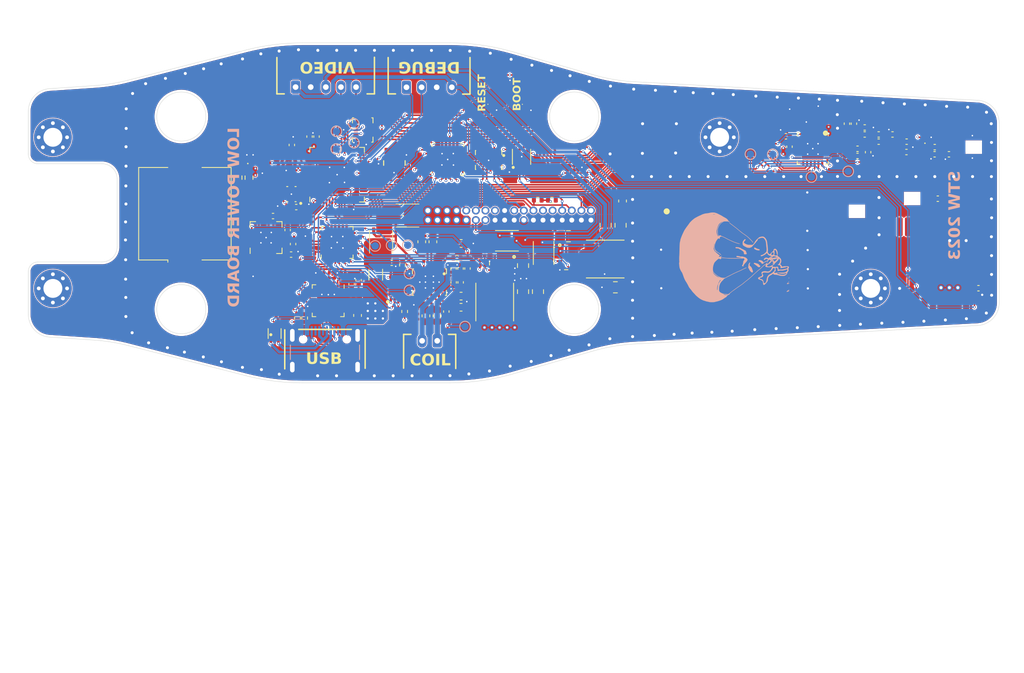
<source format=kicad_pcb>
(kicad_pcb (version 20221018) (generator pcbnew)
  (layers (0 "F.Cu" signal) (1 "In1.Cu" signal "GND.Cu") (2 "In2.Cu" signal "PWR.Cu") (31 "B.Cu" signal) (34 "B.Paste" user) (35 "F.Paste" user) (36 "B.SilkS" user "B.Silkscreen") (37 "F.SilkS" user "F.Silkscreen") (38 "B.Mask" user) (39 "F.Mask" user) (44 "Edge.Cuts" user))
  (net 0 "")
  (net 1 "Net-(BZ801--)")
  (net 2 "Net-(BZ801-+)")
  (net 3 "+3V3")
  (net 4 "GND")
  (net 5 "/Video Radio/VIDEO")
  (net 6 "+5V")
  (net 7 "Net-(U301-VIDEO)")
  (net 9 "/Digital Radio/XTAL_B")
  (net 10 "Net-(U401-VREG)")
  (net 11 "/Digital Radio/XTAL_A")
  (net 12 "Net-(U401-VR_PA)")
  (net 13 "/Digital Radio/SW_RX")
  (net 14 "Net-(U401-RFI_P)")
  (net 15 "Net-(U401-RFI_N)")
  (net 16 "Net-(C411-Pad1)")
  (net 17 "Net-(C412-Pad2)")
  (net 18 "/Digital Radio/SW_TX")
  (net 19 "Net-(C414-Pad1)")
  (net 20 "Net-(U402-RF1)")
  (net 21 "Net-(U402-RF2)")
  (net 22 "Net-(U402-VTCL)")
  (net 23 "Net-(C420-Pad1)")
  (net 24 "Net-(U402-RFC)")
  (net 25 "+1V1")
  (net 26 "Net-(J401-In)")
  (net 27 "/MCU/MCU_XTAL_A")
  (net 28 "/MCU/MCU_XTAL_B")
  (net 29 "/MCU/RUN")
  (net 30 "Net-(C519-Pad1)")
  (net 31 "Net-(U801-C1P)")
  (net 32 "Net-(U801-C1N)")
  (net 33 "Net-(U801-C2P)")
  (net 34 "Net-(U801-C2N)")
  (net 35 "Net-(U902-BST)")
  (net 36 "/VBUS")
  (net 37 "/LV Power/SW_5V")
  (net 38 "Net-(C206-Pad1)")
  (net 39 "Net-(U901-BST)")
  (net 40 "/LV Power/SW_3V3")
  (net 41 "Net-(U901-FB)")
  (net 42 "Net-(U902-FB)")
  (net 43 "Net-(U203-AC1)")
  (net 44 "Net-(D801-GA)")
  (net 45 "Net-(U801-OUT4)")
  (net 46 "Net-(U203-AC2)")
  (net 47 "Net-(Q201-D)")
  (net 48 "+BATT")
  (net 49 "/VIDEO_RX")
  (net 50 "/VIDEO_TX")
  (net 51 "/MTR_FL_CS")
  (net 52 "/MTR_FR_CS")
  (net 53 "/MTR_RL_CS")
  (net 54 "/MTR_RR_CS")
  (net 55 "/MTR_FL_SPEED")
  (net 56 "/MTR_FR_SPEED")
  (net 57 "/MTR_RL_SPEED")
  (net 58 "/MTR_RR_SPEED")
  (net 59 "/~{MTR_IOX_RST}")
  (net 60 "/~{MTR_IOX_INT}")
  (net 61 "/~{PWR_IOX_RST}")
  (net 62 "/~{PWR_IOX_INT}")
  (net 63 "/HP_SDA")
  (net 64 "/HP_SCL")
  (net 65 "Net-(U801-OUT3)")
  (net 66 "Net-(D801-GK)")
  (net 67 "Net-(D801-RK)")
  (net 68 "Net-(U203-CLAMP1)")
  (net 69 "Net-(U203-COMM1)")
  (net 70 "Net-(J201-In)")
  (net 71 "Net-(J301-In)")
  (net 72 "/MCU/MCU_SWDIO")
  (net 73 "/Digital Radio/~{RESET}")
  (net 74 "/Digital Radio/DIO2")
  (net 75 "/MCU/MCU_SWDCLK")
  (net 76 "Net-(U203-BOOT1)")
  (net 77 "/LP_SDA")
  (net 78 "/LP_SCL")
  (net 79 "/MCU IO/~{MISC_IOX_RST}")
  (net 80 "/MCU IO/~{MISC_IOX_INT}")
  (net 81 "/MCU IO/MCU_BOOT")
  (net 82 "/Indication/~{LED_SHDN}")
  (net 83 "Net-(U203-BOOT2)")
  (net 84 "/Indication/BUZZ_CTRL")
  (net 85 "/LV Power/3V3_CS-")
  (net 86 "/LV Power/5V0_CS-")
  (net 87 "Net-(U203-COMM2)")
  (net 88 "/GPS/~{RESET}")
  (net 89 "/GPS/UART_RX")
  (net 90 "/GPS/UART_TX")
  (net 91 "Net-(U203-CLAMP2)")
  (net 92 "Net-(U401-RFO)")
  (net 93 "Net-(Q801-G)")
  (net 94 "Net-(U502-USB_DM)")
  (net 95 "Net-(U502-USB_DP)")
  (net 96 "/Digital Radio/DIO3")
  (net 97 "/Digital Radio/DIO1")
  (net 98 "/Digital Radio/BUSY")
  (net 99 "/Digital Radio/MISO")
  (net 100 "/Digital Radio/MOSI")
  (net 101 "/Digital Radio/SCK")
  (net 102 "/Digital Radio/~{CS}")
  (net 103 "/MCU/QSPI_~{CS}")
  (net 104 "/MCU/QSPI_IO1")
  (net 105 "/MCU/QSPI_IO2")
  (net 106 "/MCU/QSPI_IO0")
  (net 107 "/MCU/QSPI_CLK")
  (net 108 "/MCU/QSPI_IO3")
  (net 109 "/IMU/MISO")
  (net 110 "/IMU/~{CS}")
  (net 111 "/IMU/SCK")
  (net 112 "/IMU/MOSI")
  (net 113 "/MCU IO/MOTOR_CS")
  (net 114 "/MCU IO/LV_CS")
  (net 115 "/IMU/INT1")
  (net 116 "/IMU/INT2")
  (net 117 "/MCU IO/~{AN_MUX_EN}")
  (net 118 "/MCU IO/AN_MUX_A0")
  (net 119 "/MCU IO/AN_MUX_A1")
  (net 120 "Net-(U203-RECT)")
  (net 121 "Net-(U801-ISET)")
  (net 122 "Net-(U603-VCCD)")
  (net 123 "/LV Power/3V3_CS")
  (net 124 "/LV Power/5V0_CS")
  (net 127 "Net-(U201-RF_IN)")
  (net 140 "/Charging/USB & USB-PD/USBPD_3V3")
  (net 141 "Net-(D601-L1-Pad1)")
  (net 142 "Net-(D601-L2-Pad3)")
  (net 143 "Net-(J601-CC1)")
  (net 145 "Net-(J601-CC2)")
  (net 147 "Net-(Q201-G)")
  (net 148 "Net-(Q201-S)")
  (net 149 "/Charging/~{QI_TMP_OS}")
  (net 150 "Net-(U203-ILIM)")
  (net 151 "Net-(U203-FOD)")
  (net 152 "Net-(U203-TS{slash}CTRL)")
  (net 153 "/Charging/QI_EN2")
  (net 154 "/Charging/QI_EN1")
  (net 155 "/Charging/~{QI_CHG}")
  (net 156 "Net-(U603-FLIP)")
  (net 157 "Net-(U603-VBUS_MIN)")
  (net 158 "Net-(U603-VBUS_MAX)")
  (net 159 "Net-(U603-ISINK_COARSE)")
  (net 160 "Net-(U603-ISINK_FINE)")
  (net 161 "/50_PG")
  (net 162 "/50_EN")
  (net 163 "/33_PG")
  (net 164 "Net-(U1002-P13)")
  (net 171 "/Charging/~{USBPD_INT}")
  (net 173 "/Charging/USBPD_FAULT")
  (net 178 "/Charging/USB & USB-PD/USB-VBUS")
  (net 183 "/Charging/~{CHG_IOX_RST}")
  (net 184 "/Charging/~{CHG_IOX_INT}")
  (net 185 "Net-(U1002-P11)")
  (net 186 "Net-(U1002-P12)")
  (net 190 "/Charging/USB_D_P")
  (net 191 "/Charging/USB_D_N")
  (footprint "capstone:U.FL-R-SMT-1(60)" (layer "F.Cu") (at 189.001027 100.772173 -90)
    (fp_text reference "J301" hide)
    (fp_text value "U.FL")
  )
  (footprint "capstone:U.FL-R-SMT-1(60)" (layer "F.Cu") (at 196.701027 99.072173 90)
    (fp_text reference "J201" hide)
    (fp_text value "U.FL")
  )
  (footprint "Capacitor_SMD:C_0402_1005Metric" (layer "F.Cu") (at 199.496027 92.272173 180)
    (fp_text reference "C420" hide)
    (fp_text value "39p")
  )
  (footprint "Capacitor_SMD:C_0402_1005Metric" (layer "F.Cu") (at 189.276027 92.492173 180)
    (fp_text reference "C409" hide)
    (fp_text value "2.4p")
  )
  (footprint "Capacitor_SMD:C_0201_0603Metric" (layer "F.Cu") (at 116.575 104.4)
    (fp_text reference "C1006" hide)
    (fp_text value "100n")
  )
  (footprint "Capacitor_SMD:C_0201_0603Metric" (layer "F.Cu") (at 121.394416 90.779833 90)
    (fp_text reference "C504" hide)
    (fp_text value "100n")
  )
  (footprint "capstone:IC_SKY13453-385LF" (layer "F.Cu") (at 197.626027 92.259673 -90)
    (fp_text reference "U402" hide)
    (fp_text value "SKY13453-385LF")
  )
  (footprint "Capacitor_SMD:C_0402_1005Metric" (layer "F.Cu") (at 134.85 114.035 90)
    (fp_text reference "C216" hide)
    (fp_text value "10nF")
  )
  (footprint "Inductor_SMD:L_0402_1005Metric" (layer "F.Cu") (at 188.326027 91.547173 180)
    (fp_text reference "L402" hide)
    (fp_text value "0R")
  )
  (footprint "Resistor_SMD:R_0201_0603Metric" (layer "F.Cu") (at 120.775 109.26 90)
    (fp_text reference "R606" hide)
    (fp_text value "0R")
  )
  (footprint "Capacitor_SMD:C_0402_1005Metric" (layer "F.Cu") (at 190.226027 90.597173)
    (fp_text reference "C412" hide)
    (fp_text value "3p")
  )
  (footprint "Capacitor_SMD:C_0201_0603Metric" (layer "F.Cu") (at 131.725 93.8)
    (fp_text reference "C601" hide)
    (fp_text value "100n")
  )
  (footprint "Resistor_SMD:R_0201_0603Metric" (layer "F.Cu") (at 110.285 101.505)
    (fp_text reference "R802" hide)
    (fp_text value "7.5k")
  )
  (footprint "Capacitor_SMD:C_0402_1005Metric" (layer "F.Cu") (at 201.376027 93.222173)
    (fp_text reference "C422" hide)
    (fp_text value "3.3p")
  )
  (footprint "Capacitor_SMD:C_0201_0603Metric" (layer "F.Cu") (at 141.115 83.4236)
    (fp_text reference "C806" hide)
    (fp_text value "100n")
  )
  (footprint "Capacitor_SMD:C_0805_2012Metric" (layer "F.Cu") (at 145.005 111.4 90)
    (fp_text reference "C907" hide)
    (fp_text value "22u")
  )
  (footprint "Resistor_SMD:R_0201_0603Metric" (layer "F.Cu") (at 197.176027 93.922173 90)
    (fp_text reference "R402" hide)
    (fp_text value "100R")
  )
  (footprint "capstone:JYJE-3TJ432000HYFBC" (layer "F.Cu") (at 179.646027 88.047173 180)
    (fp_text reference "Y401" hide)
    (fp_text value "32 MHz")
  )
  (footprint "capstone:SOT50P160X60-6N" (layer "F.Cu") (at 112.125 116.95 90)
    (fp_text reference "D601" hide)
    (fp_text value "USBLC6-2P6")
  )
  (footprint "Capacitor_SMD:C_0201_0603Metric" (layer "F.Cu") (at 141.38 109.425)
    (fp_text reference "C904" hide)
    (fp_text value "100n")
  )
  (footprint "Capacitor_SMD:C_0201_0603Metric" (layer "F.Cu") (at 115.5693 92.315 180)
    (fp_text reference "C503" hide)
    (fp_text value "100n")
  )
  (footprint "capstone:IND_LQH5BPN6R8NT0L" (layer "F.Cu") (at 155.88 107.085)
    (fp_text reference "L902" hide)
    (fp_text value "6.8u")
  )
  (footprint "Package_LGA:LGA-14_3x2.5mm_P0.5mm_LayoutBorder3x4y" (layer "F.Cu") (at 123.785 90.005 90)
    (fp_text reference "U701" hide)
    (fp_text value "LSM6DSM")
  )
  (footprint "Capacitor_SMD:C_0402_1005Metric" (layer "F.Cu") (at 187.876027 89.172173 90)
    (fp_text reference "C407" hide)
    (fp_text value "47p")
  )
  (footprint "Resistor_SMD:R_0201_0603Metric" (layer "F.Cu") (at 130.69 113.635)
    (fp_text reference "R205" hide)
    (fp_text value "196R")
  )
  (footprint "Resistor_SMD:R_0402_1005Metric" (layer "F.Cu") (at 148.825 99.3)
    (fp_text reference "R508" hide)
    (fp_text value "4.7k")
  )
  (footprint "Inductor_SMD:L_0402_1005Metric" (layer "F.Cu") (at 190.226027 91.547173)
    (fp_text reference "L405" hide)
    (fp_text value "2.5n")
  )
  (footprint "Capacitor_SMD:C_0603_1608Metric" (layer "F.Cu") (at 158.175 99.405 90)
    (fp_text reference "C301" hide)
    (fp_text value "22u")
  )
  (footprint "Capacitor_SMD:C_0201_0603Metric" (layer "F.Cu") (at 125.635 90.37 90)
    (fp_text reference "C702" hide)
    (fp_text value "100n")
  )
  (footprint "Inductor_SMD:L_0402_1005Metric" (layer "F.Cu") (at 188.326027 90.572173 180)
    (fp_text reference "L403" hide)
    (fp_text value "47n")
  )
  (footprint "MountingHole:MountingHole_2.5mm_Pad_Via" (layer "F.Cu") (at 82.776027 90.972173)
    (fp_text reference "H101" hide)
    (fp_text value "MountingHole_Pad")
  )
  (footprint "Capacitor_SMD:C_0402_1005Metric" (layer "F.Cu") (at 136.26 106.955 180)
    (fp_text reference "C215" hide)
    (fp_text value "10nF")
  )
  (footprint "Capacitor_SMD:C_0402_1005Metric" (layer "F.Cu") (at 189.276027 93.442173)
    (fp_text reference "C408" hide)
    (fp_text value "1.8p")
  )
  (footprint "Capacitor_SMD:C_0603_1608Metric" (layer "F.Cu") (at 133.63 114.605 90)
    (fp_text reference "C218" hide)
    (fp_text value "0.47uF")
  )
  (footprint "Resistor_SMD:R_0603_1608Metric" (layer "F.Cu") (at 107.275 96.31 90)
    (fp_text reference "R806" hide)
    (fp_text value "1k")
  )
  (footprint "capstone:CONV_AP63356QZV-7" (layer "F.Cu") (at 150.715 106.9975)
    (fp_text reference "U901" hide)
    (fp_text value "AP63356QZV-7")
  )
  (footprint "capstone:QFN-16-1EP_4x4mm_P0.65mm_EP2.1x2.1mm" (layer "F.Cu") (at 110.995 104.245 90)
    (fp_text reference "U801" hide)
    (fp_text value "IS31FL3197")
  )
  (footprint "MountingHole:MountingHole_2.5mm_Pad_Via" (layer "F.Cu") (at 191.026027 110.972173)
    (fp_text reference "H103" hide)
    (fp_text value "MountingHole_Pad")
  )
  (footprint "Capacitor_SMD:C_0201_0603Metric" (layer "F.Cu") (at 205.076027 109.422173)
    (fp_text reference "C201" hide)
    (fp_text value "100n")
  )
  (footprint "Resistor_SMD:R_1206_3216Metric" (layer "F.Cu") (at 125.505 109.155 -90)
    (fp_text reference "R203" hide)
    (fp_text value "0R")
  )
  (footprint "Capacitor_SMD:C_0603_1608Metric" (layer "F.Cu") (at 136.795 113.47)
    (fp_text reference "C223" hide)
    (fp_text value "10uF")
  )
  (footprint "Resistor_SMD:R_0402_1005Metric" (layer "F.Cu") (at 115.15 114.9 90)
    (fp_text reference "R504" hide)
    (fp_text value "4.7k")
  )
  (footprint "Capacitor_SMD:C_0201_0603Metric" (layer "F.Cu") (at 179.996027 89.997173 180)
    (fp_text reference "C404" hide)
    (fp_text value "16p")
  )
  (footprint "capstone:TC5050RGBW" (layer "F.Cu") (at 110.505 109.575 90)
    (fp_text reference "D801" hide)
    (fp_text value "TC5050RGBW")
  )
  (footprint "capstone:WQFN-24-1EP_4x4mm_P0.5mm_EP2.45x2.45mm" (layer "F.Cu") (at 135.05 93.875 90)
    (fp_text reference "U601" hide)
    (fp_text value "TCA9539RTWR")
  )
  (footprint "Capacitor_SMD:C_0402_1005Metric" (layer "F.Cu") (at 114.565 105.1 -90)
    (fp_text reference "C804" hide)
    (fp_text value "2.2u")
  )
  (footprint "Capacitor_SMD:C_0805_2012Metric" (layer "F.Cu") (at 146.98 111.4 90)
    (fp_text reference "C909" hide)
    (fp_text value "22u")
  )
  (footprint "capstone:CONV_AP63356QZV-7" (layer "F.Cu") (at 142.0675 107.65 -90)
    (fp_text reference "U902" hide)
    (fp_text value "AP63356QZV-7")
  )
  (footprint "Capacitor_SMD:C_0402_1005Metric" (layer "F.Cu") (at 190.226027 89.672173)
    (fp_text reference "C411" hide)
    (fp_text value "5.6p")
  )
  (footprint "Capacitor_SMD:C_0201_0603Metric" (layer "F.Cu") (at 136.035 106.125)
    (fp_text reference "C219" hide)
    (fp_text value "0.1uF")
  )
  (footprint "Capacitor_SMD:C_0201_0603Metric" (layer "F.Cu") (at 122.2075 112.1175 -90)
    (fp_text reference "C607" hide)
    (fp_text value "100n")
  )
  (footprint "capstone:TRXDFN100X60X40-3N" (layer "F.Cu") (at 107.925 94.245 180)
    (fp_text reference "Q801" hide)
    (fp_text value "DMN2400UFB4")
  )
  (footprint "Capacitor_SMD:C_0402_1005Metric" (layer "F.Cu") (at 192.076027 90.597173 180)
    (fp_text reference "C413" hide)
    (fp_text value "5.6p")
  )
  (footprint "Capacitor_SMD:C_0805_2012Metric" (layer "F.Cu") (at 145.005 107.95 -90)
    (fp_text reference "C901" hide)
    (fp_text value "10u")
  )
  (footprint "capstone:QFN50P350X250X80-17N" (layer "F.Cu") (at 140.45 93.975 -90)
    (fp_text reference "U602" hide)
    (fp_text value "TMUX1309BQBR")
  )
  (footprint "Resistor_SMD:R_0201_0603Metric" (layer "F.Cu") (at 116.5025 109.245 -90)
    (fp_text reference "R611" hide)
    (fp_text value "0R")
  )
  (footprint "Resistor_SMD:R_0402_1005Metric" (layer "F.Cu") (at 129.335 114.025 90)
    (fp_text reference "R207" hide)
    (fp_text value "10k")
  )
  (footprint "Inductor_SMD:L_0402_1005Metric" (layer "F.Cu") (at 187.876027 92.967173 -90)
    (fp_text reference "L404" hide)
    (fp_text value "15n")
  )
  (footprint "Resistor_SMD:R_0201_0603Metric" (layer "F.Cu") (at 119.345 109.255 -90)
    (fp_text reference "R607" hide)
    (fp_text value "5.1k")
  )
  (footprint "Capacitor_SMD:C_0201_0603Metric" (layer "F.Cu") (at 145.695 83.4364 180)
    (fp_text reference "C511" hide)
    (fp_text value "100n")
  )
  (footprint "Capacitor_SMD:C_0402_1005Metric" (layer "F.Cu") (at 113.845 103.245 90)
    (fp_text reference "C801" hide)
    (fp_text value "1u")
  )
  (footprint "Resistor_SMD:R_0201_0603Metric" (layer "F.Cu") (at 117.08 106.425 180)
    (fp_text reference "R1010" hide)
    (fp_text value "10k")
  )
  (footprint "capstone:SX1262IMLTRT" (layer "F.Cu") (at 183.351027 92.472173 -90)
    (fp_text reference "U401" hide)
    (fp_text value "SX1262IMLTRT")
  )
  (footprint "Capacitor_SMD:C_0201_0603Metric" (layer "F.Cu") (at 184.426027 89.497173 180)
    (fp_text reference "C402" hide)
    (fp_text value "100n")
  )
  (footprint "Resistor_SMD:R_2010_5025Metric" (layer "F.Cu") (at 142.875 104.665 180)
    (fp_text reference "R901" hide)
    (fp_text value "10m 1/2W")
  )
  (footprint "capstone:R-668048" (layer "F.Cu") (at 145.675 85.4464 90)
    (fp_text reference "SW501" hide)
    (fp_text value "SW_Push")
  )
  (footprint "Capacitor_SMD:C_0402_1005Metric" (layer "F.Cu") (at 136.735 108.345 -90)
    (fp_text reference "C206" hide)
    (fp_text value "33nF")
  )
  (footprint "Resistor_SMD:R_0201_0603Metric" (layer "F.Cu") (at 139.61 108)
    (fp_text reference "R903" hide)
    (fp_text value "91k")
  )
  (footprint "Resistor_SMD:R_0201_0603Metric" (layer "F.Cu") (at 125.675 96.25)
    (fp_text reference "R505" hide)
    (fp_text value "100R")
  )
  (footprint "Resistor_SMD:R_0201_0603Metric" (layer "F.Cu") (at 132.075 95.575 90)
    (fp_text reference "R601" hide)
    (fp_text value "10k")
  )
  (footprint "Capacitor_SMD:C_0201_0603Metric" (layer "F.Cu") (at 143.2 92.9 -90)
    (fp_text reference "C911" hide)
    (fp_text value "100n")
  )
  (footprint "Capacitor_SMD:C_0805_2012Metric" (layer "F.Cu") (at 155.935 102.605 90)
    (fp_text reference "C908" hide)
    (fp_text value "22u")
  )
  (footprint "Capacitor_SMD:C_0201_0603Metric" (layer "F.Cu") (at 137.42 114.595)
    (fp_text reference "C220" hide)
    (fp_text value "0.1uF")
  )
  (footprint "capstone:DMP3013SFV7" (layer "F.Cu") (at 126.22 103.245 180)
    (fp_text reference "Q201" hide)
    (fp_text value "DMP3013SFV" hide)
  )
  (footprint "Capacitor_SMD:C_0201_0603Metric" (layer "F.Cu") (at 129.875 94.425 90)
    (fp_text reference "C518" hide)
    (fp_text value "30p")
  )
  (footprint "Capacitor_SMD:C_0402_1005Metric" (layer "F.Cu") (at 136.745 110.175 -90)
    (fp_text reference "C212" hide)
    (fp_text value "1.8n")
  )
  (footprint "capstone:SMD_2MSB4SI_YXC" (layer "F.Cu") (at 127.975 94.375 90)
    (fp_text reference "Y501" hide)
    (fp_text value "12 MHz")
  )
  (footprint "Capacitor_SMD:C_0402_1005Metric" (layer "F.Cu") (at 137.655 108.345 -90)
    (fp_text reference "C208" hide)
    (fp_text value "68nF")
  )
  (footprint "Capacitor_SMD:C_0402_1005Metric" (layer "F.Cu") (at 122.3075 110.4175 90)
    (fp_text reference "C604" hide)
    (fp_text value "1u")
  )
  (footprint "Capacitor_SMD:C_0402_1005Metric" (layer "F.Cu") (at 127.625 107.585)
    (fp_text reference "C211" hide)
    (fp_text value "1uF")
  )
  (footprint "Resistor_SMD:R_0201_0603Metric" (layer "F.Cu") (at 110.645 94.445 180)
    (fp_text reference "R804" hide)
    (fp_text value "1k")
  )
  (footprint "Capacitor_SMD:C_0603_1608Metric" (layer "F.Cu") (at 136.8 111.995)
    (fp_text reference "C222" hide)
    (fp_text value "10uF")
  )
  (footprint "Resistor_SMD:R_0201_0603Metric" (layer "F.Cu") (at 204.751027 112.197173 90)
    (fp_text reference "R201" hide)
    (fp_text value "100k")
  )
  (footprint "Capacitor_SMD:C_0201_0603Metric" (layer "F.Cu") (at 197.876027 93.922173 90)
    (fp_text reference "C418" hide)
    (fp_text value "1n")
  )
  (footprint "Capacitor_SMD:C_0201_0603Metric" (layer "F.Cu") (at 143.175 94.725 -90)
    (fp_text reference "C602" hide)
    (fp_text value "100n")
  )
  (footprint "Capacitor_SMD:C_0201_0603Metric" (layer "F.Cu") (at 114.489184 95.365 180)
    (fp_text reference "C517" hide)
    (fp_text value "100n")
  )
  (footprint "Capacitor_SMD:C_0201_0603Metric" (layer "F.Cu") (at 205.076027 108.722173)
    (fp_text reference "C205" hide)
    (fp_text value "100n")
  )
  (footprint "Resistor_SMD:R_0201_0603Metric" (layer "F.Cu") (at 110.645 95.175 180)
    (fp_text reference "R803" hide)
    (fp_text value "100k")
  )
  (footprint "Resistor_SMD:R_0201_0603Metric" (layer "F.Cu") (at 130.69 114.35)
    (fp_text reference "R204" hide)
    (fp_text value "66R")
  )
  (footprint "MountingHole:MountingHole_2.5mm_Pad_Via" (layer "F.Cu") (at 82.776027 110.972173)
    (fp_text reference "H104" hide)
    (fp_text value "MountingHole_Pad")
  )
  (footprint "capstone:SW-GPS01" (layer "F.Cu") (at 195.251027 108.122173 90)
    (fp_text reference "U201" hide)
    (fp_text value "SW-GPS01")
  )
  (footprint "Resistor_SMD:R_0201_0603Metric" (layer "F.Cu") (at 151.42 109.115 180)
    (fp_text reference "R905" hide)
    (fp_text value "157k")
  )
  (footprint "Resistor_SMD:R_0201_0603Metric" (layer "F.Cu") (at 130.7 115.05)
    (fp_text reference "R209" hide)
    (fp_text value "20k")
  )
  (footprint "capstone:SON50P200X200X80-9N" (layer "F.Cu") (at 144.805 93.555 90)
    (fp_text reference "U903" hide)
    (fp_text value "INA2180A3IDSGR")
  )
  (footprint "Capacitor_SMD:C_0805_2012Metric" (layer "F.Cu") (at 151.015 104.065)
    (fp_text reference "C902" hide)
    (fp_text value "10u")
  )
  (footprint "Capacitor_SMD:C_0402_1005Metric" (layer "F.Cu") (at 111.91 101.395)
    (fp_text reference "C802" hide)
    (fp_text value "1u")
  )
  (footprint "Capacitor_SMD:C_0201_0603Metric" (layer "F.Cu") (at 127.825 108.44)
    (fp_text reference "C209" hide)
    (fp_text value "100n")
  )
  (footprint "Capacitor_SMD:C_0603_1608Metric" (layer "F.Cu") (at 123.1 114.55 -90)
    (fp_text reference "C603" hide)
    (fp_text value "1u")
  )
  (footprint "Capacitor_SMD:C_0201_0603Metric" (layer "F.Cu") (at 114.489184 96.065 180)
    (fp_text reference "C506" hide)
    (fp_text value "100n")
  )
  (footprint "Resistor_SMD:R_0402_1005Metric" (layer "F.Cu") (at 146.95 99.3 180)
    (fp_text reference "R507" hide)
    (fp_text value "4.7k")
  )
  (footprint "Capacitor_SMD:C_0201_0603Metric" (layer "F.Cu") (at 115.5693 90.915 180)
    (fp_text reference "C512" hide)
    (fp_text value "100n")
  )
  (footprint "Capacitor_SMD:C_0402_1005Metric" (layer "F.Cu") (at 195.776027 91.547173 180)
    (fp_text reference "C416" hide)
    (fp_text value "1n")
  )
  (footprint "capstone:DMP3013SFV7" (layer "F.Cu") (at 128.165 101.335 -90)
    (fp_text reference "Q202" hide)
    (fp_text value "DMP3013SFV" hide)
  )
  (footprint "Capacitor_SMD:C_0805_2012Metric" (layer "F.Cu") (at 157.225 110.825 180)
    (fp_text reference "C302" hide)
    (fp_text value "22u")
  )
  (footprint "Resistor_SMD:R_0201_0603Metric" (layer "F.Cu") (at 145.695 82.7264)
    (fp_text reference "R501" hide)
    (fp_text value "10k")
  )
  (footprint "MountingHole:MountingHole_2.5mm_Pad_Via" (layer "F.Cu") (at 171.026027 90.972173)
    (fp_text reference "H102" hide)
    (fp_text value "MountingHole_Pad")
  )
  (footprint "capstone:20021311-00036T4LF" (layer "F.Cu") (at 153.995 101.935 180)
    (fp_text reference "J102" hide)
    (fp_text value "Conn_02x18_Top_Bottom")
  )
  (footprint "Capacitor_SMD:C_0402_1005Metric" (layer "F.Cu") (at 205.281027 110.947173)
    (fp_text reference "C203" hide)
    (fp_text value "2.2u")
  )
  (footprint "Inductor_SMD:L_0402_1005Metric" (layer "F.Cu") (at 201.376027 92.272173)
    (fp_text reference "L407" hide)
    (fp_text value "9.1n")
  )
  (footprint "Capacitor_SMD:C_0402_1005Metric" (layer "F.Cu") (at 123.2325 109.875 90)
    (fp_text reference "C605" hide)
    (fp_text value "1u")
  )
  (footprint "Resistor_SMD:R_0201_0603Metric" (layer "F.Cu") (at 118.6275 109.245 -90)
    (fp_text reference "R609" hide)
    (fp_text value "0R")
  )
  (footprint "Capacitor_SMD:C_0402_1005Metric" (layer "F.Cu") (at 193.906027 90.597173)
    (fp_text reference "C415" hide)
    (fp_text value "1.8p")
  )
  (footprint "Capacitor_SMD:C_0201_0603Metric" (layer "F.Cu") (at 128.475 91.75)
    (fp_text reference "C519" hide)
    (fp_text value "30p")
  )
  (footprint "Capacitor_SMD:C_0402_1005Metric" (layer "F.Cu") (at 114.305 106.495)
    (fp_text reference "C803" hide)
    (fp_text value "1u")
  )
  (footprint "Package_DFN_QFN:QFN-56-1EP_7x7mm_P0.4mm_EP3.2x3.2mm" (layer "F.Cu") (at 120.394416 95.917333 90)
    (fp_text reference "U502" hide)
    (fp_text value "RP2040")
  )
  (footprint "Capacitor_SMD:C_0201_0603Metric" (layer "F.Cu") (at 150.015 109.115)
    (fp_text reference "C906" hide)
    (fp_text value "47p")
  )
  (footprint "capstone:IND_LQH5BPN6R8NT0L" (layer "F.Cu") (at 141.255 112.775 -90)
    (fp_text reference "L901" hide)
    (fp_text value "4.7u")
  )
  (footprint "Resistor_SMD:R_0201_0603Metric" (layer "F.Cu") (at 139.61 106.6 180)
    (fp_text reference "R904" hide)
    (fp_text value "30k")
  )
  (footprint "capstone:WQFN-24-1EP_4x4mm_P0.5mm_EP2.45x2.45mm" (layer "F.Cu") (at 120.4 104.8875 90)
    (fp_text reference "U1002" hide)
    (fp_text value "TCA9539RTWR")
  )
  (footprint "Capacitor_SMD:C_0201_0603Metric" (layer "F.Cu") (at 121.825 100.4)
    (fp_text reference "C507" hide)
    (fp_text value "100n")
  )
  (footprint "capstone:IC_MSP430FR2522IRHLR" (layer "F.Cu") (at 132.615 110.14 -90)
    (fp_text reference "U203" hide)
    (fp_text value "BQ51013B")
  )
  (footprint "Capacitor_SMD:C_0201_0603Metric" (layer "F.Cu") (at 115.5693 91.615 180)
    (fp_text reference "C513" hide)
    (fp_text value "100n")
  )
  (footprint "Resistor_SMD:R_0201_0603Metric" (layer "F.Cu") (at 152.495 108.985 -90)
    (fp_text reference "R906" hide)
    (fp_text value "30k")
  )
  (footprint "Capacitor_SMD:C_0402_1005Metric" (layer "F.Cu") (at 195.751027 92.922173 180)
    (fp_text reference "C417" hide)
    (fp_text value "1n")
  )
  (footprint "Resistor_SMD:R_0201_0603Metric" (layer "F.Cu") (at 131.865 107.025 -90)
    (fp_text reference "R210" hide)
    (fp_text value "10k")
  )
  (footprint "Resistor_SMD:R_0201_0603Metric" (layer "F.Cu") (at 108.285 103.595 -90)
    (fp_text reference "R801" hide)
    (fp_text value "100k")
  )
  (footprint "Resistor_SMD:R_0201_0603Metric" (layer "F.Cu") (at 115.85 112.25 135)
    (fp_text reference "R604" hide)
    (fp_text value "4.7k")
  )
  (footprint "Capacitor_SMD:C_0402_1005Metric" (layer "F.Cu") (at 199.476027 93.222173)
    (fp_text reference "C421" hide)
    (fp_text value "3.3p")
  )
  (footprint "Capacitor_SMD:C_0402_1005Metric" (layer "F.Cu") (at 188.801027 89.172173 90)
    (fp_text reference "C405" hide)
    (fp_text value "47n")
  )
  (footprint "Capacitor_SMD:C_0201_0603Metric" (layer "F.Cu") (at 139.61 107.3)
    (fp_text reference "C905" hide)
    (fp_text value "33p")
  )
  (footprint "Capacitor_SMD:C_0201_0603Metric" (layer "F.Cu") (at 113.365 100.12 180)
    (fp_text reference "C505" hide)
    (fp_text value "100n")
  )
  (footprint "Capacitor_SMD:C_0603_1608Metric" (layer "F.Cu") (at 133.075 104.8 -90)
    (fp_text reference "C213" hide)
    (fp_text value "0.47uF")
  )
  (footprint "Inductor_SMD:L_0402_1005Metric" (layer "F.Cu") (at 193.926027 91.547173)
    (fp_text reference "L406" hide)
    (fp_text value "4.7n")
  )
  (footprint "Package_DFN_QFN:QFN-24-1EP_4x4mm_P0.5mm_EP2.7x2.7mm" (layer "F.Cu") (at 119.2125 112.6 -90)
    (fp_text reference "U603" hide)
    (fp_text value "CYPD3177")
  )
  (footprint "Resistor_SMD:R_0201_0603Metric" (layer "F.Cu") (at 152.05 94.8)
    (fp_text reference "R401" hide)
    (fp_text value "100k")
  )
  (footprint "Capacitor_SMD:C_0201_0603Metric" (layer "F.Cu") (at 125.675 95.55)
    (fp_text reference "C515" hide)
    (fp_text value "100n")
  )
  (footprint "Resistor_SMD:R_0201_0603Metric" (layer "F.Cu") (at 116.6 105.1475)
    (fp_text reference "R1011" hide)
    (fp_text value "10k")
  )
  (footprint "Capacitor_SMD:C_0201_0603Metric" (layer "F.Cu") (at 183.601027 87.297173 90)
    (fp_text reference "C406" hide)
    (fp_text value "16p")
  )
  (footprint "Resistor_SMD:R_0201_0603Metric" (layer "F.Cu") (at 117.2125 109.245 90)
    (fp_text reference "R612" hide)
    (fp_text value "0R")
  )
  (footprint "Capacitor_SMD:C_0201_0603Metric" (layer "F.Cu") (at 125.7 94.85)
    (fp_text reference "C502" hide)
    (fp_text value "100n")
  )
  (footprint "Resistor_SMD:R_0201_0603Metric" (layer "F.Cu") (at 121.585 89.505 180)
    (fp_text reference "R701" hide)
    (fp_text value "100k")
  )
  (footprint "Capacitor_SMD:C_0402_1005Metric" (layer "F.Cu") (at 135.805 108.345 -90)
    (fp_text reference "C207" hide)
    (fp_text value "33nF")
  )
  (footprint "Resistor_SMD:R_0201_0603Metric" (layer "F.Cu") (at 131.725 94.5)
    (fp_text reference "R602" hide)
    (fp_text value "10k")
  )
  (footprint "Capacitor_SMD:C_0603_1608Metric" (layer "F.Cu") (at 131.6 104.8 -90)
    (fp_text reference "C214" hide)
    (fp_text value "47nF")
  )
  (footprint "capstone:R-668048" (layer "F.Cu") (at 141.115 85.44 90)
    (fp_text reference "SW601" hide)
    (fp_text value "SW_Push")
  )
  (footprint "Capacitor_SMD:C_0201_0603Metric" (layer "F.Cu") (at 205.076027 110.122173)
    (fp_text reference "C202" hide)
    (fp_text value "100n")
  )
  (footprint "Capacitor_SMD:C_0201_0603Metric" (layer "F.Cu") (at 113.745 104.885 -90)
    (fp_text reference "C805" hide)
    (fp_text value "100n")
  )
  (footprint "Resistor_SMD:R_0201_0603Metric" (layer "F.Cu") (at 128.495 114.25 90)
    (fp_text reference "R202" hide)
    (fp_text value "10k")
  )
  (footprint "Capacitor_SMD:C_0201_0603Metric" (layer "F.Cu") (at 116.825 100.4 180)
    (fp_text reference "C510" hide)
    (fp_text value "100n")
  )
  (footprint "Capacitor_SMD:C_0402_1005Metric" (layer "F.Cu") (at 179.796027 90.842173 180)
    (fp_text reference "C401" hide)
    (fp_text value "470n")
  )
  (footprint "Capacitor_SMD:C_0402_1005Metric" (layer "F.Cu") (at 135.815 110.175 90)
    (fp_text reference "C210" hide)
    (fp_text value "130p")
  )
  (footprint "Capacitor_SMD:C_0201_0603Metric" (layer "F.Cu") (at 125.635 88.955 -90)
    (fp_text reference "C701" hide)
    (fp_text value "100n")
  )
  (footprint "Capacitor_SMD:C_0201_0603Metric" (layer "F.Cu") (at 198.201027 90.972173)
    (fp_text reference "C419" hide)
    (fp_text value "10n")
  )
  (footprint "Resistor_SMD:R_0201_0603Metric" (layer "F.Cu") (at 114.505 93.265)
    (fp_text reference "R502" hide)
    (fp_text value "27R")
  )
  (footprint "Capacitor_SMD:C_0603_1608Metric" (layer "F.Cu") (at 132.15 114.605 90)
    (fp_text reference "C217" hide)
    (fp_text value "47nF")
  )
  (footprint "Capacitor_SMD:C_0201_0603Metric" (layer "F.Cu") (at 114.489184 94.665 180)
    (fp_text reference "C514" hide)
    (fp_text value "100n")
  )
  (footprint "Resistor_SMD:R_0402_1005Metric" (layer "F.Cu") (at 129.05 107.875 -90)
    (fp_text reference "R208" hide)
    (fp_text value "10k")
  )
  (footprint "Resistor_SMD:R_0402_1005Metric" (layer "F.Cu") (at 116.1 114.9 90)
    (fp_text reference "R506" hide)
    (fp_text value "4.7k")
  )
  (footprint "Capacitor_SMD:C_0603_1608Metric" (layer "F.Cu") (at 136.81 105.025)
    (fp_text reference "C221" hide)
    (fp_text value "10uF")
  )
  (footprint "Capacitor_SMD:C_0402_1005Metric" (layer "F.Cu") (at 114.405 91.99 90)
    (fp_text reference "C509" hide)
    (fp_text value "2.2u")
  )
  (footprint "Resistor_SMD:R_0201_0603Metric" (layer "F.Cu") (at 114.494184 93.965)
    (fp_text reference "R503" hide)
    (fp_text value "27R")
  )
  (footprint "Capacitor_SMD:C_0805_2012Metric" (layer "F.Cu") (at 157.915 102.615 90)
    (fp_text reference "C910" hide)
    (fp_text value "22u")
  )
  (footprint "Capacitor_SMD:C_0402_1005Metric" (layer "F.Cu") (at 180.271027 92.217173 90)
    (fp_text reference "C403" hide)
    (fp_text value "1u")
  )
  (footprint "Capacitor_SMD:C_0402_1005Metric" (layer "F.Cu") (at 117.6693 90.876905 90)
    (fp_text reference "C516" hide)
    (fp_text value "2.2u")
  )
  (footprint "Capacitor_SMD:C_0402_1005Metric" (layer "F.Cu") (at 192.076027 91.547173 180)
    (fp_text reference "C414" hide)
    (fp_text value "39p")
  )
  (footprint "capstone:U.FL-R-SMT-1(60)" (layer "F.Cu") (at 204.451027 92.272173 -90)
    (fp_text reference "J401" hide)
    (fp_text value "U.FL")
  )
  (footprint "capstone:Buzzer_Murata_PKLCS1212E" (layer "F.Cu") (at 100.25 101.085 90)
    (fp_text reference "BZ801" hide)
    (fp_text value "Murata PKLCS")
  )
  (footprint "Resistor_SMD:R_0201_0603Metric" (layer "F.Cu") (at 130.69 112.715 180)
    (fp_text reference "R206" hide)
    (fp_text value "10k")
  )
  (footprint "capstone:LM75BTP,147" (layer "F.Cu") (at 128.255 110.95 90)
    (fp_text reference "U202" hide)
    (fp_text value "LM75BTP,147" hide)
  )
  (footprint "Capacitor_SMD:C_0201_0603Metric" (layer "F.Cu") (at 122.9075 112.1175 -90)
    (fp_text reference "C606" hide)
    (fp_text value "100n")
  )
  (footprint "Capacitor_SMD:C_0402_1005Metric" (layer "F.Cu") (at 114.985 100.205)
    (fp_text reference "C501" hide)
    (fp_text value "2.2u")
  )
  (footprint "capstone:TX5813" (layer "F.Cu") (at 167.121027 110.277173)
    (fp_text reference "U301" hide)
    (fp_text value "TX5813")
  )
  (footprint "Capacitor_SMD:C_0402_1005Metric" (layer "F.Cu") (at 199.901027 99.097173 180)
    (fp_text reference "C204" hide)
    (fp_text value "47p")
  )
  (footprint "Resistor_SMD:R_0201_0603Metric" (layer "F.Cu") (at 117.9275 109.245 90)
    (fp_text reference "R610" hide)
    (fp_text value "0R")
  )
  (footprint "Resistor_SMD:R_0201_0603Metric" (layer "F.Cu") (at 141.115 82.7236 180)
    (fp_text reference "R603" hide)
    (fp_text value "10k")
  )
  (footprint "Capacitor_SMD:C_0201_0603Metric" (layer "F.Cu") (at 152.505 107.585 90)
    (fp_text reference "C903" hide)
    (fp_text value "100n")
  )
  (footprint "Resistor_SMD:R_2010_5025Metric" (layer "F.Cu") (at 147.725 106.285 -90)
    (fp_text reference "R902" hide)
    (fp_text value "10m 1/2W")
  )
  (footprint "capstone:IC_W25Q16JVUXIQ_TR" (layer "F.Cu") (at 114.345 98.495 180)
    (fp_text reference "U501" hide)
    (fp_text value "W25Q16JVUXIQ")
  )
  (footprint "Resistor_SMD:R_0603_1608Metric" (layer "F.Cu") (at 108.735 96.315 -90)
    (fp_text reference "R805" hide)
    (fp_text value "330R")
  )
  (footprint "Capacitor_SMD:C_0402_1005Metric" (layer "F.Cu") (at 190.676027 92.942173 90)
    (fp_text reference "C410" hide)
    (fp_text value "1n")
  )
  (footprint "Resistor_SMD:R_0201_0603Metric" (layer "F.Cu") (at 121.475 109.255 -90)
    (fp_text reference "R605" hide)
    (fp_text value "0R")
  )
  (footprint "Capacitor_SMD:C_0402_1005Metric" (layer "F.Cu") (at 116.7443 90.876905 90)
    (fp_text reference "C508" hide)
    (fp_text value "2.2u")
  )
  (footprint "Resistor_SMD:R_0201_0603Metric" (layer "F.Cu") (at 120.06 109.255 90)
    (fp_text reference "R608" hide)
    (fp_text value "5.1k")
  )
  (footprint "Connector_USB:USB_C_Receptacle_G-Switch_GT-USB-7010ASV" (layer "B.Cu") (at 118.785 120.31 180)
    (fp_text reference "J601" hide)
    (fp_text value "USB_C_Receptacle_USB2.0")
  )
  (footprint "Connector_JST:JST_PH_S5B-PH-K_1x05_P2.00mm_Horizontal" (layer "B.Cu") (at 114.9 84.325)
    (fp_text reference "J101" hide)
    (fp_text value "Conn_01x05_Pin")
  )
  (footprint "LOGO" (layer "B.Cu") (at 172.725 106.475 -90)
    (fp_text reference "G***" hide)
    (fp_text value "LOGO" hide)
  )
  (footprint "TestPoint:TestPoint_Pad_D1.0mm" (layer "B.Cu") (at 129.975 109 180)
    (fp_text reference "TP202" hide)
    (fp_text value "TestPoint")
  )
  (footprint "TestPoint:TestPoint_Pad_D1.0mm" (layer "B.Cu") (at 127.6 105.275 180)
    (fp_text reference "TP1102" hide)
    (fp_text value "TestPoint")
  )
  (footprint "TestPoint:TestPoint_Pad_D1.0mm" (layer "B.Cu") (at 178.05 93.225 180)
    (fp_text reference "TP506" hide)
    (fp_text value "TestPoint")
  )
  (footprint "TestPoint:TestPoint_Pad_D1.0mm" (layer "B.Cu") (at 120.275 92.525 180)
    (fp_text reference "TP512" hide)
    (fp_text value "TestPoint")
  )
  (footprint "TestPoint:TestPoint_Pad_D1.0mm" (layer "B.Cu") (at 122.615 91.685 180)
    (fp_text reference "TP509" hide)
    (fp_text value "TestPoint")
  )
  (footprint "TestPoint:TestPoint_Pad_D1.0mm" (layer "B.Cu") (at 120.3 90.175 180)
    (fp_text reference "TP511" hide)
    (fp_text value "TestPoint")
  )
  (footprint "TestPoint:TestPoint_Pad_D1.0mm" (layer "B.Cu") (at 175.1 93.2 180)
    (fp_text reference "TP508" hide)
    (fp_text value "TestPoint")
  )
  (footprint "Connector_JST:JST_PH_S2B-PH-K_1x02_P2.00mm_Horizontal" (layer "B.Cu") (at 133.645 117.91 180)
    (fp_text reference "L201" hide)
    (fp_text value "TDK WR483265-15F5-G")
  )
  (footprint "TestPoint:TestPoint_Pad_D1.0mm" (layer "B.Cu") (at 129.75 105.25 90)
    (fp_text reference "TP1104" hide)
    (fp_text value "TestPoint")
  )
  (footprint "TestPoint:TestPoint_Pad_D1.0mm" (layer "B.Cu") (at 137.325 116.025 180)
    (fp_text reference "TP204" hide)
    (fp_text value "TestPoint")
  )
  (footprint "TestPoint:TestPoint_Pad_D1.0mm" (layer "B.Cu") (at 125.425 105.35 180)
    (fp_text reference "TP1101" hide)
    (fp_text value "TestPoint")
  )
  (footprint "TestPoint:TestPoint_Pad_D1.0mm" (layer "B.Cu") (at 129.975 111.225 180)
    (fp_text reference "TP203" hide)
    (fp_text value "TestPoint")
  )
  (footprint "TestPoint:TestPoint_Pad_D1.0mm" (layer "B.Cu") (at 188.05 95.475 180)
    (fp_text reference "TP507" hide)
    (fp_text value "TestPoint")
  )
  (footprint "TestPoint:TestPoint_Pad_D1.0mm" (layer "B.Cu") (at 183.175 96.225 180)
    (fp_text reference "TP505" hide)
    (fp_text value "TestPoint")
  )
  (footprint "TestPoint:TestPoint_Pad_D1.0mm" (layer "B.Cu") (at 122.6 89.185 180)
    (fp_text reference "TP510" hide)
    (fp_text value "TestPoint")
  )
  (footprint "Connector_JST:JST_PH_S4B-PH-K_1x04_P2.00mm_Horizontal" (layer "B.Cu") (at 129.575 84.35)
    (fp_text reference "J103" hide)
    (fp_text value "Conn_01x04")
  )
  (gr_line (start 135.13 117.06) (end 136.1 117.06) (stroke (width 0.2)) (layer "F.SilkS"))
  (gr_line (start 124.105 116.459) (end 124.105 121.539) (stroke (width 0.2)) (layer "F.SilkS"))
  (gr_line (start 136.095 117.06) (end 136.095 121.57) (stroke (width 0.2)) (layer "F.SilkS"))
  (gr_line (start 125.335 85.225) (end 125.335 80.385) (stroke (width 0.2)) (layer "F.SilkS"))
  (gr_line (start 112.425 85.225) (end 113.395 85.225) (stroke (width 0.2)) (layer "F.SilkS"))
  (gr_line (start 137.012893 85.255066) (end 137.982893 85.255066) (stroke (width 0.2)) (layer "F.SilkS"))
  (gr_line (start 127.15 85.2275) (end 127.15 80.4225) (stroke (width 0.2)) (layer "F.SilkS"))
  (gr_line (start 113.465 121.619) (end 113.465 116.459) (stroke (width 0.2)) (layer "F.SilkS"))
  (gr_line (start 137.982893 85.255066) (end 137.982893 80.415066) (stroke (width 0.2)) (layer "F.SilkS"))
  (gr_line (start 122.275 116.399) (end 115.315 116.399) (stroke (width 0.2)) (layer "F.SilkS"))
  (gr_line (start 127.15 85.2275) (end 128.12 85.2275) (stroke (width 0.2)) (layer "F.SilkS"))
  (gr_line (start 129.2 117.06) (end 130.17 117.06) (stroke (width 0.2)) (layer "F.SilkS"))
  (gr_line (start 124.365 85.225) (end 125.335 85.225) (stroke (width 0.2)) (layer "F.SilkS"))
  (gr_line (start 112.425 85.225) (end 112.425 80.42) (stroke (width 0.2)) (layer "F.SilkS"))
  (gr_line (start 129.195 121.53) (end 129.195 117.06) (stroke (width 0.2)) (layer "F.SilkS"))
  (gr_arc (start 80.775 94.475) (mid 79.891117 94.108883) (end 79.525 93.225) (stroke (width 0.05)) (layer "Edge.Cuts"))
  (gr_arc (start 115.801406 123.475) (mid 112.054569 123.240101) (end 108.366408 122.539081) (stroke (width 0.05)) (layer "Edge.Cuts"))
  (gr_line (start 135.323352 78.475) (end 115.801406 78.475) (stroke (width 0.05)) (layer "Edge.Cuts"))
  (gr_arc (start 159.838127 83.626688) (mid 157.051159 83.318946) (end 154.316182 82.701052) (stroke (width 0.05)) (layer "Edge.Cuts"))
  (gr_line (start 135.323352 123.475) (end 115.801406 123.475) (stroke (width 0.05)) (layer "Edge.Cuts"))
  (gr_line (start 82.320928 117.415631) (end 88.244373 117.819503) (stroke (width 0.05)) (layer "Edge.Cuts"))
  (gr_line (start 82.320928 84.534369) (end 88.244373 84.130497) (stroke (width 0.05)) (layer "Edge.Cuts"))
  (gr_line (start 89.275 94.475) (end 80.775 94.475) (stroke (width 0.05)) (layer "Edge.Cuts"))
  (gr_arc (start 205.18653 86.071945) (mid 207.202684 87.004172) (end 208.025 89.067593) (stroke (width 0.05)) (layer "Edge.Cuts"))
  (gr_line (start 143.564985 122.320718) (end 154.316182 119.248948) (stroke (width 0.05)) (layer "Edge.Cuts"))
  (gr_line (start 92.739607 83.408473) (end 108.366408 79.410919) (stroke (width 0.05)) (layer "Edge.Cuts"))
  (gr_line (start 89.275 107.475) (end 80.775 107.475) (stroke (width 0.05)) (layer "Edge.Cuts"))
  (gr_line (start 143.564985 79.629282) (end 154.316182 82.701052) (stroke (width 0.05)) (layer "Edge.Cuts"))
  (gr_circle (center 151.775 113.725) (end 155.025 113.725) (stroke (width 0.05)) (fill none) (layer "Edge.Cuts"))
  (gr_line (start 159.838127 83.626688) (end 205.18653 86.071945) (stroke (width 0.05)) (layer "Edge.Cuts"))
  (gr_arc (start 108.366408 79.410919) (mid 112.054569 78.709899) (end 115.801406 78.475) (stroke (width 0.05)) (layer "Edge.Cuts"))
  (gr_arc (start 88.244373 117.819503) (mid 90.508461 118.077971) (end 92.739607 118.541527) (stroke (width 0.05)) (layer "Edge.Cuts"))
  (gr_circle (center 99.775 88.225) (end 103.025 88.225) (stroke (width 0.05)) (fill none) (layer "Edge.Cuts"))
  (gr_line (start 208.025 89.067593) (end 208.025 112.882407) (stroke (width 0.05)) (layer "Edge.Cuts"))
  (gr_line (start 79.525 93.225) (end 79.525 87.52742) (stroke (width 0.05)) (layer "Edge.Cuts"))
  (gr_arc (start 89.275 94.475) (mid 90.689214 95.060786) (end 91.275 96.475) (stroke (width 0.05)) (layer "Edge.Cuts"))
  (gr_line (start 91.275 105.475) (end 91.275 96.475) (stroke (width 0.05)) (layer "Edge.Cuts"))
  (gr_arc (start 143.564985 122.320718) (mid 139.484388 123.185028) (end 135.323352 123.475) (stroke (width 0.05)) (layer "Edge.Cuts"))
  (gr_arc (start 154.316182 119.248948) (mid 157.05116 118.631058) (end 159.838127 118.323312) (stroke (width 0.05)) (layer "Edge.Cuts"))
  (gr_arc (start 82.320928 117.415631) (mid 80.332716 116.47048) (end 79.525 114.42258) (stroke (width 0.05)) (layer "Edge.Cuts"))
  (gr_line (start 79.525 108.725) (end 79.525 114.42258) (stroke (width 0.05)) (layer "Edge.Cuts"))
  (gr_arc (start 79.525 108.725) (mid 79.891117 107.841117) (end 80.775 107.475) (stroke (width 0.05)) (layer "Edge.Cuts"))
  (gr_circle (center 151.775 88.225) (end 155.025 88.225) (stroke (width 0.05)) (fill none) (layer "Edge.Cuts"))
  (gr_arc (start 208.025 112.882407) (mid 207.202679 114.945823) (end 205.18653 115.878055) (stroke (width 0.05)) (layer "Edge.Cuts"))
  (gr_arc (start 79.525 87.52742) (mid 80.332716 85.47952) (end 82.320928 84.534369) (stroke (width 0.05)) (layer "Edge.Cuts"))
  (gr_line (start 92.739607 118.541527) (end 108.366408 122.539081) (stroke (width 0.05)) (layer "Edge.Cuts"))
  (gr_line (start 159.838127 118.323312) (end 205.18653 115.878055) (stroke (width 0.05)) (layer "Edge.Cuts"))
  (gr_arc (start 91.275 105.475) (mid 90.689214 106.889214) (end 89.275 107.475) (stroke (width 0.05)) (layer "Edge.Cuts"))
  (gr_arc (start 135.323352 78.475) (mid 139.484388 78.764972) (end 143.564985 79.629282) (stroke (width 0.05)) (layer "Edge.Cuts"))
  (gr_circle (center 99.775 113.725) (end 103.025 113.725) (stroke (width 0.05)) (fill none) (layer "Edge.Cuts"))
  (gr_arc (start 92.739607 83.408473) (mid 90.508461 83.872029) (end 88.244373 84.130497) (stroke (width 0.05)) (layer "Edge.Cuts"))
  (gr_text "LOW POWER BOARD\n" (at 107.675 101.575 90) (layer "B.SilkS") (effects (font (size 1.5 1.5) (thickness 0.25) bold) (justify bottom mirror)))
  (gr_text "STW 2023" (at 203.075 101.325 90) (layer "B.SilkS") (effects (font (size 1.5 1.5) (thickness 0.25) bold) (justify bottom mirror)))
  (gr_text "DEBUG" (at 132.575 80.75 180) (layer "F.SilkS") (effects (font (size 1.5 1.5) (thickness 0.25) bold) (justify bottom)))
  (gr_text "VIDEO" (at 119.125 80.75 180) (layer "F.SilkS") (effects (font (size 1.5 1.5) (thickness 0.25) bold) (justify bottom)))
  (gr_text "BOOT" (at 144.825 85.2964 90) (layer "F.SilkS") (effects (font (size 1 1) (thickness 0.25) bold) (justify bottom)))
  (gr_text "COIL" (at 132.72 121.41) (layer "F.SilkS") (effects (font (size 1.5 1.5) (thickness 0.25) bold) (justify bottom)))
  (gr_text "RESET\n" (at 140.175 85.1064 90) (layer "F.SilkS") (effects (font (size 1 1) (thickness 0.25) bold) (justify bottom)))
  (gr_text "USB" (at 118.655 120.344) (layer "F.SilkS") (effects (font (size 1.5 1.5) (thickness 0.25) bold)))
  (segment (start 100.25 104.16) (end 100.25 106.685) (width 0.8) (layer "F.Cu") (net 1))
  (segment (start 107.28 97.14) (end 107.275 97.135) (width 0.6) (layer "F.Cu") (net 1))
  (segment (start 108.735 97.14) (end 107.28 97.14) (width 0.6) (layer "F.Cu") (net 1))
  (segment (start 107.275 97.135) (end 100.25 104.16) (width 0.8) (layer "F.Cu") (net 1))
  (segment (start 107.275 95.485) (end 100.25 95.485) (width 0.8) (layer "F.Cu") (net 2))
  (segment (start 117.145 100.4) (end 117.275 100.27) (width 0.2) (layer "F.Cu") (net 3))
  (segment (start 118.03 98.645) (end 117.794416 98.880584) (width 0.2) (layer "F.Cu") (net 3))
  (segment (start 118.4625 104.6375) (end 118.35 104.75) (width 0.2) (layer "F.Cu") (net 3))
  (segment (start 114.7 104.485) (end 114.565 104.62) (width 0.3) (layer "F.Cu") (net 3))
  (segment (start 144.045 92.58) (end 144.055 92.57) (width 0.2) (layer "F.Cu") (net 3))
  (segment (start 123.027333 95.717333) (end 123.025 95.715) (width 0.2) (layer "F.Cu") (net 3))
  (segment (start 197.881027 90.972173) (end 197.297173 90.972173) (width 0.2) (layer "F.Cu") (net 3))
  (segment (start 125.86 88.635) (end 126.325 89.1) (width 0.2) (layer "F.Cu") (net 3))
  (segment (start 129.335 115.135) (end 129.335 114.535) (width 0.2) (layer "F.Cu") (net 3))
  (segment (start 116.895 104.4) (end 116.895 104.518236) (width 0.2) (layer "F.Cu") (net 3))
  (segment (start 143.2 92.58) (end 142.43 92.58) (width 0.2) (layer "F.Cu") (net 3))
  (segment (start 139.29 108) (end 139.29 108.435) (width 0.2) (layer "F.Cu") (net 3))
  (segment (start 197.876027 91.774673) (end 197.876027 90.977173) (width 0.2) (layer "F.Cu") (net 3))
  (segment (start 132.22 93.625) (end 132.045 93.8) (width 0.2) (layer "F.Cu") (net 3))
  (segment (start 133.1125 93.625) (end 132.22 93.625) (width 0.2) (layer "F.Cu") (net 3))
  (segment (start 147.46 99.3) (end 148.315 99.3) (width 0.2) (layer "F.Cu") (net 3))
  (segment (start 142.135 94.225) (end 142.995 94.225) (width 0.2) (layer "F.Cu") (net 3))
  (segment (start 116.956916 95.317333) (end 115.26 95.317333) (width 0.2) (layer "F.Cu") (net 3))
  (segment (start 114.885 94.665) (end 114.809184 94.665) (width 0.2) (layer "F.Cu") (net 3))
  (segment (start 202.476027 108.722173) (end 200.326027 110.872173) (width 0.25) (layer "F.Cu") (net 3))
  (segment (start 115.26 95.317333) (end 115.26 95.04) (width 0.2) (layer "F.Cu") (net 3))
  (segment (start 142.43 92.58) (end 142.425 92.575) (width 0.2) (layer "F.Cu") (net 3))
  (segment (start 204.756027 108.722173) (end 202.476027 108.722173) (width 0.25) (layer "F.Cu") (net 3))
  (segment (start 204.756027 109.422173) (end 202.876027 109.422173) (width 0.25) (layer "F.Cu") (net 3))
  (segment (start 114.42 100.12) (end 114.505 100.205) (width 0.2) (layer "F.Cu") (net 3))
  (segment (start 114.435 115.41) (end 115.15 115.41) (width 0.2) (layer "F.Cu") (net 3))
  (segment (start 129.14 107.365) (end 129.05 107.365) (width 0.2) (layer "F.Cu") (net 3))
  (segment (start 124.6975 90.505) (end 125.45 90.505) (width 0.2) (layer "F.Cu") (net 3))
  (segment (start 197.876027 90.977173) (end 197.881027 90.972173) (width 0.2) (layer "F.Cu") (net 3))
  (segment (start 114.7 103.875) (end 114.7 104.485) (width 0.3) (layer "F.Cu") (net 3))
  (segment (start 117.2 102.95) (end 116.725 103.425) (width 0.2) (layer "F.Cu") (net 3))
  (segment (start 148.4845 99.3) (end 148.315 99.3) (width 0.2) (layer "F.Cu") (net 3))
  (segment (start 116.28 105.1475) (end 116.294264 105.133236) (width 0.2) (layer "F.Cu") (net 3))
  (segment (start 121.394416 93.265584) (end 121.385 93.275) (width 0.2) (layer "F.Cu") (net 3))
  (segment (start 117.789583 99.35) (end 117.794416 99.354833) (width 0.2) (layer "F.Cu") (net 3))
  (segment (start 125.187667 95.717333) (end 125.355 95.55) (width 0.2) (layer "F.Cu") (net 3))
  (segment (start 132.045 93.814264) (end 132.045 93.8) (width 0.2) (layer "F.Cu") (net 3))
  (segment (start 125.4275 88.8425) (end 125.635 88.635) (width 0.2) (layer "F.Cu") (net 3))
  (segment (start 184.601027 89.642173) (end 184.746027 89.497173) (width 0.25) (layer "F.Cu") (net 3))
  (segment (start 139.29 108.435) (end 139.275 108.45) (width 0.2) (layer "F.Cu") (net 3))
  (segment (start 116.895 104.518236) (end 116.28 105.133236) (width 0.2) (layer "F.Cu") (net 3))
  (segment (start 121.394416 99.354833) (end 121.394416 98.894416) (width 0.2) (layer "F.Cu") (net 3))
  (segment (start 114.425 115.4) (end 114.435 115.41) (width 0.2) (layer "F.Cu") (net 3))
  (segment (start 114.856851 95.317333) (end 114.809184 95.365) (width 0.2) (layer "F.Cu") (net 3))
  (segment (start 117.794416 98.880584) (end 117.794416 99.354833) (width 0.2) (layer "F.Cu") (net 3))
  (segment (start 202.876027 109.422173) (end 201.426027 110.872173) (width 0.25) (layer "F.Cu") (net 3))
  (segment (start 121.394416 100.289416) (end 121.505 100.4) (width 0.2) (layer "F.Cu") (net 3))
  (segment (start 125.635 90.69) (end 125.86 90.69) (width 0.2) (layer "F.Cu") (net 3))
  (segment (start 129.8 108.025) (end 129.14 107.365) (width 0.2) (layer "F.Cu") (net 3))
  (segment (start 121.394416 99.354833) (end 121.394416 100.289416) (width 0.2) (layer "F.Cu") (net 3))
  (segment (start 123.831916 95.717333) (end 125.187667 95.717333) (width 0.2) (layer "F.Cu") (net 3))
  (segment (start 128.53 114.535) (end 128.495 114.57) (width 0.2) (layer "F.Cu") (net 3))
  (segment (start 113.685 100.12) (end 114.42 100.12) (width 0.2) (layer "F.Cu") (net 3))
  (segment (start 148.65475 99.47025) (end 148.4845 99.3) (width 0.2) (layer "F.Cu") (net 3))
  (segment (start 129.335 114.535) (end 128.53 114.535) (width 0.2) (layer "F.Cu") (net 3))
  (segment (start 115.26 95.317333) (end 114.856851 95.317333) (width 0.2) (layer "F.Cu") (net 3))
  (segment (start 113.095 99.245) (end 113.685 99.835) (width 0.2) (layer "F.Cu") (net 3))
  (segment (start 115.26 95.04) (end 114.885 94.665) (width 0.2) (layer "F.Cu") (net 3))
  (segment (start 114.51 104.565) (end 114.565 104.62) (width 0.3) (layer "F.Cu") (net 3))
  (segment (start 143.2 92.58) (end 144.045 92.58) (width 0.2) (layer "F.Cu") (net 3))
  (segment (start 131.405 94.52) (end 131.405 94.5) (width 0.2) (layer "F.Cu") (net 3))
  (segment (start 113.44 104.565) (end 113.745 104.565) (width 0.3) (layer "F.Cu") (net 3))
  (segment (start 116.725 103.425) (end 116.725 104.23) (width 0.2) (layer "F.Cu") (net 3))
  (segment (start 116.725 104.23) (end 116.895 104.4) (width 0.2) (layer "F.Cu") (net 3))
  (segment (start 204.756027 110.122173) (end 203.301027 110.122173) (width 0.25) (layer "F.Cu") (net 3))
  (segment (start 121.394416 92.479833) (end 121.394416 93.265584) (width 0.2) (layer "F.Cu") (net 3))
  (segment (start 141.435 82.7236) (end 145.3722 82.7236) (width 0.2) (layer "F.Cu") (net 3))
  (segment (start 113.685 99.835) (end 113.685 100.12) (width 0.2) (layer "F.Cu") (net 3))
  (segment (start 117.275 99.35) (end 117.789583 99.35) (width 0.2) (layer "F.Cu") (net 3))
  (segment (start 112.945 104.57) (end 113.435 104.57) (width 0.3) (layer "F.Cu") (net 3))
  (segment (start 121.145 98.645) (end 118.03 98.645) (width 0.2) (layer "F.Cu") (net 3))
  (segment (start 123.831916 95.717333) (end 123.027333 95.717333) (width 0.2) (layer "F.Cu") (net 3))
  (segment (start 125.45 90.505) (end 125.635 90.69) (width 0.2) (layer "F.Cu") (net 3))
  (segment (start 145.3722 82.7236) (end 145.375 82.7264) (width 0.2) (layer "F.Cu") (net 3))
  (segment (start 124.535 88.8425) (end 125.4275 88.8425) (width 0.2) (layer "F.Cu") (net 3))
  (segment (start 129.35 115.15) (end 129.335 115.135) (width 0.2) (layer "F.Cu") (net 3))
  (segment (start 142.135 94.66) (end 142.375 94.9) (width 0.2) (layer "F.Cu") (net 3))
  (segment (start 125.635 88.635) (end 125.86 88.635) (width 0.2) (layer "F.Cu") (net 3))
  (segment (start 126.325 90.225) (end 126.325 89.675) (width 0.2) (layer "F.Cu") (net 3))
  (segment (start 203.301027 110.122173) (end 202.551027 110.872173) (width 0.25) (layer "F.Cu") (net 3))
  (segment (start 118.35 104.75) (end 117.245 104.75) (width 0.2) (layer "F.Cu") (net 3))
  (segment (start 117.275 100.27) (end 117.275 99.35) (width 0.2) (layer "F.Cu") (net 3))
  (segment (start 113.745 104.565) (end 114.51 104.565) (width 0.3) (layer "F.Cu") (net 3))
  (segment (start 184.601027 90.527173) (end 184.601027 89.642173) (width 0.25) (layer "F.Cu") (net 3))
  (segment (start 127.505 109.5) (end 127.505 108.44) (width 0.3) (layer "F.Cu") (net 3))
  (segment (start 117.245 104.75) (end 116.895 104.4) (width 0.2) (layer "F.Cu") (net 3))
  (segment (start 126.325 89.1) (end 126.325 89.675) (width 0.2) (layer "F.Cu") (net 3))
  (segment (start 116.28 105.133236) (end 116.28 105.1475) (width 0.2) (layer "F.Cu") (net 3))
  (segment (start 204.801027 110.947173) (end 202.626027 110.947173) (width 0.25) (layer "F.Cu") (net 3))
  (segment (start 121.394416 91.099833) (end 121.394416 92.479833) (width 0.2) (layer "F.Cu") (net 3))
  (segment (start 197.297173 90.972173) (end 197.25 90.925) (width 0.2) (layer "F.Cu") (net 3))
  (segment (start 116.956916 95.717333) (end 116.956916 95.317333) (width 0.2) (layer "F.Cu") (net 3))
  (segment (start 113.435 104.57) (end 113.44 104.565) (width 0.3) (layer "F.Cu") (net 3))
  (segment (start 139.29 107.3) (end 139.29 108) (width 0.2) (layer "F.Cu") (net 3))
  (segment (start 121.394416 98.894416) (end 121.145 98.645) (width 0.2) (layer "F.Cu") (net 3))
  (segment (start 125.86 90.69) (end 126.325 90.225) (width 0.2) (layer "F.Cu") (net 3))
  (segment (start 130.65 95.275) (end 131.405 94.52) (width 0.2) (layer "F.Cu") (net 3))
  (segment (start 202.626027 110.947173) (end 202.551027 110.872173) (width 0.25) (layer "F.Cu") (net 3))
  (segment (start 142.135 94.225) (end 142.135 94.66) (width 0.2) (layer "F.Cu") (net 3))
  (segment (start 131.865 106.705) (end 131.325 106.705) (width 0.2) (layer "F.Cu") (net 3))
  (segment (start 116.1 115.41) (end 115.15 115.41) (width 0.2) (layer "F.Cu") (net 3))
  (segment (start 131.405 94.454264) (end 132.045 93.814264) (width 0.2) (layer "F.Cu") (net 3))
  (segment (start 119.15 102.95) (end 117.2 102.95) (width 0.2) (layer "F.Cu") (net 3))
  (segment (start 131.325 106.705) (end 130.605 105.985) (width 0.2) (layer "F.Cu") (net 3))
  (segment (start 127.15 109.5) (end 127.505 109.5) (width 0.3) (layer "F.Cu") (net 3))
  (segment (start 142.995 94.225) (end 143.175 94.405) (width 0.2) (layer "F.Cu") (net 3))
  (segment (start 131.405 94.5) (end 131.405 94.454264) (width 0.2) (layer "F.Cu") (net 3))
  (via (at 200.326027 110.872173) (size 0.7) (drill 0.4) (layers "F.Cu" "B.Cu") (net 3))
  (via (at 116.65 92.8) (size 0.35) (drill 0.2) (layers "F.Cu" "B.Cu") (net 3))
  (via (at 179.45 92.4) (size 0.35) (drill 0.2) (layers "F.Cu" "B.Cu") (net 3))
  (via (at 129.8 108.025) (size 0.35) (drill 0.2) (layers "F.Cu" "B.Cu") (net 3))
  (via (at 185.45 89.6) (size 0.35) (drill 0.2) (layers "F.Cu" "B.Cu") (net 3))
  (via (at 141.9 116.15) (size 0.5) (drill 0.3) (layers "F.Cu" "B.Cu") (net 3))
  (via (at 123.025 95.715) (size 0.35) (drill 0.2) (layers "F.Cu" "B.Cu") (net 3))
  (via (at 143.9 116.15) (size 0.5) (drill 0.3) (layers "F.Cu" "B.Cu") (net 3))
  (via (at 114.425 115.4) (size 0.35) (drill 0.2) (layers "F.Cu" "B.Cu") (net 3))
  (via (at 139.275 108.45) (size 0.35) (drill 0.2) (layers "F.Cu" "B.Cu") (net 3))
  (via (at 117.275 99.35) (size 0.35) (drill 0.2) (layers "F.Cu" "B.Cu") (net 3))
  (via (at 121.385 93.275) (size 0.35) (drill 0.2) (layers "F.Cu" "B.Cu") (net 3))
  (via (at 142.375 94.9) (size 0.35) (drill 0.2) (layers "F.Cu" "B.Cu") (net 3))
  (via (at 197.25 90.925) (size 0.35) (drill 0.2) (layers "F.Cu" "B.Cu") (net 3))
  (via (at 143.25 82.7236) (size 0.35) (drill 0.2) (layers "F.Cu" "B.Cu") (net 3))
  (via (at 129.35 115.15) (size 0.35) (drill 0.2) (layers "F.Cu" "B.Cu") (net 3))
  (via (at 148.65475 99.47025) (size 0.35) (drill 0.2) (layers "F.Cu" "B.Cu") (net 3))
  (via (at 113.475 99.625) (size 0.35) (drill 0.2) (layers "F.Cu" "B.Cu") (net 3))
  (via (at 109.575 95.975) (size 0.35) (drill 0.2) (layers "F.Cu" "B.Cu") (net 3))
  (via (at 115.26 95.317333) (size 0.35) (drill 0.2) (layers "F.Cu" "B.Cu") (net 3))
  (via (at 130.605 105.985) (size 0.35) (drill 0.2) (layers "F.Cu" "B.Cu") (net 3))
  (via (at 202.551027 110.872173) (size 0.7) (drill 0.4) (layers "F.Cu" "B.Cu") (net 3))
  (via (at 127.15 109.5) (size 0.35) (drill 0.2) (layers "F.Cu" "B.Cu") (net 3))
  (via (at 139.9 116.15) (size 0.5) (drill 0.3) (layers "F.Cu" "B.Cu") (net 3))
  (via (at 114.7 103.875) (size 0.35) (drill 0.2) (layers "F.Cu" "B.Cu") (net 3))
  (via (at 201.426027 110.872173) (size 0.7) (drill 0.4) (layers "F.Cu" "B.Cu") (net 3))
  (via (at 140.9 116.15) (size 0.5) (drill 0.3) (layers "F.Cu" "B.Cu") (net 3))
  (via (at 118.475 102.95) (size 0.35) (drill 0.2) (layers "F.Cu" "B.Cu") (net 3))
  (via (at 109.575 95.1) (size 0.35) (drill 0.2) (layers "F.Cu" "B.Cu") (net 3))
  (via (at 185.45 90.475) (size 0.35) (drill 0.2) (layers "F.Cu" "B.Cu") (net 3))
  (via (at 142.425 92.575) (size 0.35) (drill 0.2) (layers "F.Cu" "B.Cu") (net 3))
  (via (at 126.325 89.675) (size 0.35) (drill 0.2) (layers "F.Cu" "B.Cu") (net 3))
  (via (at 179.45 93.175) (size 0.35) (drill 0.2) (layers "F.Cu" "B.Cu") (net 3))
  (via (at 117.325 92.15) (size 0.35) (drill 0.2) (layers "F.Cu" "B.Cu") (net 3))
  (via (at 130.65 95.275) (size 0.35) (drill 0.2) (layers "F.Cu" "B.Cu") (net 3))
  (via (at 142.9 116.15) (size 0.5) (drill 0.3) (layers "F.Cu" "B.Cu") (net 3))
  (segment (start 145.375 83.4364) (end 143.285 83.4364) (width 0.2) (layer "F.Cu") (net 4))
  (segment (start 146.0514 86.8064) (end 146.055 86.8028) (width 0.2) (layer "F.Cu") (net 4))
  (segment (start 137.74 114.595) (end 137.74 113.64) (width 0.25) (layer "F.Cu") (net 4))
  (segment (start 135.3 94.125) (end 135.05 93.875) (width 0.2) (layer "F.Cu") (net 4))
  (segment (start 128.795 93.0619) (end 128.8 93.0669) (width 0.2) (layer "F.Cu") (net 4))
  (segment (start 180.286027 91.722173) (end 180.271027 91.737173) (width 0.25) (layer "F.Cu") (net 4))
  (segment (start 118.4625 105.6375) (end 119.65 105.6375) (width 0.3) (layer "F.Cu") (net 4))
  (segment (start 196.701027 97.597173) (end 196.726027 97.622173) (width 0.35) (layer "F.Cu") (net 4))
  (segment (start 115.465 100.205) (end 114.78 99.52) (width 0.2) (layer "F.Cu") (net 4))
  (segment (start 123.1 115.325) (end 123.1 117.18) (width 0.4) (layer "F.Cu") (net 4))
  (segment (start 135.335 122.465) (end 115.813054 122.451795) (width 1) (layer "F.Cu") (net 4))
  (segment (start 190.676027 93.422173) (end 191.322173 93.422173) (width 0.35) (layer "F.Cu") (net 4))
  (segment (start 125.59 90.005) (end 125.635 90.05) (width 0.2) (layer "F.Cu") (net 4))
  (segment (start 140.745 86.8) (end 141.4914 86.8) (width 0.2) (layer "F.Cu") (net 4))
  (segment (start 187.876027 88.692173) (end 188.801027 88.692173) (width 0.2) (layer "F.Cu") (net 4))
  (segment (start 137.775 105.025) (end 137.585 105.025) (width 0.2) (layer "F.Cu") (net 4))
  (segment (start 117.195 90.396905) (end 117.6693 90.396905) (width 0.2) (layer "F.Cu") (net 4))
  (segment (start 143.2 95.575) (end 143.2 95.07) (width 0.2) (layer "F.Cu") (net 4))
  (segment (start 186.625 94.095) (end 186.625 96.152173) (width 1) (layer "F.Cu") (net 4))
  (segment (start 138.765 93.725) (end 138.815 93.775) (width 0.2) (layer "F.Cu") (net 4))
  (segment (start 128.8 93.0669) (end 129.0381 93.305) (width 0.2) (layer "F.Cu") (net 4))
  (segment (start 110.67 103.92) (end 110.995 104.245) (width 0.3) (layer "F.Cu") (net 4))
  (segment (start 137.74 113.64) (end 137.57 113.47) (width 0.25) (layer "F.Cu") (net 4))
  (segment (start 192.126027 96.172173) (end 192.126027 103.872173) (width 1) (layer "F.Cu") (net 4))
  (segment (start 131.405 93.8) (end 129.875 93.8) (width 0.2) (layer "F.Cu") (net 4))
  (segment (start 126.02 94.85) (end 125.995 94.875) (width 0.2) (layer "F.Cu") (net 4))
  (segment (start 122.2075 112.4375) (end 122.9075 112.4375) (width 0.25) (layer "F.Cu") (net 4))
  (segment (start 115.55 106.425) (end 116.76 106.425) (width 0.2) (layer "F.Cu") (net 4))
  (segment (start 125.875 94.475) (end 125.875 94.705) (width 0.2) (layer "F.Cu") (net 4))
  (segment (start 185.296027 93.222173) (end 184.101027 93.222173) (width 0.25) (layer "F.Cu") (net 4))
  (segment (start 204.451027 90.797173) (end 204.451027 90.773973) (width 0.2) (layer "F.Cu") (net 4))
  (segment (start 92.463973 114.513081) (end 92.465667 87.428928) (width 1) (layer "F.Cu") (net 4))
  (segment (start 198.521027 90.972173) (end 199.022173 90.972173) (width 0.2) (layer "F.Cu") (net 4))
  (segment (start 135.309976 79.491878) (end 115.78803 79.474041) (width 1) (layer "F.Cu") (net 4))
  (segment (start 114.169184 96.065) (end 114.169184 94.665) (width 0.2) (layer "F.Cu") (net 4))
  (segment (start 128.145 108.44) (end 128.145 108.055) (width 0.3) (layer "F.Cu") (net 4))
  (segment (start 114.22 116.94) (end 114.465 117.185) (width 0.2) (layer "F.Cu") (net 4))
  (segment (start 122.7375 109.6625) (end 123.005 109.395) (width 0.25) (layer "F.Cu") (net 4))
  (segment (start 181.406027 91.722173) (end 180.286027 91.722173) (width 0.25) (layer "F.Cu") (net 4))
  (segment (start 124.25 91.925) (end 124.035 91.71) (width 0.2) (layer "F.Cu") (net 4))
  (segment (start 145.015 93.555) (end 144.805 93.555) (width 0.2) (layer "F.Cu") (net 4))
  (segment (start 184.101027 90.527173) (end 184.101027 89.502173) (width 0.25) (layer "F.Cu") (net 4))
  (segment (start 121.175 112.35) (end 119.4625 112.35) (width 0.25) (layer "F.Cu") (net 4))
  (segment (start 122.3075 109.9375) (end 122.4625 109.9375) (width 0.25) (layer "F.Cu") (net 4))
  (segment (start 145.555 94.095) (end 145.015 93.555) (width 0.2) (layer "F.Cu") (net 4))
  (segment (start 155.54 109.335) (end 152.525 109.335) (width 0.2) (layer "F.Cu") (net 4))
  (segment (start 199.022173 90.972173) (end 199.025 90.975) (width 0.2) (layer "F.Cu") (net 4))
  (segment (start 200.896027 93.222173) (end 200.896027 93.867173) (width 0.2) (layer "F.Cu") (net 4))
  (segment (start 179.316027 91.387173) (end 179.316027 90.842173) (width 0.25) (layer "F.Cu") (net 4))
  (segment (start 114.58 90.915) (end 115.2493 90.915) (width 0.2) (layer "F.Cu") (net 4))
  (segment (start 119.65 105.6375) (end 120.4 104.8875) (width 0.3) (layer "F.Cu") (net 4))
  (segment (start 115.225 106.1) (end 114.565 106.1) (width 0.2) (layer "F.Cu") (net 4))
  (segment (start 185.361027 102.247173) (end 189.226027 102.247173) (width 0.4) (layer "F.Cu") (net 4))
  (segment (start 121.175 112.35) (end 121.75 112.35) (width 0.25) (layer "F.Cu") (net 4))
  (segment (start 184.101027 91.722173) (end 183.351027 92.472173) (width 0.2) (layer "F.Cu") (net 4))
  (segment (start 182.601027 91.722173) (end 183.351027 92.472173) (width 0.2) (layer "F.Cu") (net 4))
  (segment (start 129.875 93.8) (end 129.875 93.61) (width 0.2) (layer "F.Cu") (net 4))
  (segment (start 114.345 99.085) (end 114.345 98.495) (width 0.2) (layer "F.Cu") (net 4))
  (segment (start 159.818846 117.289716) (end 205.167699 114.852827) (width 1) (layer "F.Cu") (net 4))
  (segment (start 121.394416 96.917333) (end 120.394416 95.917333) (width 0.2) (layer "F.Cu") (net 4))
  (segment (start 128.145 108.055) (end 128.15 108.05) (width 0.3) (layer "F.Cu") (net 4))
  (segment (start 179.641027 91.712173) (end 179.316027 91.387173) (width 0.25) (layer "F.Cu") (net 4))
  (segment (start 204.452827 93.747173) (end 204.475 93.725) (width 0.2) (layer "F.Cu") (net 4))
  (segment (start 114.345 98.025) (end 114.625 97.745) (width 0.2) (layer "F.Cu") (net 4))
  (segment (start 114.565 105.58) (end 114.565 106.1) (width 0.25) (layer "F.Cu") (net 4))
  (segment (start 184.251027 108.437173) (end 182.711027 108.437173) (width 0.5) (layer "F.Cu") (net 4))
  (segment (start 114.19 105.205) (end 114.565 105.58) (width 0.2) (layer "F.Cu") (net 4))
  (segment (start 196.726027 97.622173) (end 200.940493 97.622173) (width 0.35) (layer "F.Cu") (net 4))
  (segment (start 116.2 104.345) (end 116.255 104.4) (width 0.2) (layer "F.Cu") (net 4))
  (segment (start 140.805 107.145) (end 140.805 106.8) (width 0.2) (layer "F.Cu") (net 4))
  (segment (start 201.120697 100.791843) (end 201.231357 100.902503) (width 0.35) (layer "F.Cu") (net 4))
  (segment (start 123.005 109.395) (end 123.2325 109.395) (width 0.25) (layer "F.Cu") (net 4))
  (segment (start 196.701027 100.547173) (end 196.726027 100.572173) (width 0.35) (layer "F.Cu") (net 4))
  (segment (start 116.655 100.25) (end 116.505 100.4) (width 0.2) (layer "F.Cu") (net 4))
  (segment (start 125.875 94.705) (end 126.02 94.85) (width 0.2) (layer "F.Cu") (net 4))
  (segment (start 141.495 87.37) (end 141.5 87.375) (width 0.2) (layer "F.Cu") (net 4))
  (segment (start 132.075 95.255) (end 132.705 94.625) (width 0.2) (layer "F.Cu") (net 4))
  (segment (start 182.601027 90.527173) (end 182.601027 91.722173) (width 0.25) (layer "F.Cu") (net 4))
  (segment (start 159.796898 84.614053) (end 205.145 87.065) (width 1) (layer "F.Cu") (net 4))
  (segment (start 133.1125 94.625) (end 134.3 94.625) (width 0.2) (layer "F.Cu") (net 4))
  (segment (start 120.65 105.1375) (end 120.4 104.8875) (width 0.3) (layer "F.Cu") (net 4))
  (segment (start 152.525 109.335) (end 152.495 109.305) (width 0.2) (layer "F.Cu") (net 4))
  (segment (start 205.776027 110.962173) (end 205.761027 110.947173) (width 0.25) (layer "F.Cu") (net 4))
  (segment (start 124.478414 90.005) (end 124.6975 90.005) (width 0.2) (layer "F.Cu") (net 4))
  (segment (start 128.255 110.63) (end 128.255 110.95) (width 0.3) (layer "F.Cu") (net 4))
  (segment (start 159.501027 96.172173) (end 159.501027 99.797173) (width 1) (layer "F.Cu") (net 4))
  (segment (start 122.4625 109.9375) (end 122.7375 109.6625) (width 0.25) (layer "F.Cu") (net 4))
  (segment (start 183.731027 86.847173) (end 184.076027 86.847173) (width 0.2) (layer "F.Cu") (net 4))
  (segment (start 204.751027 111.877173) (end 205.721027 111.877173) (width 0.25) (layer "F.Cu") (net 4))
  (segment (start 192.556027 90.597173) (end 193.426027 90.597173) (width 0.35) (layer "F.Cu") (net 4))
  (segment (start 181.406027 91.722173) (end 182.601027 91.722173) (width 0.25) (layer "F.Cu") (net 4))
  (segment (start 113.045 100.12) (end 112.57 100.12) (width 0.2) (layer "F.Cu") (net 4))
  (segment (start 155.45 110.825) (end 155.69 110.585) (width 0.2) (layer "F.Cu") (net 4))
  (segment (start 134.3 94.625) (end 135.05 93.875) (width 0.2) (layer "F.Cu") (net 4))
  (segment (start 192.126027 103.872173) (end 186.901027 109.097173) (width 1) (layer "F.Cu") (net 4))
  (segment (start 205.776027 111.822173) (end 205.776027 110.962173) (width 0.25) (layer "F.Cu") (net 4))
  (segment (start 116.2 104.05) (end 116.2 104.345) (width 0.2) (layer "F.Cu") (net 4))
  (segment (start 184.101027 90.527173) (end 184.101027 91.722173) (width 0.25) (layer "F.Cu") (net 4))
  (segment (start 141.435 83.4236) (end 142.375 83.4236) (width 0.2) (layer "F.Cu") (net 4))
  (segment (start 180.271027 91.712173) (end 179.641027 91.712173) (width 0.25) (layer "F.Cu") (net 4))
  (segment (start 128.005 110.7) (end 128.255 110.95) (width 0.25) (layer "F.Cu") (net 4))
  (segment (start 117.9275 108.925) (end 117.2125 108.925) (width 0.3) (layer "F.Cu") (net 4))
  (segment (start 136.9875 94.125) (end 135.3 94.125) (width 0.2) (layer "F.Cu") (net 4))
  (segment (start 116.655 99.835) (end 116.655 100.25) (width 0.2) (layer "F.Cu") (net 4))
  (segment (start 110.67 102.295) (end 110.67 101.57) (width 0.3) (layer "F.Cu") (net 4))
  (segment (start 128.145 108.44) (end 128.175 108.47) (width 0.3) (layer "F.Cu") (net 4))
  (segment (start 95.128456 118.117164) (end 108.639489 121.558489) (width 1) (layer "F.Cu") (net 4))
  (segment (start 184.251027 110.977173) (end 182.721027 110.977173) (width 0.5) (layer "F.Cu") (net 4))
  (segment (start 128.175 110.87) (end 128.255 110.95) (width 0.3) (layer "F.Cu") (net 4))
  (segment (start 130.37 112.715) (end 130.37 112.97) (width 0.25) (layer "F.Cu") (net 4))
  (segment (start 113.655 95.365) (end 114.169184 95.365) (width 0.2) (layer "F.Cu") (net 4))
  (segment (start 184.251027 98.277173) (end 182.631027 98.277173) (width 0.4) (layer "F.Cu") (net 4))
  (segment (start 149.865 108.515) (end 149.875 108.525) (width 0.2) (layer "F.Cu") (net 4))
  (segment (start 190.706027 89.672173) (end 191.376027 89.672173) (width 0.2) (layer "F.Cu") (net 4))
  (segment (start 128.15 108.05) (end 128.15 107.63) (width 0.2) (layer "F.Cu") (net 4))
  (segment (start 198.581027 94.242173) (end 199.001027 93.822173) (width 0.2) (layer "F.Cu") (net 4))
  (segment (start 138.815 93.775) (end 140.2 93.775) (width 0.2) (layer "F.Cu") (net 4))
  (segment (start 197.196027 92.259673) (end 196.613527 92.259673) (width 0.2) (layer "F.Cu") (net 4))
  (segment (start 142.375 83.4236) (end 143.2722 83.4236) (width 0.2) (layer "F.Cu") (net 4))
  (segment (start 108.29 103.92) (end 108.285 103.915) (width 0.3) (layer "F.Cu") (net 4))
  (segment (start 188.801027 88.692173) (end 189.471027 88.692173) (width 0.2) (layer "F.Cu") (net 4))
  (segment (start 189.471027 88.692173) (end 189.476027 88.697173) (width 0.2) (layer "F.Cu") (net 4))
  (segment (start 184.101027 89.502173) (end 184.106027 89.497173) (width 0.2) (layer "F.Cu") (net 4))
  (segment (start 110.67 102.295) (end 110.67 103.92) (width 0.3) (layer "F.Cu") (net 4))
  (segment (start 114.625 97.745) (end 115.595 97.745) (width 0.2) (layer "F.Cu") (net 4))
  (segment (start 185.271027 99.297173) (end 189.226027 99.297173) (width 0.4) (layer "F.Cu") (net 4))
  (segment (start 193.426027 90.597173) (end 193.426027 89.947173) (width 0.2) (layer "F.Cu") (net 4))
  (segment (start 114.58 90.915) (end 114.405 91.09) (width 0.2) (layer "F.Cu") (net 4))
  (segment (start 120.06 108.935) (end 120.77 108.935) (width 0.2) (layer "F.Cu") (net 4))
  (segment (start 128.795 91.75) (end 128.795 93.0619) (width 0.2) (layer "F.Cu") (net 4))
  (segment (start 124.035 91.71) (end 124.035 91.1675) (width 0.2) (layer "F.Cu") (net 4))
  (segment (start 184.251027 103.357173) (end 185.361027 102.247173) (width 0.4) (layer "F.Cu") (net 4))
  (segment (start 140.575 107.375) (end 140.805 107.145) (width 0.2) (layer "F.Cu") (net 4))
  (segment (start 121.75 112.35) (end 121.8375 112.4375) (width 0.25) (layer "F.Cu") (net 4))
  (segment (start 198.996027 93.817173) (end 199.001027 93.822173) (width 0.35) (layer "F.Cu") (net 4))
  (segment (start 112.369208 116.94) (end 114.22 116.94) (width 0.2) (layer "F.Cu") (net 4))
  (segment (start 121.175 113.85) (end 120.4625 113.85) (width 0.25) (layer "F.Cu") (net 4))
  (segment (start 130.37 113.33) (end 130.55 113.15) (width 0.25) (layer "F.Cu") (net 4))
  (segment (start 201.451027 102.822173) (end 201.451027 104.497173) (width 0.35) (layer "F.Cu") (net 4))
  (segment (start 95.170371 83.824779) (end 108.679628 80.375221) (width 1) (layer "F.Cu") (net 4))
  (segment (start 123.1 117.18) (end 123.105 117.185) (width 0.4) (layer "F.Cu") (net 4))
  (segment (start 133.8 91.9375) (end 133.8 92.625) (width 0.2) (layer "F.Cu") (net 4))
  (segment (start 136.485 106.125) (end 137.585 105.025) (width 0.2) (layer "F.Cu") (net 4))
  (segment (start 112.125 117.184208) (end 112.369208 116.94) (width 0.2) (layer "F.Cu") (net 4))
  (segment (start 203.651027 100.332707) (end 203.651027 102.822173) (width 0.35) (layer "F.Cu") (net 4))
  (segment (start 146.98 110.45) (end 145.005 110.45) (width 0.8) (layer "F.Cu") (net 4))
  (segment (start 136.355 106.125) (end 136.485 106.125) (width 0.2) (layer "F.Cu") (net 4))
  (segment (start 110.67 101.57) (end 110.605 101.505) (width 0.3) (layer "F.Cu") (net 4))
  (segment (start 124.035 91.1675) (end 124.035 90.448414) (width 0.2) (layer "F.Cu") (net 4))
  (segment (start 143.285 83.4364) (end 143.275 83.4264) (width 0.2) (layer "F.Cu") (net 4))
  (segment (start 146.05 86.8078) (end 146.055 86.8028) (width 0.2) (layer "F.Cu") (net 4))
  (segment (start 186.615 86.1925) (end 186.615 89.8175) (width 1) (layer "F.Cu") (net 4))
  (segment (start 128.15 107.63) (end 128.105 107.585) (width 0.2) (layer "F.Cu") (net 4))
  (segment (start 114.565 106.275) (end 114.785 106.495) (width 0.25) (layer "F.Cu") (net 4))
  (segment (start 189.756027 93.442173) (end 190.656027 93.442173) (width 0.35) (layer "F.Cu") (net 4))
  (segment (start 205.396027 108.722173) (end 205.396027 110.122173) (width 0.25) (layer "F.Cu") (net 4))
  (segment (start 120.4625 113.85) (end 119.2125 112.6) (width 0.25) (layer "F.Cu") (net 4))
  (segment (start 129.875 94.105) (end 129.875 93.8) (width 0.2) (layer "F.Cu") (net 4))
  (segment (start 114.345 98.495) (end 114.345 98.025) (width 0.2) (layer "F.Cu") (net 4))
  (segment (start 125.405 89.505) (end 125.635 89.275) (width 0.2) (layer "F.Cu") (net 4))
  (segment (start 109.045 103.92) (end 110.67 103.92) (width 0.3) (layer "F.Cu") (net 4))
  (segment (start 112.125 117.64) (end 112.125 117.184208) (width 0.2) (layer "F.Cu") (net 4))
  (segment (start 207.013273 89.050186) (end 207.015 112.865) (width 1) (layer "F.Cu") (net 4))
  (segment (start 113.745 105.205) (end 114.19 105.205) (width 0.2) (layer "F.Cu") (net 4))
  (segment (start 121.255 89.975) (end 121.394416 90.114416) (width 0.2) (layer "F.Cu") (net 4))
  (segment (start 129.0381 93.305) (end 129.57 93.305) (width 0.2) (layer "F.Cu") (net 4))
  (segment (start 145.305 86.8064) (end 146.0514 86.8064) (width 0.2) (layer "F.Cu") (net 4))
  (segment (start 161.751027 110.937173) (end 163.287173 110.937173) (width 0.5) (layer "F.Cu") (net 4))
  (segment (start 123.535 91.1675) (end 124.035 91.1675) (width 0.2) (layer "F.Cu") (net 4))
  (segment (start 129.875 93.61) (end 129.57 93.305) (width 0.2) (layer "F.Cu") (net 4))
  (segment (start 119.4625 112.35) (end 119.2125 112.6) (width 0.25) (layer "F.Cu") (net 4))
  (segment (start 183.601027 86.977173) (end 183.731027 86.847173) (width 0.2) (layer "F.Cu") (net 4))
  (segment (start 110.325 95.55) (end 110.5 95.725) (width 0.2) (layer "F.Cu") (net 4))
  (segment (start 143.271802 80.598215) (end 154.028198 83.651784) (width 1) (layer "F.Cu") (net 4))
  (segment (start 133.8 92.625) (end 135.05 93.875) (width 0.2) (layer "F.Cu") (net 4))
  (segment (start 155.69 110.585) (end 156.62 110.585) (width 0.2) (layer "F.Cu") (net 4))
  (segment (start 191.322173 93.422173) (end 191.325 93.425) (width 0.35) (layer "F.Cu") (net 4))
  (segment (start 121.265 89.965) (end 121.265 89.505) (width 0.2) (layer "F.Cu") (net 4))
  (segment (start 179.096027 89.997173) (end 179.676027 89.997173) (width 0.2) (layer "F.Cu") (net 4))
  (segment (start 204.451027 93.747173) (end 204.452827 93.747173) (width 0.2) (layer "F.Cu") (net 4))
  (segment (start 141.495 86.7964) (end 141.495 87.37) (width 0.2) (layer "F.Cu") (net 4))
  (segment (start 124.035 90.448414) (end 124.478414 90.005) (width 0.2) (layer "F.Cu") (net 4))
  (segment (start 110.325 95.175) (end 110.325 95.55) (width 0.2) (layer "F.Cu") (net 4))
  (segment (start 205.396027 110.582173) (end 205.761027 110.947173) (width 0.25) (layer "F.Cu") (net 4))
  (segment (start 124.6975 89.505) (end 124.6975 90.005) (width 0.2) (layer "F.Cu") (net 4))
  (segment (start 152.52 94.95) (end 152.37 94.8) (width 0.2) (layer "F.Cu") (net 4))
  (segment (start 141.4914 86.8) (end 141.495 86.7964) (width 0.2) (layer "F.Cu") (net 4))
  (segment (start 197.876027 94.242173) (end 198.581027 94.242173) (width 0.2) (layer "F.Cu") (net 4))
  (segment (start 137.585 105.025) (end 138.425 105.025) (width 0.2) (layer "F.Cu") (net 4))
  (segment (start 137.575 112.705) (end 137.56 112.72) (width 0.25) (layer "F.Cu") (net 4))
  (segment (start 204.451027 90.773973) (end 204.475 90.75) (width 0.2) (layer "F.Cu") (net 4))
  (segment (start 121.255 89.975) (end 121.265 89.965) (width 0.2) (layer "F.Cu") (net 4))
  (segment (start 202.70826 98.354406) (end 202.918794 98.56494) (width 0.35) (layer "F.Cu") (net 4))
  (segment (start 152.8 94.95) (end 152.52 94.95) (width 0.2) (layer "F.Cu") (net 4))
  (segment (start 145.555 94.54) (end 145.555 94.095) (width 0.2) (layer "F.Cu") (net 4))
  (segment (start 149.865 108.26) (end 149.865 108.515) (width 0.2) (layer "F.Cu") (net 4))
  (segment (start 123.831916 96.917333) (end 121.394416 96.917333) (width 0.2) (layer "F.Cu") (net 4))
  (segment (start 203.651027 102.822173) (end 203.651027 104.522173) (width 0.35) (layer "F.Cu") (net 4))
  (segment (start 143.2722 83.4236) (end 143.275 83.4264) (width 0.2) (layer "F.Cu") (net 4))
  (segment (start 122.585 100.525) (end 122.27 100.525) (width 0.2) (layer "F.Cu") (net 4))
  (segment (start 120.77 108.935) (end 120.775 108.94) (width 0.2) (layer "F.Cu") (net 4))
  (segment (start 159.501027 109.705) (end 159.501027 117.225) (width 1) (layer "F.Cu") (net 4))
  (segment (start 201.451027 101.432833) (end 201.451027 102.822173) (width 0.35) (layer "F.Cu") (net 4))
  (segment (start 182.631027 98.277173) (end 182.626027 98.272173) (width 0.4) (layer "F.Cu") (net 4))
  (segment (start 146.05 87.4) (end 146.05 86.8078) (width 0.2) (layer "F.Cu") (net 4))
  (segment (start 143.535 93.555) (end 143.2 93.22) (width 0.2) (layer "F.Cu") (net 4))
  (segment (start 116.7443 90.396905) (end 117.195 90.396905) (width 0.2) (layer "F.Cu") (net 4))
  (segment (start 184.251027 98.277173) (end 185.271027 99.297173) (width 0.4) (layer "F.Cu") (net 4))
  (segment (start 186.901027 109.097173) (end 186.901027 115.622173) (width 1) (layer "F.Cu") (net 4))
  (segment (start 115.2493 92.315) (end 115.2493 90.915) (width 0.2) (layer "F.Cu") (net 4))
  (segment (start 109.045 103.92) (end 108.29 103.92) (width 0.3) (layer "F.Cu") (net 4))
  (segment (start 184.251027 103.357173) (end 182.641027 103.357173) (width 0.5) (layer "F.Cu") (net 4))
  (segment (start 112.57 100.12) (end 112.525 100.075) (width 0.2) (layer "F.Cu") (net 4))
  (segment (start 132.705 94.625) (end 133.1125 94.625) (width 0.2) (layer "F.Cu") (net 4))
  (segment (start 155.8 109.075) (end 155.54 109.335) (width 0.2) (layer "F.Cu") (net 4))
  (segment (start 144.805 93.555) (end 143.535 93.555) (width 0.2) (layer "F.Cu") (net 4))
  (segment (start 161.751027 105.857173) (end 163.282173 105.857173) (width 0.5) (layer "F.Cu") (net 4))
  (segment (start 139.29 106.54) (end 137.775 105.025) (width 0.2) (layer "F.Cu") (net 4))
  (segment (start 163.287173 110.937173) (end 163.3 110.95) (width 0.2) (layer "F.Cu") (net 4))
  (segment (start 125.995 94.875) (end 125.995 95.55) (width 0.2) (layer "F.Cu") (net 4))
  (segment (start 122.3375 105.1375) (end 120.65 105.1375) (width 0.3) (layer "F.Cu") (net 4))
  (segment (start 128.255 110.6) (end 128.255 110.95) (width 0.3) (layer "F.Cu") (net 4))
  (segment (start 184.251027 105.897173) (end 182.676027 105.897173) (width 0.5) (layer "F.Cu") (net 4))
  (segment (start 205.721027 111.877173) (end 205.776027 111.822173) (width 0.25) (layer "F.Cu") (net 4))
  (segment (start 130.37 113.635) (end 130.37 113.33) (width 0.25) (layer "F.Cu") (net 4))
  (segment (start 130.37 112.97) (end 130.55 113.15) (width 0.25) (layer "F.Cu") (net 4))
  (segment (start 128.175 108.47) (end 128.175 110.87) (width 0.3) (layer "F.Cu") (net 4))
  (segment (start 196.613527 92.259673) (end 196.601027 92.272173) (width 0.2) (layer "F.Cu") (net 4))
  (segment (start 115.225 106.1) (end 115.55 106.425) (width 0.2) (layer "F.Cu") (net 4))
  (segment (start 114.78 99.52) (end 114.345 99.085) (width 0.2) (layer "F.Cu") (net 4))
  (segment (start 127.99 110.365) (end 128.255 110.63) (width 0.3) (layer "F.Cu") (net 4))
  (segment (start 139.29 106.6) (end 139.29 106.54) (width 0.2) (layer "F.Cu") (net 4))
  (segment (start 124.6975 90.005) (end 125.59 90.005) (width 0.2) (layer "F.Cu") (net 4))
  (segment (start 190.656027 93.442173) (end 190.676027 93.422173) (width 0.35) (layer "F.Cu") (net 4))
  (segment (start 124.6975 89.505) (end 125.405 89.505) (width 0.2) (layer "F.Cu") (net 4))
  (segment (start 137.57 112.73) (end 137.56 112.72) (width 0.25) (layer "F.Cu") (net 4))
  (segment (start 201.451027 104.497173) (end 201.476027 104.522173) (width 0.35) (layer "F.Cu") (net 4))
  (segment (start 122.27 100.525) (end 122.145 100.4) (width 0.2) (layer "F.Cu") (net 4))
  (segment (start 159.501027 96.172173) (end 206.876027 96.172173) (width 1) (layer "F.Cu") (net 4))
  (segment (start 114.405 91.09) (end 114.405 91.51) (width 0.2) (layer "F.Cu") (net 4))
  (segment (start 121.394416 90.114416) (end 121.394416 90.459833) (width 0.2) (layer "F.Cu") (net 4))
  (segment (start 205.396027 110.122173) (end 205.396027 110.582173) (width 0.25) (layer "F.Cu") (net 4))
  (segment (start 159.5 101.8) (end 159.5 107) (width 1) (layer "F.Cu") (net 4))
  (segment (start 194.851027 112.722173) (end 194.851027 111.072173) (width 0.25) (layer "F.Cu") (net 4))
  (segment (start 128.49 110.365) (end 128.255 110.6) (width 0.3) (layer "F.Cu") (net 4))
  (segment (start 198.996027 93.222173) (end 198.996027 93.817173) (width 0.2) (layer "F.Cu") (net 4))
  (segment (start 121.8375 112.4375) (end 122.2075 112.4375) (width 0.25) (layer "F.Cu") (net 4))
  (segment (start 137.57 113.47) (end 137.57 112.73) (width 0.25) (layer "F.Cu") (net 4))
  (segment (start 128.005 109.5) (end 128.005 110.7) (width 0.25) (layer "F.Cu") (net 4))
  (segment (start 143.2 95.07) (end 143.175 95.045) (width 0.2) (layer "F.Cu") (net 4))
  (segment (start 127.8919 95.6831) (end 127.15 95.6831) (width 0.2) (layer "F.Cu") (net 4))
  (segment (start 127.925 95.65) (end 127.8919 95.6831) (width 0.2) (layer "F.Cu") (net 4))
  (segment (start 143.289629 121.352416) (end 154.036794 118.266524) (width 1) (layer "F.Cu") (net 4))
  (segment (start 114.565 106.1) (end 114.565 106.275) (width 0.25) (layer "F.Cu") (net 4))
  (segment (start 137.575 111.995) (end 137.575 112.705) (width 0.25) (layer "F.Cu") (net 4))
  (segment (start 196.726027 100.572173) (end 200.590367 100.572173) (width 0.35) (layer "F.Cu") (net 4))
  (via (at 120.025 111.775) (size 0.35) (drill 0.2) (layers "F.Cu" "B.Cu") (net 4))
  (via (at 163.3 110.95) (size 0.5) (drill 0.3) (layers "F.Cu" "B.Cu") (net 4))
  (via (at 159.501027 96.172173) (size 0.7) (drill 0.4) (layers "F.Cu" "B.Cu") (net 4))
  (via (at 151.107821 119.149589) (size 0.7) (drill 0.4) (layers "F.Cu" "B.Cu") (net 4))
  (via (at 198.235 86.675) (size 0.7) (drill 0.4) (layers "F.Cu" "B.Cu") (net 4))
  (via (at 116.2 104.05) (size 0.35) (drill 0.2) (layers "F.Cu" "B.Cu") (net 4))
  (via (at 105.05 81.25) (size 0.7) (drill 0.4) (layers "F.Cu" "B.Cu") (net 4))
  (via (at 110.31 104.945) (size 0.35) (drill 0.2) (layers "F.Cu" "B.Cu") (net 4))
  (via (at 186.626027 96.152173) (size 0.7) (drill 0.4) (layers "F.Cu" "B.Cu") (net 4))
  (via (at 115.281624 79.386214) (size 0.7) (drill 0.4) (layers "F.Cu" "B.Cu") (net 4))
  (via (at 117.816648 122.537173) (size 0.7) (drill 0.4) (layers "F.Cu" "B.Cu") (net 4))
  (via (at 182.5 88.95) (size 0.35) (drill 0.2) (layers "F.Cu" "B.Cu") (net 4))
  (via (at 206.975 89.175) (size 0.7) (drill 0.4) (layers "F.Cu" "B.Cu") (net 4))
  (via (at 182.7 110.975) (size 0.5) (drill 0.3) (layers "F.Cu" "B.Cu") (net 4))
  (via (at 155.8 109.075) (size 0.35) (drill 0.2) (layers "F.Cu" "B.Cu") (net 4))
  (via (at 203.651027 104.647173) (size 0.7) (drill 0.4) (layers "F.Cu" "B.Cu") (net 4))
  (via (at 164.501027 96.172173) (size 0.7) (drill 0.4) (layers "F.Cu" "B.Cu") (net 4))
  (via (at 182.625 103.35) (size 0.5) (drill 0.3) (layers "F.Cu" "B.Cu") (net 4))
  (via (at 183.351027 92.472173) (size 0.35) (drill 0.2) (layers "F.Cu" "B.Cu") (net 4))
  (via (at 127.816648 122.537173) (size 0.7) (drill 0.4) (layers "F.Cu" "B.Cu") (net 4))
  (via (at 170.14 85.18) (size 0.7) (drill 0.4) (layers "F.Cu" "B.Cu") (net 4))
  (via (at 151.225 82.825) (size 0.7) (drill 0.4) (layers "F.Cu" "B.Cu") (net 4))
  (via (at 192.126027 101.622173) (size 0.7) (drill 0.4) (layers "F.Cu" "B.Cu") (net 4))
  (via (at 181.8 96.172173) (size 0.7) (drill 0.4) (layers "F.Cu" "B.Cu") (net 4))
  (via (at 197.001027 96.172173) (size 0.7) (drill 0.4) (layers "F.Cu" "B.Cu") (net 4))
  (via (at 188.626027 107.362173) (size 0.7) (drill 0.4) (layers "F.Cu" "B.Cu") (net 4))
  (via (at 137.941624 79.575) (size 0.7) (drill 0.4) (layers "F.Cu" "B.Cu") (net 4))
  (via (at 201.476027 104.647173) (size 0.7) (drill 0.4) (layers "F.Cu" "B.Cu") (net 4))
  (via (at 125.875 94.475) (size 0.35) (drill 0.2) (layers "F.Cu" "B.Cu") (net 4))
  (via (at 191.376027 89.672173) (size 0.35) (drill 0.2) (layers "F.Cu" "B.Cu") (net 4))
  (via (at 122.585 100.525) (size 0.35) (drill 0.2) (layers "F.Cu" "B.Cu") (net 4))
  (via (at 110.31 103.57) (size 0.35) (drill 0.2) (layers "F.Cu" "B.Cu") (net 4))
  (via (at 122.7375 109.6625) (size 0.35) (drill 0.2) (layers "F.Cu" "B.Cu") (net 4))
  (via (at 130.341624 79.460134) (size 0.7) (drill 0.4) (layers "F.Cu" "B.Cu") (net 4))
  (via (at 143.9 109.9) (size 0.35) (drill 0.2) (layers "F.Cu" "B.Cu") (net 4))
  (via (at 156.495 117.635) (size 0.7) (drill 0.4) (layers "F.Cu" "B.Cu") (net 4))
  (via (at 172.685 116.635) (size 0.7) (drill 0.4) (layers "F.Cu" "B.Cu") (net 4))
  (via (at 192.126027 96.172173) (size 0.7) (drill 0.4) (layers "F.Cu" "B.Cu") (net 4))
  (via (at 144.7 109.675) (size 0.35) (drill 0.2) (layers "F.Cu" "B.Cu") (net 4))
  (via (at 207.015 106.635) (size 0.7) (drill 0.4) (layers "F.Cu" "B.Cu") (net 4))
  (via (at 125.316648 122.537173) (size 0.7) (drill 0.4) (layers "F.Cu" "B.Cu") (net 4))
  (via (at 165.14 84.9) (size 0.7) (drill 0.4) (layers "F.Cu" "B.Cu") (net 4))
  (via (at 92.445 99.8) (size 0.7) (drill 0.4) (layers "F.Cu" "B.Cu") (net 4))
  (via (at 159.505 117.355) (size 0.7) (drill 0.4) (layers "F.Cu" "B.Cu") (net 4))
  (via (at 159.525 106.925) (size 0.7) (drill 0.4) (layers "F.Cu" "B.Cu") (net 4))
  (via (at 127.925 95.65) (size 0.35) (drill 0.2) (layers "F.Cu" "B.Cu") (net 4))
  (via (at 146.176027 81.425) (size 0.7) (drill 0.4) (layers "F.Cu" "B.Cu") (net 4))
  (via (at 159.5 104.725) (size 0.7) (drill 0.4) (layers "F.Cu" "B.Cu") (net 4))
  (via (at 175.82 85.52) (size 0.7) (drill 0.4) (layers "F.Cu" "B.Cu") (net 4))
  (via (at 189.831027 86.2) (size 0.7) (drill 0.4) (layers "F.Cu" "B.Cu") (net 4))
  (via (at 112.525 100.075) (size 0.35) (drill 0.2) (layers "F.Cu" "B.Cu") (net 4))
  (via (at 121.375 96.945) (size 0.35) (drill 0.2) (layers "F.Cu" "B.Cu") (net 4))
  (via (at 92.455 94.79) (size 0.7) (drill 0.4) (layers "F.Cu" "B.Cu") (net 4))
  (via (at 193.426027 89.947173) (size 0.35) (drill 0.2) (layers "F.Cu" "B.Cu") (net 4))
  (via (at 175.675 116.435) (size 0.7) (drill 0.4) (layers "F.Cu" "B.Cu") (net 4))
  (via (at 162.53 84.75) (size 0.7) (drill 0.4) (layers "F.Cu" "B.Cu") (net 4))
  (via (at 114.58 90.915) (size 0.35) (drill 0.2) (layers "F.Cu" "B.Cu") (net 4))
  (via (at 182.7 108.425) (size 0.5) (drill 0.3) (layers "F.Cu" "B.Cu") (net 4))
  (via (at 182.676027 93.197173) (size 0.35) (drill 0.2) (layers "F.Cu" "B.Cu") (net 4))
  (via (at 120.425 108.935) (size 0.35) (drill 0.2) (layers "F.Cu" "B.Cu") (net 4))
  (via (at 97.675 83.175) (size 0.7) (drill 0.4) (layers "F.Cu" "B.Cu") (net 4))
  (via (at 121.255 89.975) (size 0.35) (drill 0.2) (layers "F.Cu" "B.Cu") (net 4))
  (via (at 119.375 96.975) (size 0.35) (drill 0.2) (layers "F.Cu" "B.Cu") (net 4))
  (via (at 108.45 93.3) (size 0.35) (drill 0.2) (layers "F.Cu" "B.Cu") (net 4))
  (via (at 148.705 119.865) (size 0.7) (drill 0.4) (layers "F.Cu" "B.Cu") (net 4))
  (via (at 137.56 112.72) (size 0.35) (drill 0.2) (layers "F.Cu" "B.Cu") (net 4))
  (via (at 140.45 94.025) (size 0.35) (drill 0.2) (layers "F.Cu" "B.Cu") (net 4))
  (via (at 93.325 85.175) (size 0.7) (drill 0.4) (layers "F.Cu" "B.Cu") (net 4))
  (via (at 114.345 98.495) (size 0.35) (drill 0.2) (layers "F.Cu" "B.Cu") (net 4))
  (via (at 199.001027 93.822173) (size 0.35) (drill 0.2) (layers "F.Cu" "B.Cu") (net 4))
  (via (at 119.635 105.615) (size 0.35) (drill 0.2) (layers "F.Cu" "B.Cu") (net 4))
  (via (at 160.8 93.1) (size 0.7) (drill 0.4) (layers "F.Cu" "B.Cu") (net 4))
  (via (at 184.501027 96.172173) (size 0.7) (drill 0.4) (layers "F.Cu" "B.Cu") (net 4))
  (via (at 92.485 87.202173) (size 0.7) (drill 0.4) (layers "F.Cu" "B.Cu") (net 4))
  (via (at 207.025 111.875) (size 0.7) (drill 0.4) (layers "F.Cu" "B.Cu") (net 4))
  (via (at 159.496027 112.542173) (size 0.7) (drill 0.4) (layers "F.Cu" "B.Cu") (net 4))
  (via (at 143.9 109.05) (size 0.35) (drill 0.2) (layers "F.Cu" "B.Cu") (net 4))
  (via (at 116.655 99.835) (size 0.35) (drill 0.2) (layers "F.Cu" "B.Cu") (net 4))
  (via (at 192.65 86.4) (size 0.7) (drill 0.4) (layers "F.Cu" "B.Cu") (net 4))
  (via (at 195.475 86.555) (size 0.7) (drill 0.4) (layers "F.Cu" "B.Cu") (net 4))
  (via (at 186.626027 89.772173) (size 0.7) (drill 0.4) (layers "F.Cu" "B.Cu") (net 4))
  (via (at 128.15 108.05) (size 0.35) (drill 0.2) (layers "F.Cu" "B.Cu") (net 4))
  (via (at 143.425 80.65) (size 0.7) (drill 0.4) (layers "F.Cu" "B.Cu") (net 4))
  (via (at 124.25 91.925) (size 0.35) (drill 0.2) (layers "F.Cu" "B.Cu") (net 4))
  (via (at 111.685 103.57) (size 0.35) (drill 0.2) (layers "F.Cu" "B.Cu") (net 4))
  (via (at 184.22 85.92) (size 0.7) (drill 0.4) (layers "F.Cu" "B.Cu") (net 4))
  (via (at 112.721624 79.556214) (size 0.7) (drill 0.4) (layers "F.Cu" "B.Cu") (net 4))
  (via (at 162.385 117.205) (size 0.7) (drill 0.4) (layers "F.Cu" "B.Cu") (net 4))
  (via (at 144.825 93.535) (size 0.35) (drill 0.2) (layers "F.Cu" "B.Cu") (net 4))
  (via (at 196.601027 92.272173) (size 0.35) (drill 0.2) (layers "F.Cu" "B.Cu") (net 4))
  (via (at 199.025 90.975) (size 0.35) (drill 0.2) (layers "F.Cu" "B.Cu") (net 4))
  (via (at 167.001027 96.172173) (size 0.7) (drill 0.4) (layers "F.Cu" "B.Cu") (net 4))
  (via (at 130.55 113.15) (size 0.35) (drill 0.2) (layers "F.Cu" "B.Cu") (net 4))
  (via (at 146.05 87.4) (size 0.35) (drill 0.2) (layers "F.Cu" "B.Cu") (net 4))
  (via (at 182.626027 98.272173) (size 0.5) (drill 0.3) (layers "F.Cu" "B.Cu") (net 4))
  (via (at 186.896027 111.772173) (size 0.7) (drill 0.4) (layers "F.Cu" "B.Cu") (net 4))
  (via (at 182.676027 91.822173) (size 0.35) (drill 0.2) (layers "F.Cu" "B.Cu") (net 4))
  (via (at 180.296027 87.247173) (size 0.35) (drill 0.2) (layers "F.Cu" "B.Cu") (net 4))
  (via (at 178.65 85.66) (size 0.7) (drill 0.4) (layers "F.Cu" "B.Cu") (net 4))
  (via (at 165.2 93.05) (size 0.7) (drill 0.4) (layers "F.Cu" "B.Cu") (net 4))
  (via (at 178.505 116.295) (size 0.7) (drill 0.4) (layers "F.Cu" "B.Cu") (net 4))
  (via (at 201.065 86.875) (size 0.7) (drill 0.4) (layers "F.Cu" "B.Cu") (net 4))
  (via (at 153.775 83.575) (size 0.7) (drill 0.4) (layers "F.Cu" "B.Cu") (net 4))
  (via (at 200.901027 93.872173) (size 0.35) (drill 0.2) (layers "F.Cu" "B.Cu") (net 4))
  (via (at 162.001027 96.172173) (size 0.7) (drill 0.4) (layers "F.Cu" "B.Cu") (net 4))
  (via (at 120.394416 95.917333) (size 0.35) (drill 0.2) (layers "F.Cu" "B.Cu") (net 4))
  (via (at 121.345 94.955) (size 0.35) (drill 0.2) (layers "F.Cu" "B.Cu") (net 4))
  (via (at 207.005 94.075) (size 0.7) (drill 0.4) (layers "F.Cu" "B.Cu") (net 4))
  (via (at 190.346027 105.642173) (size 0.7) (drill 0.4) (layers "F.Cu" "B.Cu") (net 4))
  (via (at 153.737821 118.449589) (size 0.7) (drill 0.4) (layers "F.Cu" "B.Cu") (net 4))
  (via (at 203.685 114.985) (size 0.7) (drill 0.4) (layers "F.Cu" "B.Cu") (net 4))
  (via (at 199.501027 96.172173) (size 0.7) (drill 0.4) (layers "F.Cu" "B.Cu") (net 4))
  (via (at 102.725 81.9) (size 0.7) (drill 0.4) (layers "F.Cu" "B.Cu") (net 4))
  (via (at 102.685 120.045) (size 0.7) (drill 0.4) (layers "F.Cu" "B.Cu") (net 4))
  (via (at 206.995 99.135) (size 0.7) (drill 0.4) (layers "F.Cu" "B.Cu") (net 4))
  (via (at 137.835 122.295) (size 0.7) (drill 0.4) (layers "F.Cu" "B.Cu") (net 4))
  (via (at 120.341624 79.460134) (size 0.7) (drill 0.4) (layers "F.Cu" "B.Cu") (net 4))
  (via (at 179.501027 96.172173) (size 0.7) (drill 0.4) (layers "F.Cu" "B.Cu") (net 4))
  (via (at 174.501027 96.172173) (size 0.7) (drill 0.4) (layers "F.Cu" "B.Cu") (net 4))
  (via (at 125.341624 79.460134) (size 0.7) (drill 0.4) (layers "F.Cu" "B.Cu") (net 4))
  (via (at 138.425 105.025) (size 0.35) (drill 0.2) (layers "F.Cu" "B.Cu") (net 4))
  (via (at 160.825 89.175) (size 0.7) (drill 0.4) (layers "F.Cu" "B.Cu") (net 4))
  (via (at 132.880597 79.472961) (size 0.7) (drill 0.4) (layers "F.Cu" "B.Cu") (net 4))
  (via (at 186.625 94.095) (size 0.7) (drill 0.4) (layers "F.Cu" "B.Cu") (net 4))
  (via (at 184.076027 86.847173) (size 0.35) (drill 0.2) (layers "F.Cu" "B.Cu") (net 4))
  (via (at 122.841624 79.460134) (size 0.7) (drill 0.4) (layers "F.Cu" "B.Cu") (net 4))
  (via (at 184.051027 91.822173) (size 0.35) (drill 0.2) (layers "F.Cu" "B.Cu") (net 4))
  (via (at 92.475 89.8) (size 0.7) (drill 0.4) (layers "F.Cu" "B.Cu") (net 4))
  (via (at 141.5 87.375) (size 0.35) (drill 0.2) (layers "F.Cu" "B.Cu") (net 4))
  (via (at 93.263514 116.839389) (size 0.7) (drill 0.4) (layers "F.Cu" "B.Cu") (net 4))
  (via (at 207.005 91.655) (size 0.7) (drill 0.4) (layers "F.Cu" "B.Cu") (net 4))
  (via (at 110.301624 79.926214) (size 0.7) (drill 0.4) (layers "F.Cu" "B.Cu") (net 4))
  (via (at 119.655 104.115) (size 0.35) (drill 0.2) (layers "F.Cu" "B.Cu") (net 4))
  (via (at 192.49 115.575) (size 0.7) (drill 0.4) (layers "F.Cu" "B.Cu") (net 4))
  (via (at 206.346027 87.655) (size 0.7) (drill 0.4) (layers "F.Cu" "B.Cu") (net 4))
  (via (at 182.675 105.9) (size 0.5) (drill 0.3) (layers "F.Cu" "B.Cu") (net 4))
  (via (at 203.855 86.985) (size 0.7) (drill 0.4) (layers "F.Cu" "B.Cu") (net 4))
  (via (at 200.905 115.155) (size 0.7) (drill 0.4) (layers "F.Cu" "B.Cu") (net 4))
  (via (at 192.126027 103.872173) (size 0.7) (drill 0.4) (layers "F.Cu" "B.Cu") (net 4))
  (via (at 163.275 105.85) (size 0.5) (drill 0.3) (layers "F.Cu" "B.Cu") (net 4))
  (via (at 207.015 109.125) (size 0.7) (drill 0.4) (layers "F.Cu" "B.Cu") (net 4))
  (via (at 117.575 108.925) (size 0.35) (drill 0.2) (layers "F.Cu" "B.Cu") (net 4))
  (via (at 129.57 93.305) (size 0.35) (drill 0.2) (layers "F.Cu" "B.Cu") (net 4))
  (via (at 119.405 94.945) (size 0.35) (drill 0.2) (layers "F.Cu" "B.Cu") (net 4))
  (via (at 95.05 83.875) (size 0.7) (drill 0.4) (layers "F.Cu" "B.Cu") (net 4))
  (via (at 184.075 116.035) (size 0.7) (drill 0.4) (layers "F.Cu" "B.Cu") (net 4))
  (via (at 181.45 85.78) (size 0.7) (drill 0.4) (layers "F.Cu" "B.Cu") (net 4))
  (via (at 92.385 104.56) (size 0.7) (drill 0.4) (layers "F.Cu" "B.Cu") (net 4))
  (via (at 181.305 116.175) (size 0.7) (drill 0.4) (layers "F.Cu" "B.Cu") (net 4))
  (via (at 156.525 93.175) (size 0.7) (drill 0.4) (layers "F.Cu" "B.Cu") (net 4))
  (via (at 192.116027 98.942173) (size 0.7) (drill 0.4) (layers "F.Cu" "B.Cu") (net 4))
  (via (at 205.776027 111.822173) (size 0.5) (drill 0.3) (layers "F.Cu" "B.Cu") (net 4))
  (via (at 92.455 92.22) (size 0.7) (drill 0.4) (layers "F.Cu" "B.Cu") (net 4))
  (via (at 159.501027 102.322173) (size 0.7) (drill 0.4) (layers "F.Cu" "B.Cu") (net 4))
  (via (at 135.335 122.522307) (size 0.7) (drill 0.4) (layers "F.Cu" "B.Cu") (net 4))
  (via (at 97.935 118.825) (size 0.7) (drill 0.4) (layers "F.Cu" "B.Cu") (net 4))
  (via (at 186.92 115.875) (size 0.7) (drill 0.4) (layers "F.Cu" "B.Cu") (net 4))
  (via (at 120.4 104.8875) (size 0.35) (drill 0.2) (layers "F.Cu" "B.Cu") (net 4))
  (via (at 140.575 107.375) (size 0.35) (drill 0.2) (layers "F.Cu" "B.Cu") (net 4))
  (via (at 121.165 105.625) (size 0.35) (drill 0.2) (layers "F.Cu" "B.Cu") (net 4))
  (via (at 109.275 93.3) (size 0.35) (drill 0.2) (layers "F.Cu" "B.Cu") (net 4))
  (via (at 117.841624 79.460134) (size 0.7) (drill 0.4) (layers "F.Cu" "B.Cu") (net 4))
  (via (at 92.405 109.75) (size 0.7) (drill 0.4) (layers "F.Cu" "B.Cu") (net 4))
  (via (at 191.325 93.425) (size 0.35) (drill 0.2) (layers "F.Cu" "B.Cu") (net 4))
  (via (at 159.501027 110.097173) (size 0.7) (drill 0.4) (layers "F.Cu" "B.Cu") (net 4))
  (via (at 140.565 121.905) (size 0.7) (drill 0.4) (layers "F.Cu" "B.Cu") (net 4))
  (via (at 135.03 93.9075) (size 0.35) (drill 0.2) (layers "F.Cu" "B.Cu") (net 4))
  (via (at 165.3 89.175) (size 0.7) (drill 0.4) (layers "F.Cu" "B.Cu") (net 4))
  (via (at 111.66 104.945) (size 0.35) (drill 0.2) (layers "F.Cu" "B.Cu") (net 4))
  (via (at 206.995 96.175) (size 0.7) (drill 0.4) (layers "F.Cu" "B.Cu") (net 4))
  (via (at 202.001027 96.172173) (size 0.7) (drill 0.4) (layers "F.Cu" "B.Cu") (net 4))
  (via (at 186.901027 109.097173) (size 0.7) (drill 0.4) (layers "F.Cu" "B.Cu") (net 4))
  (via (at 134.285 93.135) (size 0.35) (drill 0.2) (layers "F.Cu" "B.Cu") (net 4))
  (via (at 112.738594 122.327173) (size 0.7) (drill 0.4) (layers "F.Cu" "B.Cu") (net 4))
  (via (at 194.851027 110.972173) (size 0.7) (drill 0.4) (layers "F.Cu" "B.Cu") (net 4))
  (via (at 207.025 101.625) (size 0.7) (drill 0.4) (layers "F.Cu" "B.Cu") (net 4))
  (via (at 169.501027 96.172173) (size 0.7) (drill 0.4) (layers "F.Cu" "B.Cu") (net 4))
  (via (at 155.45 110.825) (size 0.35) (drill 0.2) (layers "F.Cu" "B.Cu") (net 4))
  (via (at 189.501027 96.172173) (size 0.7) (drill 0.4) (layers "F.Cu" "B.Cu") (net 4))
  (via (at 109.275 109.375) (size 0.35) (drill 0.2) (layers "F.Cu" "B.Cu") (net 4))
  (via (at 110.5 95.725) (size 0.35) (drill 0.2) (layers "F.Cu" "B.Cu") (net 4))
  (via (at 204.475 90.75) (size 0.35) (drill 0.2) (layers "F.Cu" "B.Cu") (net 4))
  (via (at 100.3 82.525) (size 0.7) (drill 0.4) (layers "F.Cu" "B.Cu") (net 4))
  (via (at 186.896027 113.892173) (size 0.7) (drill 0.4) (layers "F.Cu" "B.Cu") (net 4))
  (via (at 143.275 83.4264) (size 0.35) (drill 0.2) (layers "F.Cu" "B.Cu") (net 4))
  (via (at 159.501027 99.197173) (size 0.7) (drill 0.4) (layers "F.Cu" "B.Cu") (net 4))
  (via (at 152.8 94.95) (size 0.35) (drill 0.2) (layers "F.Cu" "B.Cu") (net 4))
  (via (at 169.995 116.775) (size 0.7) (drill 0.4) (layers "F.Cu" "B.Cu") (net 4))
  (via (at 120.316648 122.537173) (size 0.7) (drill 0.4) (layers "F.Cu" "B.Cu") (net 4))
  (via (at 135.775 93.125) (size 0.35) (drill 0.2) (layers "F.Cu" "B.Cu") (net 4))
  (via (at 143.925 108.3) (size 0.35) (drill 0.2) (layers "F.Cu" "B.Cu") (net 4))
  (via (at 164.995 117.055) (size 0.7) (drill 0.4) (layers "F.Cu" "B.Cu") (net 4))
  (via (at 127.841624 79.460134) (size 0.7) (drill 0.4) (layers "F.Cu" "B.Cu") (net 4))
  (via (at 195.29 115.455) (size 0.7) (drill 0.4) (layers "F.Cu" "B.Cu") (net 4))
  (via (at 186.6 87.975) (size 0.7) (drill 0.4) (layers "F.Cu" "B.Cu") (net 4))
  (via (at 95.445 118.175) (size 0.7) (drill 0.4) (layers "F.Cu" "B.Cu") (net 4))
  (via (at 135.795 94.645) (size 0.35) (drill 0.2) (layers "F.Cu" "B.Cu") (net 4))
  (via (at 118.375 111.775) (size 0.35) (drill 0.2) (layers "F.Cu" "B.Cu") (net 4))
  (via (at 172.001027 96.172173) (size 0.7) (drill 0.4) (layers "F.Cu" "B.Cu") (net 4))
  (via (at 156.575 84.2) (size 0.7) (drill 0.4) (layers "F.Cu" "B.Cu") (net 4))
  (via (at 146.087821 120.639589) (size 0.7) (drill 0.4) (layers "F.Cu" "B.Cu") (net 4))
  (via (at 92.395 102.17) (size 0.7) (drill 0.4) (layers "F.Cu" "B.Cu") (net 4))
  (via (at 159.505 114.915) (size 0.7) (drill 0.4) (layers "F.Cu" "B.Cu") (net 4))
  (via (at 186.625 86.075) (size 0.7) (drill 0.4) (layers "F.Cu" "B.Cu") (net 4))
  (via (at 143.2 95.575) (size 0.35) (drill 0.2) (layers "F.Cu" "B.Cu") (net 4))
  (via (at 107.875 80.6) (size 0.7) (drill 0.4) (layers "F.Cu" "B.Cu") (net 4))
  (via (at 194.501027 96.172173) (size 0.7) (drill 0.4) (layers "F.Cu" "B.Cu") (net 4))
  (via (at 159.65 84.6) (size 0.7) (drill 0.4) (layers "F.Cu" "B.Cu") (net 4))
  (via (at 121.145 104.105) (size 0.35) (drill 0.2) (layers "F.Cu" "B.Cu") (net 4))
  (via (at 135.359976 79.475) (size 0.7) (drill 0.4) (layers "F.Cu" "B.Cu") (net 4))
  (via (at 145.455 109.675) (size 0.35) (drill 0.2) (layers "F.Cu" "B.Cu") (net 4))
  (via (at 189.476027 88.697173) (size 0.35) (drill 0.2) (layers "F.Cu" "B.Cu") (net 4))
  (via (at 149.875 108.525) (size 0.35) (drill 0.2) (layers "F.Cu" "B.Cu") (net 4))
  (via (at 143.298596 121.263357) (size 0.7) (drill 0.4) (layers "F.Cu" "B.Cu") (net 4))
  (via (at 167.385 116.885) (size 0.7) (drill 0.4) (layers "F.Cu" "B.Cu") (net 4))
  (via (at 105.085 120.685) (size 0.7) (drill 0.4) (layers "F.Cu" "B.Cu") (net 4))
  (via (at 92.425 112.17) (size 0.7) (drill 0.4) (layers "F.Cu" "B.Cu") (net 4))
  (via (at 92.405 107.18) (size 0.7) (drill 0.4) (layers "F.Cu" "B.Cu") (net 4))
  (via (at 132.816648 122.537173) (size 0.7) (drill 0.4) (layers "F.Cu" "B.Cu") (net 4))
  (via (at 189.66 115.715) (size 0.7) (drill 0.4) (layers "F.Cu" "B.Cu") (net 4))
  (via (at 107.865 121.425) (size 0.7) (drill 0.4) (layers "F.Cu" "B.Cu") (net 4))
  (via (at 130.316648 122.537173) (size 0.7) (drill 0.4) (layers "F.Cu" "B.Cu") (net 4))
  (via (at 172.83 85.32) (size 0.7) (drill 0.4) (layers "F.Cu" "B.Cu") (net 4))
  (via (at 119.2325 111.8) (size 0.35) (drill 0.2) (layers "F.Cu" "B.Cu") (net 4))
  (via (at 117.195 90.396905) (size 0.35) (drill 0.2) (layers "F.Cu" "B.Cu") (net 4))
  (via (at 134.265 94.635) (size 0.35) (drill 0.2) (layers "F.Cu" "B.Cu") (net 4))
  (via (at 92.435 114.692173) (size 0.7) (drill 0.4) (layers "F.Cu" "B.Cu") (net 4))
  (via (at 206.325 114.235) (size 0.7) (drill 0.4) (layers "F.Cu" "B.Cu") (net 4))
  (via (at 206.995 104.135) (size 0.7) (drill 0.4) (layers "F.Cu" "B.Cu") (net 4))
  (via (at 184.051027 93.197173) (size 0.35) (drill 0.2) (layers "F.Cu" "B.Cu") (net 4))
  (via (at 113.655 95.365) (size 0.35) (drill 0.2) (layers "F.Cu" "B.Cu") (net 4))
  (via (at 148.775 82.125) (size 0.7) (drill 0.4) (layers "F.Cu" "B.Cu") (net 4))
  (via (at 204.501027 96.172173) (size 0.7) (drill 0.4) (layers "F.Cu" "B.Cu") (net 4))
  (via (at 140.671624 79.846214) (size 0.7) (drill 0.4) (layers "F.Cu" "B.Cu") (net 4))
  (via (at 100.185 119.405) (size 0.7) (drill 0.4) (layers "F.Cu" "B.Cu") (net 4))
  (via (at 167.53 85.07) (size 0.7) (drill 0.4) (layers "F.Cu" "B.Cu") (net 4))
  (via (at 110.995 104.245) (size 0.35) (drill 0.2) (layers "F.Cu" "B.Cu") (net 4))
  (via (at 177.001027 96.172173) (size 0.7) (drill 0.4) (layers "F.Cu" "B.Cu") (net 4))
  (via (at 204.475 93.725) (size 0.35) (drill 0.2) (layers "F.Cu" "B.Cu") (net 4))
  (via (at 92.435 97.41) (size 0.7) (drill 0.4) (layers "F.Cu" "B.Cu") (net 4))
  (via (at 198.06 115.315) (size 0.7) (drill 0.4) (layers "F.Cu" "B.Cu") (net 4))
  (via (at 110.377567 121.72) (size 0.7) (drill 0.4) (layers "F.Cu" "B.Cu") (net 4))
  (via (at 115.225 106.1) (size 0.35) (drill 0.2) (layers "F.Cu" "B.Cu") (net 4))
  (via (at 179.096027 89.997173) (size 0.35) (drill 0.2) (layers "F.Cu" "B.Cu") (net 4))
  (arc (start 159.825 84.625) (mid 156.958084 84.308422) (end 154.144645 83.672813) (width 1) (layer "F.Cu") (net 4))
  (arc (start 207.025 112.565) (mid 206.400353 114.132397) (end 204.86886 114.840526) (width 1) (layer "F.Cu") (net 4))
  (arc (start 95.497703 118.221491) (mid 93.326675 116.799821) (end 92.485 114.345) (width 1) (layer "F.Cu") (net 4))
  (arc (start 154.045 118.255) (mid 156.859788 117.619073) (end 159.728085 117.302357) (width 1) (layer "F.Cu") (net 4))
  (arc (start 200.590367 100.572173) (mid 200.877382 100.62925) (end 201.120697 100.791843) (width 0.35) (layer "F.Cu") (net 4))
  (arc (start 201.231357 100.902503) (mid 201.393937 101.14582) (end 201.451027 101.432833) (width 0.35) (layer "F.Cu") (net 4))
  (arc (start 204.880496 87.031198) (mid 206.410827 87.738791) (end 207.035 89.305) (width 1) (layer "F.Cu") (net 4))
  (arc (start 115.855 122.465) (mid 112.199095 122.235804) (end 108.600442 121.551795) (width 1) (layer "F.Cu") (net 4))
  (arc (start 202.918794 98.56494) (mid 203.460726 99.375998) (end 203.651027 100.332707) (width 0.35) (layer "F.Cu") (net 4))
  (arc (start 200.940493 97.622173) (mid 201.8972 97.812485) (end 202.70826 98.354406) (width 0.35) (layer "F.Cu") (net 4))
  (arc (start 143.300244 121.348223) (mid 139.316884 122.191948) (end 135.255 122.475) (width 1) (layer "F.Cu") (net 4))
  (arc (start 108.575 80.4) (mid 112.174855 79.715764) (end 115.83198 79.48649) (width 1) (layer "F.Cu") (net 4))
  (arc (start 92.439637 87.650395) (mid 93.280713 85.196828) (end 95.45 83.775) (width 1) (layer "F.Cu") (net 4))
  (arc (start 135.260597 79.474041) (mid 139.319531 79.756901) (end 143.3 80.6) (width 1) (layer "F.Cu") (net 4))
  (segment (start 159.818846 117.302827) (end 205.167699 114.865938) (width 1) (layer "B.Cu") (net 4))
  (segment (start 135.335 122.471602) (end 115.813054 122.458397) (width 1) (layer "B.Cu") (net 4))
  (segment (start 143.281417 121.357946) (end 154.028582 118.272054) (width 1) (layer "B.Cu") (net 4))
  (segment (start 121.985 116.585) (end 122.505 116.585) (width 0.4) (layer "B.Cu") (net 4))
  (segment (start 143.271802 80.598215) (end 154.028198 83.651784) (width 1) (layer "B.Cu") (net 4))
  (segment (start 95.095815 118.117164) (end 108.606848 121.558489) (width 1) (layer "B.Cu") (net 4))
  (segment (start 115.585 116.585) (end 115.065 116.585) (width 0.4) (layer "B.Cu") (net 4))
  (segment (start 135.309976 79.491878) (end 115.78803 79.474041) (width 1) (layer "B.Cu") (net 4))
  (segment (start 115.065 116.585) (end 114.465 117.185) (width 0.4) (layer "B.Cu") (net 4))
  (segment (start 92.438126 114.513081) (end 92.43982 87.428928) (width 1) (layer "B.Cu") (net 4))
  (segment (start 207.024136 88.937593) (end 207.025863 112.752407) (width 1) (layer "B.Cu") (net 4))
  (segment (start 159.786898 84.614053) (end 205.135 87.065) (width 1) (layer "B.Cu") (net 4))
  (segment (start 122.505 116.585) (end 123.105 117.185) (width 0.4) (layer "B.Cu") (net 4))
  (segment (start 95.1 83.85) (end 108.609257 80.400442) (width 1) (layer "B.Cu") (net 4))
  (arc (start 154.125 118.245) (mid 156.939789 117.609076) (end 159.808085 117.292357) (width 1) (layer "B.Cu") (net 4))
  (arc (start 108.575 80.4) (mid 112.174855 79.715764) (end 115.83198 79.48649) (width 1) (layer "B.Cu") (net 4))
  (arc (start 95.460406 118.221491) (mid 93.28934 116.799829) (end 92.447703 114.345) (width 1) (layer "B.Cu") (net 4))
  (arc (start 207.015 112.595) (mid 206.390353 114.162397) (end 204.85886 114.870526) (width 1) (layer "B.Cu") (net 4))
  (arc (start 143.350244 121.348223) (mid 139.366885 122.191949) (end 135.305 122.475) (width 1) (layer "B.Cu") (net 4))
  (arc (start 204.870496 87.021198) (mid 206.400827 87.728791) (end 207.025 89.295) (width 1) (layer "B.Cu") (net 4))
  (arc (start 159.8 84.625) (mid 156.933084 84.308421) (end 154.119645 83.672813) (width 1) (layer "B.Cu") (net 4))
  (arc (start 92.464637 87.625395) (mid 93.305713 85.171828) (end 95.475 83.75) (width 1) (layer "B.Cu") (net 4))
  (arc (start 115.855 122.465) (mid 112.199096 122.2358) (end 108.600442 121.551795) (width 1) (layer "B.Cu") (net 4))
  (arc (start 135.260597 79.474041) (mid 139.31953 79.756902) (end 143.3 80.6) (width 1) (layer "B.Cu") (net 4))
  (segment (start 157.88 98.63) (end 158.175 98.63) (width 0.4) (layer "F.Cu") (net 5))
  (segment (start 156.1 96.85) (end 157.88 98.63) (width 0.4) (layer "F.Cu") (net 5))
  (via (at 156.1 96.85) (size 0.35) (drill 0.2) (layers "F.Cu" "B.Cu") (net 5))
  (segment (start 156.1 96.85) (end 156.075 96.85) (width 0.4) (layer "B.Cu") (net 5))
  (segment (start 137.94 82.165) (end 119.785 82.165) (width 0.4) (layer "B.Cu") (net 5))
  (segment (start 152.15 92.925) (end 148.7 92.925) (width 0.4) (layer "B.Cu") (net 5))
  (segment (start 119.785 82.165) (end 118.9 83.05) (width 0.4) (layer "B.Cu") (net 5))
  (segment (start 118.9 83.05) (end 118.9 84.325) (width 0.4) (layer "B.Cu") (net 5))
  (segment (start 148.7 92.925) (end 137.94 82.165) (width 0.4) (layer "B.Cu") (net 5))
  (segment (start 156.075 96.85) (end 152.15 92.925) (width 0.4) (layer "B.Cu") (net 5))
  (segment (start 150.025 109.55) (end 149.695 109.22) (width 0.2) (layer "F.Cu") (net 6))
  (segment (start 158.17 109.825) (end 158.17 108.952173) (width 0.3) (layer "F.Cu") (net 6))
  (segment (start 151.375 109.55) (end 151.575 109.75) (width 0.2) (layer "F.Cu") (net 6))
  (segment (start 149.695 109.22) (end 149.695 109.115) (width 0.2) (layer "F.Cu") (net 6))
  (segment (start 151.74 109.185) (end 151.375 109.55) (width 0.2) (layer "F.Cu") (net 6))
  (segment (start 151.375 109.55) (end 150.025 109.55) (width 0.2) (layer "F.Cu") (net 6))
  (segment (start 158.725 108.397173) (end 157.705 108.397173) (width 1) (layer "F.Cu") (net 6))
  (segment (start 158.095 109.75) (end 158.17 109.825) (width 0.2) (layer "F.Cu") (net 6))
  (segment (start 161.751027 108.397173) (end 158.725 108.397173) (width 1) (layer "F.Cu") (net 6))
  (segment (start 157.705 108.397173) (end 157.705 107.085) (width 0.2) (layer "F.Cu") (net 6))
  (segment (start 151.575 109.75) (end 158.095 109.75) (width 0.2) (layer "F.Cu") (net 6))
  (segment (start 158.17 108.952173) (end 158.725 108.397173) (width 0.3) (layer "F.Cu") (net 6))
  (segment (start 151.74 109.115) (end 151.74 109.185) (width 0.2) (layer "F.Cu") (net 6))
  (segment (start 158.17 110.585) (end 158.17 109.825) (width 0.3) (layer "F.Cu") (net 6))
  (segment (start 158.767173 100.772173) (end 158.175 100.18) (width 0.4) (layer "F.Cu") (net 7))
  (segment (start 161.746027 100.772173) (end 158.767173 100.772173) (width 0.4) (layer "F.Cu") (net 7))
  (segment (start 161.746027 100.772173) (end 161.751027 100.777173) (width 0.1) (layer "F.Cu") (net 7))
  (segment (start 180.316027 89.997173) (end 180.316027 88.824673) (width 0.2) (layer "F.Cu") (net 9))
  (segment (start 182.822173 89.822173) (end 180.491027 89.822173) (width 0.2) (layer "F.Cu") (net 9))
  (segment (start 180.491027 89.822173) (end 180.316027 89.997173) (width 0.2) (layer "F.Cu") (net 9))
  (segment (start 183.101027 90.527173) (end 183.101027 90.101027) (width 0.2) (layer "F.Cu") (net 9))
  (segment (start 183.101027 90.101027) (end 182.822173 89.822173) (width 0.2) (layer "F.Cu") (net 9))
  (segment (start 181.406027 91.222173) (end 180.926027 91.222173) (width 0.25) (layer "F.Cu") (net 10))
  (segment (start 180.926027 91.222173) (end 180.546027 90.842173) (width 0.25) (layer "F.Cu") (net 10))
  (segment (start 180.546027 90.842173) (end 180.276027 90.842173) (width 0.25) (layer "F.Cu") (net 10))
  (segment (start 183.601027 87.617173) (end 182.866027 87.617173) (width 0.2) (layer "F.Cu") (net 11))
  (segment (start 182.866027 87.617173) (end 182.496027 87.247173) (width 0.2) (layer "F.Cu") (net 11))
  (segment (start 183.601027 90.527173) (end 183.601027 87.492173) (width 0.2) (layer "F.Cu") (net 11))
  (segment (start 188.801027 89.652173) (end 187.876027 89.652173) (width 0.35) (layer "F.Cu") (net 12))
  (segment (start 185.026027 91.222173) (end 186.576027 91.222173) (width 0.35) (layer "F.Cu") (net 12))
  (segment (start 187.226027 90.572173) (end 187.841027 90.572173) (width 0.35) (layer "F.Cu") (net 12))
  (segment (start 187.876027 89.652173) (end 187.876027 90.537173) (width 0.35) (layer "F.Cu") (net 12))
  (segment (start 186.576027 91.222173) (end 187.226027 90.572173) (width 0.35) (layer "F.Cu") (net 12))
  (segment (start 187.876027 90.537173) (end 187.841027 90.572173) (width 0.35) (layer "F.Cu") (net 12))
  (segment (start 195.271027 92.922173) (end 193.176027 92.922173) (width 0.35) (layer "F.Cu") (net 13))
  (segment (start 192.716027 92.462173) (end 190.676027 92.462173) (width 0.35) (layer "F.Cu") (net 13))
  (segment (start 193.176027 92.922173) (end 192.716027 92.462173) (width 0.35) (layer "F.Cu") (net 13))
  (segment (start 189.756027 92.492173) (end 190.646027 92.492173) (width 0.35) (layer "F.Cu") (net 13))
  (segment (start 187.876027 93.452173) (end 187.256027 93.452173) (width 0.35) (layer "F.Cu") (net 14))
  (segment (start 188.796027 93.442173) (end 187.906027 93.442173) (width 0.35) (layer "F.Cu") (net 14))
  (segment (start 186.526027 92.722173) (end 185.026027 92.722173) (width 0.35) (layer "F.Cu") (net 14))
  (segment (start 187.256027 93.452173) (end 186.526027 92.722173) (width 0.35) (layer "F.Cu") (net 14))
  (segment (start 187.211027 92.482173) (end 186.951027 92.222173) (width 0.35) (layer "F.Cu") (net 15))
  (segment (start 186.951027 92.222173) (end 185.026027 92.222173) (width 0.35) (layer "F.Cu") (net 15))
  (segment (start 187.876027 92.482173) (end 188.786027 92.482173) (width 0.35) (layer "F.Cu") (net 15))
  (segment (start 187.876027 92.482173) (end 187.211027 92.482173) (width 0.35) (layer "F.Cu") (net 15))
  (segment (start 188.786027 92.482173) (end 188.796027 92.492173) (width 0.35) (layer "F.Cu") (net 15))
  (segment (start 189.746027 90.597173) (end 189.746027 89.672173) (width 0.35) (layer "F.Cu") (net 16))
  (segment (start 189.746027 90.597173) (end 188.836027 90.597173) (width 0.35) (layer "F.Cu") (net 16))
  (segment (start 189.741027 90.602173) (end 189.746027 90.597173) (width 0.35) (layer "F.Cu") (net 16))
  (segment (start 188.836027 90.597173) (end 188.811027 90.572173) (width 0.35) (layer "F.Cu") (net 16))
  (segment (start 188.811027 91.547173) (end 189.741027 91.547173) (width 0.35) (layer "F.Cu") (net 16))
  (segment (start 189.741027 91.547173) (end 189.741027 90.602173) (width 0.35) (layer "F.Cu") (net 16))
  (segment (start 191.151027 90.597173) (end 190.706027 90.597173) (width 0.35) (layer "F.Cu") (net 17))
  (segment (start 190.711027 91.547173) (end 191.151027 91.547173) (width 0.35) (layer "F.Cu") (net 17))
  (segment (start 191.596027 91.547173) (end 191.596027 90.597173) (width 0.35) (layer "F.Cu") (net 17))
  (segment (start 191.596027 90.597173) (end 191.151027 90.597173) (width 0.35) (layer "F.Cu") (net 17))
  (segment (start 191.151027 91.547173) (end 191.596027 91.547173) (width 0.35) (layer "F.Cu") (net 17))
  (segment (start 194.411027 91.547173) (end 195.296027 91.547173) (width 0.35) (layer "F.Cu") (net 18))
  (segment (start 194.411027 91.547173) (end 194.411027 90.622173) (width 0.35) (layer "F.Cu") (net 18))
  (segment (start 194.411027 90.622173) (end 194.386027 90.597173) (width 0.35) (layer "F.Cu") (net 18))
  (segment (start 192.556027 91.547173) (end 193.441027 91.547173) (width 0.35) (layer "F.Cu") (net 19))
  (segment (start 196.256027 91.547173) (end 197.148527 91.547173) (width 0.35) (layer "F.Cu") (net 20))
  (segment (start 197.148527 91.547173) (end 197.376027 91.774673) (width 0.35) (layer "F.Cu") (net 20))
  (segment (start 197.198527 92.922173) (end 197.376027 92.744673) (width 0.35) (layer "F.Cu") (net 21))
  (segment (start 196.231027 92.922173) (end 197.198527 92.922173) (width 0.35) (layer "F.Cu") (net 21))
  (segment (start 197.876027 92.744673) (end 197.876027 93.602173) (width 0.2) (layer "F.Cu") (net 22))
  (segment (start 197.176027 93.602173) (end 197.876027 93.602173) (width 0.35) (layer "F.Cu") (net 22))
  (segment (start 199.956027 93.222173) (end 199.956027 92.292173) (width 0.35) (layer "F.Cu") (net 23))
  (segment (start 199.976027 92.272173) (end 200.891027 92.272173) (width 0.35) (layer "F.Cu") (net 23))
  (segment (start 199.956027 92.292173) (end 199.976027 92.272173) (width 0.35) (layer "F.Cu") (net 23))
  (segment (start 198.056027 92.259673) (end 199.003527 92.259673) (width 0.35) (layer "F.Cu") (net 24))
  (segment (start 199.003527 92.259673) (end 199.016027 92.272173) (width 0.35) (layer "F.Cu") (net 24))
  (segment (start 116.956916 96.117333) (end 114.861517 96.117333) (width 0.2) (layer "F.Cu") (net 25))
  (segment (start 116.956916 94.117333) (end 116.357333 94.117333) (width 0.2) (layer "F.Cu") (net 25))
  (segment (start 116.357333 94.117333) (end 114.71 92.47) (width 0.2) (layer "F.Cu") (net 25))
  (segment (start 117.705 94.117333) (end 117.705 95.865) (width 0.2) (layer "F.Cu") (net 25))
  (segment (start 124.912667 95.317333) (end 125.38 94.85) (width 0.2) (layer "F.Cu") (net 25))
  (segment (start 123.831916 95.317333) (end 123.282333 95.317333) (width 0.2) (layer "F.Cu") (net 25))
  (segment (start 122.08 94.115) (end 116.959249 94.115) (width 0.2) (layer "F.Cu") (net 25))
  (segment (start 114.861517 96.117333) (end 114.809184 96.065) (width 0.2) (layer "F.Cu") (net 25))
  (segment (start 114.71 92.47) (end 114.405 92.47) (width 0.2) (layer "F.Cu") (net 25))
  (segment (start 117.705 95.865) (end 117.452667 96.117333) (width 0.2) (layer "F.Cu") (net 25))
  (segment (start 116.959249 94.115) (end 116.956916 94.117333) (width 0.2) (layer "F.Cu") (net 25))
  (segment (start 117.452667 96.117333) (end 116.956916 96.117333) (width 0.2) (layer "F.Cu") (net 25))
  (segment (start 123.282333 95.317333) (end 122.08 94.115) (width 0.2) (layer "F.Cu") (net 25))
  (segment (start 123.831916 95.317333) (end 124.912667 95.317333) (width 0.2) (layer "F.Cu") (net 25))
  (segment (start 201.861027 92.272173) (end 202.926027 92.272173) (width 0.35) (layer "F.Cu") (net 26))
  (segment (start 201.856027 92.277173) (end 201.861027 92.272173) (width 0.35) (layer "F.Cu") (net 26))
  (segment (start 201.856027 93.222173) (end 201.856027 92.277173) (width 0.35) (layer "F.Cu") (net 26))
  (segment (start 128.8 95.6831) (end 127.8081 96.675) (width 0.2) (layer "F.Cu") (net 27))
  (segment (start 124.475 96.675) (end 124.317333 96.517333) (width 0.2) (layer "F.Cu") (net 27))
  (segment (start 127.8081 96.675) (end 124.475 96.675) (width 0.2) (layer "F.Cu") (net 27))
  (segment (start 128.8 95.6831) (end 129.0169 95.6831) (width 0.2) (layer "F.Cu") (net 27))
  (segment (start 124.317333 96.517333) (end 123.831916 96.517333) (width 0.2) (layer "F.Cu") (net 27))
  (segment (start 129.0169 95.6831) (end 129.875 94.825) (width 0.2) (layer "F.Cu") (net 27))
  (segment (start 129.875 94.825) (end 129.875 94.745) (width 0.2) (layer "F.Cu") (net 27))
  (segment (start 125.355 96.25) (end 124.75 96.25) (width 0.2) (layer "F.Cu") (net 28))
  (segment (start 124.617333 96.117333) (end 123.831916 96.117333) (width 0.2) (layer "F.Cu") (net 28))
  (segment (start 124.75 96.25) (end 124.617333 96.117333) (width 0.2) (layer "F.Cu") (net 28))
  (segment (start 129.4 88.025) (end 129.425 88.05) (width 0.2) (layer "F.Cu") (net 29))
  (segment (start 122.917333 94.117333) (end 122.9 94.1) (width 0.2) (layer "F.Cu") (net 29))
  (segment (start 146.0414 84.1464) (end 146.045 84.1428) (width 0.2) (layer "F.Cu") (net 29))
  (segment (start 129.425 88.05) (end 141.7214 88.05) (width 0.2) (layer "F.Cu") (net 29))
  (segment (start 143.25 85.0714) (end 144.175 84.1464) (width 0.2) (layer "F.Cu") (net 29))
  (segment (start 145.295 84.1464) (end 146.0414 84.1464) (width 0.2) (layer "F.Cu") (net 29))
  (segment (start 143.25 86.5214) (end 143.25 85.0714) (width 0.2) (layer "F.Cu") (net 29))
  (segment (start 146.015 84.1128) (end 146.045 84.1428) (width 0.2) (layer "F.Cu") (net 29))
  (segment (start 146.015 82.7264) (end 146.015 84.1128) (width 0.2) (layer "F.Cu") (net 29))
  (segment (start 141.7214 88.05) (end 143.25 86.5214) (width 0.2) (layer "F.Cu") (net 29))
  (segment (start 144.175 84.1464) (end 145.295 84.1464) (width 0.2) (layer "F.Cu") (net 29))
  (segment (start 123.831916 94.117333) (end 122.917333 94.117333) (width 0.2) (layer "F.Cu") (net 29))
  (via (at 122.9 94.1) (size 0.35) (drill 0.2) (layers "F.Cu" "B.Cu") (net 29))
  (via (at 129.4 88.025) (size 0.35) (drill 0.2) (layers "F.Cu" "B.Cu") (net 29))
  (segment (start 123.325 94.1) (end 122.9 94.1) (width 0.2) (layer "B.Cu") (net 29))
  (segment (start 129.4 88.025) (end 123.325 94.1) (width 0.2) (layer "B.Cu") (net 29))
  (segment (start 127.15 92.755) (end 127.15 93.0669) (width 0.2) (layer "F.Cu") (net 30))
  (segment (start 128.155 91.75) (end 127.15 92.755) (width 0.2) (layer "F.Cu") (net 30))
  (segment (start 125.995 96.25) (end 126.1 96.25) (width 0.2) (layer "F.Cu") (net 30))
  (segment (start 126.475 93.7419) (end 127.15 93.0669) (width 0.2) (layer "F.Cu") (net 30))
  (segment (start 126.1 96.25) (end 126.475 95.875) (width 0.2) (layer "F.Cu") (net 30))
  (segment (start 126.475 95.875) (end 126.475 93.7419) (width 0.2) (layer "F.Cu") (net 30))
  (segment (start 113.385 103.92) (end 113.58 103.725) (width 0.3) (layer "F.Cu") (net 31))
  (segment (start 113.58 103.725) (end 113.845 103.725) (width 0.3) (layer "F.Cu") (net 31))
  (segment (start 112.945 103.92) (end 113.385 103.92) (width 0.3) (layer "F.Cu") (net 31))
  (segment (start 112.945 103.27) (end 113.34 103.27) (width 0.3) (layer "F.Cu") (net 32))
  (segment (start 113.34 103.27) (end 113.845 102.765) (width 0.3) (layer "F.Cu") (net 32))
  (segment (start 111.32 101.505) (end 111.43 101.395) (width 0.3) (layer "F.Cu") (net 33))
  (segment (start 111.32 102.295) (end 111.32 101.505) (width 0.3) (layer "F.Cu") (net 33))
  (segment (start 111.97 101.815) (end 112.39 101.395) (width 0.3) (layer "F.Cu") (net 34))
  (segment (start 111.97 102.295) (end 111.97 101.815) (width 0.3) (layer "F.Cu") (net 34))
  (segment (start 135.715 106.125) (end 135.715 105.345) (width 0.25) (layer "F.Cu") (net 36))
  (segment (start 135.715 105.345) (end 136.035 105.025) (width 0.25) (layer "F.Cu") (net 36))
  (segment (start 135.725 106.135) (end 135.715 106.125) (width 0.25) (layer "F.Cu") (net 36))
  (segment (start 135.73 106.14) (end 135.715 106.125) (width 0.25) (layer "F.Cu") (net 36))
  (segment (start 135.06 107.865) (end 135.05 107.875) (width 0.4) (layer "F.Cu") (net 38))
  (segment (start 135.805 107.865) (end 137.655 107.865) (width 0.4) (layer "F.Cu") (net 38))
  (segment (start 135.805 107.865) (end 135.06 107.865) (width 0.4) (layer "F.Cu") (net 38))
  (via (at 136.275 107.85) (size 0.35) (drill 0.2) (layers "F.Cu" "B.Cu") (net 38))
  (via (at 135.05 107.875) (size 0.35) (drill 0.2) (layers "F.Cu" "B.Cu") (net 38))
  (segment (start 131.645 113.605) (end 135.065 110.185) (width 0.7) (layer "B.Cu") (net 38))
  (segment (start 135.065 107.89) (end 135.105 107.85) (width 0.7) (layer "B.Cu") (net 38))
  (segment (start 135.105 107.85) (end 136.275 107.85) (width 0.7) (layer "B.Cu") (net 38))
  (segment (start 135.065 110.185) (end 135.065 107.89) (width 0.7) (layer "B.Cu") (net 38))
  (segment (start 131.645 117.91) (end 131.645 113.605) (width 0.7) (layer "B.Cu") (net 38))
  (segment (start 150.775 108.675) (end 150.725 108.675) (width 0.2) (layer "F.Cu") (net 41))
  (segment (start 150.785 108.665) (end 150.775 108.675) (width 0.2) (layer "F.Cu") (net 41))
  (segment (start 150.725 108.625) (end 150.725 108.675) (width 0.2) (layer "F.Cu") (net 41))
  (segment (start 150.725 108.675) (end 150.725 109.115) (width 0.2) (layer "F.Cu") (net 41))
  (segment (start 150.365 107.91) (end 150.365 108.265) (width 0.2) (layer "F.Cu") (net 41))
  (segment (start 152.495 108.665) (end 150.785 108.665) (width 0.2) (layer "F.Cu") (net 41))
  (segment (start 150.365 108.265) (end 150.725 108.625) (width 0.2) (layer "F.Cu") (net 41))
  (segment (start 149.865 107.81) (end 150.265 107.81) (width 0.2) (layer "F.Cu") (net 41))
  (segment (start 150.725 109.115) (end 151.1 109.115) (width 0.2) (layer "F.Cu") (net 41))
  (segment (start 150.335 109.115) (end 150.725 109.115) (width 0.2) (layer "F.Cu") (net 41))
  (segment (start 150.265 107.81) (end 150.365 107.91) (width 0.2) (layer "F.Cu") (net 41))
  (segment (start 141.255 106.8) (end 141.255 107.37) (width 0.2) (layer "F.Cu") (net 42))
  (segment (start 140.775 107.85) (end 140.105 107.85) (width 0.2) (layer "F.Cu") (net 42))
  (segment (start 140.105 107.85) (end 139.93 107.675) (width 0.2) (layer "F.Cu") (net 42))
  (segment (start 141.255 107.37) (end 140.775 107.85) (width 0.2) (layer "F.Cu") (net 42))
  (segment (start 139.93 106.6) (end 139.93 107.675) (width 0.2) (layer "F.Cu") (net 42))
  (segment (start 139.93 107.675) (end 139.93 108) (width 0.2) (layer "F.Cu") (net 42))
  (segment (start 136.745 109.695) (end 135.815 109.695) (width 0.4) (layer "F.Cu") (net 43))
  (segment (start 132.335 104.025) (end 131.6 104.025) (width 0.3) (layer "F.Cu") (net 43))
  (segment (start 138.475 107.425) (end 138.475 108.345) (width 0.5) (layer "F.Cu") (net 43))
  (segment (start 133.075 104.025) (end 132.335 104.025) (width 0.3) (layer "F.Cu") (net 43))
  (segment (start 135.805 108.825) (end 134.9 108.825) (width 0.4) (layer "F.Cu") (net 43))
  (segment (start 137.365 106.955) (end 138.005 106.955) (width 0.5) (layer "F.Cu") (net 43))
  (segment (start 134.565 108.49) (end 134.365 108.49) (width 0.4) (layer "F.Cu") (net 43))
  (segment (start 137.995 108.825) (end 137.655 108.825) (width 0.5) (layer "F.Cu") (net 43))
  (segment (start 138.005 106.955) (end 138.475 107.425) (width 0.5) (layer "F.Cu") (net 43))
  (segment (start 135.805 108.825) (end 137.655 108.825) (width 0.4) (layer "F.Cu") (net 43))
  (segment (start 135.805 108.825) (end 135.805 109.685) (width 0.4) (layer "F.Cu") (net 43))
  (segment (start 137.675 106) (end 137.675 106.955) (width 0.3) (layer "F.Cu") (net 43))
  (segment (start 135.805 109.685) (end 135.815 109.695) (width 0.4) (layer "F.Cu") (net 43))
  (segment (start 138.475 108.345) (end 137.995 108.825) (width 0.5) (layer "F.Cu") (net 43))
  (segment (start 136.74 106.955) (end 137.365 106.955) (width 0.5) (layer "F.Cu") (net 43))
  (segment (start 137.675 106.955) (end 137.365 106.955) (width 0.3) (layer "F.Cu") (net 43))
  (segment (start 134.9 108.825) (end 134.565 108.49) (width 0.4) (layer "F.Cu") (net 43))
  (via (at 132.335 104.025) (size 0.35) (drill 0.2) (layers "F.Cu" "B.Cu") (net 43))
  (via (at 137.675 106) (size 0.35) (drill 0.2) (layers "F.Cu" "B.Cu") (net 43))
  (segment (start 135.725 104.025) (end 132.335 104.025) (width 0.3) (layer "B.Cu") (net 43))
  (segment (start 137.675 105.975) (end 135.725 104.025) (width 0.3) (layer "B.Cu") (net 43))
  (segment (start 137.675 106) (end 137.675 105.975) (width 0.3) (layer "B.Cu") (net 43))
  (segment (start 111.97 106.195) (end 111.97 106.605) (width 0.3) (layer "F.Cu") (net 45))
  (segment (start 111.97 106.605) (end 112.805 107.44) (width 0.3) (layer "F.Cu") (net 45))
  (segment (start 112.805 107.44) (end 112.805 107.575) (width 0.3) (layer "F.Cu") (net 45))
  (segment (start 134.9425 111.5275) (end 134.9425 111.5525) (width 0.4) (layer "F.Cu") (net 46))
  (segment (start 134.9425 111.5525) (end 134.705 111.79) (width 0.4) (layer "F.Cu") (net 46))
  (segment (start 133.645 115.395) (end 133.63 115.38) (width 0.5) (layer "F.Cu") (net 46))
  (segment (start 133.63 115.38) (end 132.15 115.38) (width 0.5) (layer "F.Cu") (net 46))
  (segment (start 135.815 110.68) (end 134.9675 111.5275) (width 0.4) (layer "F.Cu") (net 46))
  (segment (start 134.705 111.79) (end 134.365 111.79) (width 0.4) (layer "F.Cu") (net 46))
  (segment (start 135.815 110.655) (end 135.815 110.68) (width 0.4) (layer "F.Cu") (net 46))
  (segment (start 133.985 115.38) (end 134.37 114.995) (width 0.5) (layer "F.Cu") (net 46))
  (segment (start 134.9675 111.5275) (end 134.9425 111.5275) (width 0.4) (layer "F.Cu") (net 46))
  (segment (start 133.63 115.38) (end 133.985 115.38) (width 0.5) (layer "F.Cu") (net 46))
  (segment (start 133.645 117.91) (end 133.645 115.395) (width 0.7) (layer "F.Cu") (net 46))
  (segment (start 134.85 114.515) (end 134.37 114.995) (width 0.5) (layer "F.Cu") (net 46))
  (segment (start 136.745 110.655) (end 135.815 110.655) (width 0.3) (layer "F.Cu") (net 46))
  (via (at 135.4775 111.0175) (size 0.35) (drill 0.2) (layers "F.Cu" "B.Cu") (net 46))
  (via (at 134.9425 111.5275) (size 0.35) (drill 0.2) (layers "F.Cu" "B.Cu") (net 46))
  (segment (start 133.645 112.83) (end 133.645 117.91) (width 0.7) (layer "B.Cu") (net 46))
  (segment (start 134.9425 111.5325) (end 133.645 112.83) (width 0.7) (layer "B.Cu") (net 46))
  (segment (start 134.9425 111.5275) (end 134.9475 111.5275) (width 0.4) (layer "B.Cu") (net 46))
  (segment (start 135.4575 111.0175) (end 135.4775 111.0175) (width 0.7) (layer "B.Cu") (net 46))
  (segment (start 134.9425 111.5275) (end 134.9425 111.5325) (width 0.7) (layer "B.Cu") (net 46))
  (segment (start 134.9475 111.5275) (end 135.4575 111.0175) (width 0.7) (layer "B.Cu") (net 46))
  (segment (start 130.865 108.49) (end 130.865 108.265) (width 0.3) (layer "F.Cu") (net 47))
  (segment (start 129.335 106.735) (end 127.445 106.735) (width 0.3) (layer "F.Cu") (net 47))
  (segment (start 130.865 108.265) (end 129.335 106.735) (width 0.3) (layer "F.Cu") (net 47))
  (segment (start 127.445 106.735) (end 127.145 107.035) (width 0.3) (layer "F.Cu") (net 47))
  (segment (start 127.145 107.035) (end 127.145 107.585) (width 0.3) (layer "F.Cu") (net 47))
  (segment (start 145.05 96.125) (end 145.05 94.9026) (width 0.2) (layer "F.Cu") (net 48))
  (segment (start 146.325 93.075) (end 146.35 93.1) (width 0.2) (layer "F.Cu") (net 48))
  (segment (start 145.555 92.655) (end 145.555 92.57) (width 0.2) (layer "F.Cu") (net 48))
  (segment (start 145.625 96.7) (end 145.05 96.125) (width 0.2) (layer "F.Cu") (net 48))
  (segment (start 145.975 93.075) (end 146.325 93.075) (width 0.2) (layer "F.Cu") (net 48))
  (segment (start 145.05 94.9026) (end 145.055 94.8976) (width 0.2) (layer "F.Cu") (net 48))
  (segment (start 145.975 93.075) (end 145.555 92.655) (width 0.2) (layer "F.Cu") (net 48))
  (segment (start 145.055 94.8976) (end 145.055 94.54) (width 0.2) (layer "F.Cu") (net 48))
  (via (at 147.575 104.875) (size 0.35) (drill 0.2) (layers "F.Cu" "B.Cu") (net 48))
  (via (at 146.35 93.1) (size 0.35) (drill 0.2) (layers "F.Cu" "B.Cu") (net 48))
  (via (at 145.625 96.7) (size 0.35) (drill 0.2) (layers "F.Cu" "B.Cu") (net 48))
  (via (at 144.15 104.675) (size 0.35) (drill 0.2) (layers "F.Cu" "B.Cu") (net 48))
  (via (at 145.28875 104.56375) (size 0.35) (drill 0.2) (layers "F.Cu" "B.Cu") (net 48))
  (segment (start 146.41 94.035) (end 136.725 84.35) (width 0.5) (layer "B.Cu") (net 48))
  (segment (start 156.375 99.625) (end 156.375 101.125) (width 0.2) (layer "B.Cu") (net 48))
  (segment (start 150.2 93.45) (end 152.275 95.525) (width 0.2) (layer "B.Cu") (net 48))
  (segment (start 119.85 84.993503) (end 119.293503 85.55) (width 0.5) (layer "B.Cu") (net 48))
  (segment (start 144.875 105.4) (end 144.15 104.675) (width 0.2) (layer "B.Cu") (net 48))
  (segment (start 154.350736 105.4) (end 150.525 105.4) (width 0.2) (layer "B.Cu") (net 48))
  (segment (start 135.575 84.35) (end 135.575 83.8) (width 0.5) (layer "B.Cu") (net 48))
  (segment (start 155.375 102.674264) (end 155.375 100.076472) (width 0.2) (layer "B.Cu") (net 48))
  (segment (start 152.275 95.525) (end 156.375 99.625) (width 0.2) (layer "B.Cu") (net 48))
  (segment (start 119.293503 85.55) (end 116.125 85.55) (width 0.5) (layer "B.Cu") (net 48))
  (segment (start 150.525 105.4) (end 144.875 105.4) (width 0.2) (layer "B.Cu") (net 48))
  (segment (start 146.935 94.035) (end 146.41 94.035) (width 0.5) (layer "B.Cu") (net 48))
  (segment (start 156.375 103.375736) (end 155.087868 104.662868) (width 0.2) (layer "B.Cu") (net 48))
  (segment (start 116.125 85.55) (end 114.9 84.325) (width 0.5) (layer "B.Cu") (net 48))
  (segment (start 119.85 83.575) (end 119.85 84.993503) (width 0.5) (layer "B.Cu") (net 48))
  (segment (start 151.998528 96.7) (end 145.625 96.7) (width 0.2) (layer "B.Cu") (net 48))
  (segment (start 153.774264 104.275) (end 155.375 102.674264) (width 0.2) (layer "B.Cu") (net 48))
  (segment (start 146.35 93.1) (end 146.7 93.45) (width 0.2) (layer "B.Cu") (net 48))
  (segment (start 155.875 103.1) (end 155.875 99.875) (width 0.5) (layer "B.Cu") (net 48))
  (segment (start 146.7 93.45) (end 150.2 93.45) (width 0.2) (layer "B.Cu") (net 48))
  (segment (start 147.575 104.875) (end 154.1 104.875) (width 0.5) (layer "B.Cu") (net 48))
  (segment (start 150.035 94.035) (end 146.935 94.035) (width 0.5) (layer "B.Cu") (net 48))
  (segment (start 136.725 84.35) (end 135.575 84.35) (width 0.5) (layer "B.Cu") (net 48))
  (segment (start 135.575 83.8) (end 134.78 83.005) (width 0.5) (layer "B.Cu") (net 48))
  (segment (start 134.78 83.005) (end 120.42 83.005) (width 0.5) (layer "B.Cu") (net 48))
  (segment (start 156.375 101.125) (end 156.375 103.375736) (width 0.2) (layer "B.Cu") (net 48))
  (segment (start 155.375 100.076472) (end 151.998528 96.7) (width 0.2) (layer "B.Cu") (net 48))
  (segment (start 145.5775 104.275) (end 153.774264 104.275) (width 0.2) (layer "B.Cu") (net 48))
  (segment (start 145.28875 104.56375) (end 145.5775 104.275) (width 0.2) (layer "B.Cu") (net 48))
  (segment (start 154.1 104.875) (end 155.875 103.1) (width 0.5) (layer "B.Cu") (net 48))
  (segment (start 155.087868 104.662868) (end 154.350736 105.4) (width 0.2) (layer "B.Cu") (net 48))
  (segment (start 155.875 99.875) (end 150.035 94.035) (width 0.5) (layer "B.Cu") (net 48))
  (segment (start 120.42 83.005) (end 119.85 83.575) (width 0.5) (layer "B.Cu") (net 48))
  (segment (start 118.594416 89.555584) (end 118.594416 92.479833) (width 0.2) (layer "F.Cu") (net 49))
  (segment (start 122.9 84.325) (end 122.9 85.25) (width 0.2) (layer "F.Cu") (net 49))
  (segment (start 122.9 85.25) (end 118.594416 89.555584) (width 0.2) (layer "F.Cu") (net 49))
  (segment (start 120.9 86.725) (end 120.9 84.325) (width 0.2) (layer "F.Cu") (net 50))
  (segment (start 118.194416 92.479833) (end 118.194416 89.430584) (width 0.2) (layer "F.Cu") (net 50))
  (segment (start 118.194416 89.430584) (end 120.9 86.725) (width 0.2) (layer "F.Cu") (net 50))
  (segment (start 141.2 96.675) (end 141.2 95.16) (width 0.2) (layer "F.Cu") (net 51))
  (via (at 141.2 96.675) (size 0.35) (drill 0.2) (layers "F.Cu" "B.Cu") (net 51))
  (segment (start 141.2 96.7) (end 143.425 98.925) (width 0.2) (layer "B.Cu") (net 51))
  (segment (start 143.425 98.925) (end 152.255 98.925) (width 0.2) (layer "B.Cu") (net 51))
  (segment (start 152.255 98.925) (end 153.995 100.665) (width 0.2) (layer "B.Cu") (net 51))
  (segment (start 141.2 96.675) (end 141.2 96.7) (width 0.2) (layer "B.Cu") (net 51))
  (segment (start 140.2 96.7) (end 140.2 95.16) (width 0.2) (layer "F.Cu") (net 52))
  (via (at 140.2 96.7) (size 0.35) (drill 0.2) (layers "F.Cu" "B.Cu") (net 52))
  (segment (start 143.125 99.625) (end 144.065 99.625) (width 0.2) (layer "B.Cu") (net 52))
  (segment (start 144.065 99.625) (end 145.105 100.665) (width 0.2) (layer "B.Cu") (net 52))
  (segment (start 140.2 96.7) (end 143.125 99.625) (width 0.2) (layer "B.Cu") (net 52))
  (segment (start 138.755 103.47) (end 138.755 101.935) (width 0.2) (layer "F.Cu") (net 53))
  (segment (start 142.05 96.675) (end 141.7 96.325) (width 0.2) (layer "F.Cu") (net 53))
  (segment (start 141.7 96.325) (end 141.7 95.16) (width 0.2) (layer "F.Cu") (net 53))
  (via (at 138.755 103.47) (size 0.35) (drill 0.2) (layers "F.Cu" "B.Cu") (net 53))
  (via (at 142.05 96.675) (size 0.35) (drill 0.2) (layers "F.Cu" "B.Cu") (net 53))
  (segment (start 153.575 103.475) (end 138.76 103.475) (width 0.2) (layer "B.Cu") (net 53))
  (segment (start 142.05 96.675) (end 144 98.625) (width 0.2) (layer "B.Cu") (net 53))
  (segment (start 153.075 98.625) (end 154.775 100.325) (width 0.2) (layer "B.Cu") (net 53))
  (segment (start 154.775 100.325) (end 154.775 102.275) (width 0.2) (layer "B.Cu") (net 53))
  (segment (start 154.775 102.275) (end 153.575 103.475) (width 0.2) (layer "B.Cu") (net 53))
  (segment (start 138.76 103.475) (end 138.755 103.47) (width 0.2) (layer "B.Cu") (net 53))
  (segment (start 144 98.625) (end 153.075 98.625) (width 0.2) (layer "B.Cu") (net 53))
  (segment (start 139.7 96.475) (end 139.7 95.16) (width 0.2) (layer "F.Cu") (net 54))
  (segment (start 139.475 96.7) (end 139.7 96.475) (width 0.2) (layer "F.Cu") (net 54))
  (via (at 139.475 96.7) (size 0.35) (drill 0.2) (layers "F.Cu" "B.Cu") (net 54))
  (segment (start 139.475 96.7) (end 139.475 100) (width 0.2) (layer "B.Cu") (net 54))
  (segment (start 139.475 100) (end 138.81 100.665) (width 0.2) (layer "B.Cu") (net 54))
  (segment (start 138.81 100.665) (end 138.755 100.665) (width 0.2) (layer "B.Cu") (net 54))
  (segment (start 122.594416 99.354833) (end 122.594416 99.869416) (width 0.2) (layer "F.Cu") (net 55))
  (segment (start 122.594416 99.869416) (end 122.82 100.095) (width 0.2) (layer "F.Cu") (net 55))
  (segment (start 126.127944 98.45) (end 152.025 98.45) (width 0.2) (layer "F.Cu") (net 55))
  (segment (start 122.82 100.095) (end 124.482944 100.095) (width 0.2) (layer "F.Cu") (net 55))
  (segment (start 152.725 99.15) (end 152.725 100.665) (width 0.2) (layer "F.Cu") (net 55))
  (segment (start 152.025 98.45) (end 152.725 99.15) (width 0.2) (layer "F.Cu") (net 55))
  (segment (start 124.482944 100.095) (end 126.127944 98.45) (width 0.2) (layer "F.Cu") (net 55))
  (segment (start 119.7 99.449249) (end 119.7 100.45) (width 0.2) (layer "F.Cu") (net 56))
  (segment (start 136.799264 99.375) (end 145.085 99.375) (width 0.2) (layer "F.Cu") (net 56))
  (segment (start 126.500736 99.35) (end 136.774264 99.35) (width 0.2) (layer "F.Cu") (net 56))
  (segment (start 119.794416 99.354833) (end 119.7 99.449249) (width 0.2) (layer "F.Cu") (net 56))
  (segment (start 124.200736 101.65) (end 126.500736 99.35) (width 0.2) (layer "F.Cu") (net 56))
  (segment (start 120.9 101.65) (end 124.200736 101.65) (width 0.2) (layer "F.Cu") (net 56))
  (segment (start 119.7 100.45) (end 120.9 101.65) (width 0.2) (layer "F.Cu") (net 56))
  (segment (start 136.774264 99.35) (end 136.799264 99.375) (width 0.2) (layer "F.Cu") (net 56))
  (segment (start 145.085 99.375) (end 146.375 100.665) (width 0.2) (layer "F.Cu") (net 56))
  (segment (start 119.05 102.125) (end 118.994416 102.069416) (width 0.2) (layer "F.Cu") (net 57))
  (segment (start 118.994416 102.069416) (end 118.994416 99.354833) (width 0.2) (layer "F.Cu") (net 57))
  (via (at 119.05 102.125) (size 0.35) (drill 0.2) (layers "F.Cu" "B.Cu") (net 57))
  (segment (start 119.05 102.225) (end 119.5 102.675) (width 0.2) (layer "B.Cu") (net 57))
  (segment (start 119.5 102.675) (end 139.285 102.675) (width 0.2) (layer "B.Cu") (net 57))
  (segment (start 119.05 102.125) (end 119.05 102.225) (width 0.2) (layer "B.Cu") (net 57))
  (segment (start 139.285 102.675) (end 140.025 101.935) (width 0.2) (layer "B.Cu") (net 57))
  (segment (start 136.65 99.65) (end 126.625 99.65) (width 0.2) (layer "F.Cu") (net 58))
  (segment (start 126.625 99.65) (end 124.325 101.95) (width 0.2) (layer "F.Cu") (net 58))
  (segment (start 137.485 100.485) (end 136.65 99.65) (width 0.2) (layer "F.Cu") (net 58))
  (segment (start 119.394416 100.619416) (end 119.394416 99.354833) (width 0.2) (layer "F.Cu") (net 58))
  (segment (start 120.725 101.95) (end 119.394416 100.619416) (width 0.2) (layer "F.Cu") (net 58))
  (segment (start 137.485 100.665) (end 137.485 100.485) (width 0.2) (layer "F.Cu") (net 58))
  (segment (start 124.325 101.95) (end 120.725 101.95) (width 0.2) (layer "F.Cu") (net 58))
  (segment (start 136.325 96.725) (end 135.8 96.2) (width 0.2) (layer "F.Cu") (net 59))
  (segment (start 135.8 96.2) (end 135.8 95.8125) (width 0.2) (layer "F.Cu") (net 59))
  (via (at 136.325 96.725) (size 0.35) (drill 0.2) (layers "F.Cu" "B.Cu") (net 59))
  (segment (start 135.3 96.425) (end 135.55 96.675) (width 0.2) (layer "F.Cu") (net 60))
  (segment (start 135.3 95.8125) (end 135.3 96.425) (width 0.2) (layer "F.Cu") (net 60))
  (via (at 135.55 96.675) (size 0.35) (drill 0.2) (layers "F.Cu" "B.Cu") (net 60))
  (segment (start 134.8 96.725) (end 134.8 95.8125) (width 0.2) (layer "F.Cu") (net 61))
  (via (at 134.8 96.725) (size 0.35) (drill 0.2) (layers "F.Cu" "B.Cu") (net 61))
  (segment (start 134.3 96.45) (end 134.3 95.8125) (width 0.2) (layer "F.Cu") (net 62))
  (segment (start 134.075 96.675) (end 134.3 96.45) (width 0.2) (layer "F.Cu") (net 62))
  (via (at 134.075 96.675) (size 0.35) (drill 0.2) (layers "F.Cu" "B.Cu") (net 62))
  (segment (start 120.694416 100.74368) (end 121.300736 101.35) (width 0.2) (layer "F.Cu") (net 63))
  (segment (start 121.300736 101.35) (end 124.076472 101.35) (width 0.2) (layer "F.Cu") (net 63))
  (segment (start 146.45 99.94) (end 150.73 99.94) (width 0.2) (layer "F.Cu") (net 63))
  (segment (start 145.375 99.075) (end 146.24 99.94) (width 0.2) (layer "F.Cu") (net 63))
  (segment (start 124.076472 101.35) (end 126.376472 99.05) (width 0.2) (layer "F.Cu") (net 63))
  (segment (start 150.73 99.94) (end 151.455 100.665) (width 0.2) (layer "F.Cu") (net 63))
  (segment (start 136.923528 99.075) (end 145.375 99.075) (width 0.2) (layer "F.Cu") (net 63))
  (segment (start 146.24 99.94) (end 146.45 99.94) (width 0.2) (layer "F.Cu") (net 63))
  (segment (start 146.44 99.3) (end 146.44 99.93) (width 0.2) (layer "F.Cu") (net 63))
  (segment (start 146.44 99.93) (end 146.45 99.94) (width 0.2) (layer "F.Cu") (net 63))
  (segment (start 120.594416 99.354833) (end 120.694416 99.454833) (width 0.2) (layer "F.Cu") (net 63))
  (segment (start 136.898528 99.05) (end 136.923528 99.075) (width 0.2) (layer "F.Cu") (net 63))
  (segment (start 126.376472 99.05) (end 136.898528 99.05) (width 0.2) (layer "F.Cu") (net 63))
  (segment (start 120.694416 99.454833) (end 120.694416 100.74368) (width 0.2) (layer "F.Cu") (net 63))
  (segment (start 149.675 98.75) (end 149.35 98.75) (width 0.2) (layer "F.Cu") (net 64))
  (segment (start 123.952208 101.05) (end 126.252208 98.75) (width 0.2) (layer "F.Cu") (net 64))
  (segment (start 150.185 99.26) (end 149.675 98.75) (width 0.2) (layer "F.Cu") (net 64))
  (segment (start 120.994416 99.354833) (end 120.994416 100.619416) (width 0.2) (layer "F.Cu") (net 64))
  (segment (start 150.185 99.45) (end 150.185 99.26) (width 0.2) (layer "F.Cu") (net 64))
  (segment (start 120.994416 100.619416) (end 121.425 101.05) (width 0.2) (layer "F.Cu") (net 64))
  (segment (start 121.425 101.05) (end 123.952208 101.05) (width 0.2) (layer "F.Cu") (net 64))
  (segment (start 149.335 99.3) (end 149.335 98.765) (width 0.2) (layer "F.Cu") (net 64))
  (segment (start 149.335 98.765) (end 149.35 98.75) (width 0.2) (layer "F.Cu") (net 64))
  (segment (start 126.252208 98.75) (end 149.35 98.75) (width 0.2) (layer "F.Cu") (net 64))
  (via (at 150.185 99.45) (size 0.35) (drill 0.2) (layers "F.Cu" "B.Cu") (net 64))
  (segment (start 150.185 99.45) (end 150.185 100.665) (width 0.2) (layer "B.Cu") (net 64))
  (segment (start 111.605 107.34) (end 111.605 107.575) (width 0.3) (layer "F.Cu") (net 65))
  (segment (start 111.32 106.195) (end 111.32 107.055) (width 0.3) (layer "F.Cu") (net 65))
  (segment (start 111.32 107.055) (end 111.605 107.34) (width 0.3) (layer "F.Cu") (net 65))
  (segment (start 110.67 106.195) (end 110.67 107.035) (width 0.3) (layer "F.Cu") (net 66))
  (segment (start 110.405 107.3) (end 110.405 107.575) (width 0.3) (layer "F.Cu") (net 66))
  (segment (start 110.67 107.035) (end 110.405 107.3) (width 0.3) (layer "F.Cu") (net 66))
  (segment (start 109.205 107.4) (end 109.205 107.575) (width 0.3) (layer "F.Cu") (net 67))
  (segment (start 110.02 106.195) (end 110.02 106.585) (width 0.3) (layer "F.Cu") (net 67))
  (segment (start 110.02 106.585) (end 109.205 107.4) (width 0.3) (layer "F.Cu") (net 67))
  (segment (start 133.075 105.575) (end 132.865 105.785) (width 0.25) (layer "F.Cu") (net 68))
  (segment (start 132.865 105.785) (end 132.865 108.49) (width 0.25) (layer "F.Cu") (net 68))
  (segment (start 132.365 106.34) (end 131.6 105.575) (width 0.25) (layer "F.Cu") (net 69))
  (segment (start 132.365 108.49) (end 132.365 106.34) (width 0.25) (layer "F.Cu") (net 69))
  (segment (start 198.251027 99.097173) (end 198.226027 99.072173) (width 0.35) (layer "F.Cu") (net 70))
  (segment (start 199.421027 99.097173) (end 198.251027 99.097173) (width 0.35) (layer "F.Cu") (net 70))
  (segment (start 184.296027 100.772173) (end 187.701027 100.772173) (width 0.35) (layer "F.Cu") (net 71))
  (segment (start 184.251027 100.817173) (end 184.296027 100.772173) (width 0.25) (layer "F.Cu") (net 71))
  (segment (start 124.257667 94.517333) (end 123.831916 94.517333) (width 0.2) (layer "F.Cu") (net 72))
  (segment (start 124.75 94.025) (end 124.257667 94.517333) (width 0.2) (layer "F.Cu") (net 72))
  (via (at 124.75 94.025) (size 0.35) (drill 0.2) (layers "F.Cu" "B.Cu") (net 72))
  (segment (start 124.75 94.025) (end 130.375 88.4) (width 0.2) (layer "B.Cu") (net 72))
  (segment (start 130.375 88.4) (end 130.375 85.475) (width 0.2) (layer "B.Cu") (net 72))
  (segment (start 129.55 84.65) (end 129.55 84.325) (width 0.2) (layer "B.Cu") (net 72))
  (segment (start 130.375 85.475) (end 129.55 84.65) (width 0.2) (layer "B.Cu") (net 72))
  (segment (start 173.68 93.7) (end 173.107827 94.272173) (width 0.2) (layer "F.Cu") (net 73))
  (segment (start 182.545 95.355) (end 179.33 95.355) (width 0.2) (layer "F.Cu") (net 73))
  (segment (start 151.73 94.8) (end 151.73 94.277173) (width 0.2) (layer "F.Cu") (net 73))
  (segment (start 137.9875 91.625) (end 136.9875 92.625) (width 0.2) (layer "F.Cu") (net 73))
  (segment (start 151.73 94.277173) (end 151.725 94.272173) (width 0.2) (layer "F.Cu") (net 73))
  (segment (start 148.747173 94.272173) (end 146.1 91.625) (width 0.2) (layer "F.Cu") (net 73))
  (segment (start 179.33 95.355) (end 177.675 93.7) (width 0.2) (layer "F.Cu") (net 73))
  (segment (start 183.101027 94.417173) (end 183.101027 94.798973) (width 0.2) (layer "F.Cu") (net 73))
  (segment (start 146.1 91.625) (end 137.9875 91.625) (width 0.2) (layer "F.Cu") (net 73))
  (segment (start 173.107827 94.272173) (end 151.725 94.272173) (width 0.2) (layer "F.Cu") (net 73))
  (segment (start 177.675 93.7) (end 173.68 93.7) (width 0.2) (layer "F.Cu") (net 73))
  (segment (start 183.101027 94.798973) (end 182.545 95.355) (width 0.2) (layer "F.Cu") (net 73))
  (segment (start 151.725 94.272173) (end 148.747173 94.272173) (width 0.2) (layer "F.Cu") (net 73))
  (segment (start 180.625 93.6) (end 180.747173 93.722173) (width 0.2) (layer "F.Cu") (net 74))
  (segment (start 189.275 94.275) (end 189.3 94.25) (width 0.2) (layer "F.Cu") (net 74))
  (segment (start 180.747173 93.722173) (end 181.406027 93.722173) (width 0.2) (layer "F.Cu") (net 74))
  (segment (start 197.1682 94.25) (end 197.176027 94.242173) (width 0.2) (layer "F.Cu") (net 74))
  (segment (start 189.3 94.25) (end 197.1682 94.25) (width 0.2) (layer "F.Cu") (net 74))
  (via (at 189.275 94.275) (size 0.35) (drill 0.2) (layers "F.Cu" "B.Cu") (net 74))
  (via (at 180.625 93.6) (size 0.35) (drill 0.2) (layers "F.Cu" "B.Cu") (net 74))
  (segment (start 180.75 93.725) (end 180.625 93.6) (width 0.2) (layer "B.Cu") (net 74))
  (segment (start 189.275 94.275) (end 188.075 94.275) (width 0.2) (layer "B.Cu") (net 74))
  (segment (start 187.1 93.3) (end 185.95 93.3) (width 0.2) (layer "B.Cu") (net 74))
  (segment (start 185.95 93.3) (end 185.525 93.725) (width 0.2) (layer "B.Cu") (net 74))
  (segment (start 188.075 94.275) (end 187.1 93.3) (width 0.2) (layer "B.Cu") (net 74))
  (segment (start 185.525 93.725) (end 180.75 93.725) (width 0.2) (layer "B.Cu") (net 74))
  (segment (start 125.888236 93.6875) (end 124.658403 94.917333) (width 0.2) (layer "F.Cu") (net 75))
  (segment (start 124.658403 94.917333) (end 123.831916 94.917333) (width 0.2) (layer "F.Cu") (net 75))
  (segment (start 125.9375 93.6875) (end 125.888236 93.6875) (width 0.2) (layer "F.Cu") (net 75))
  (via (at 125.9375 93.6875) (size 0.35) (drill 0.2) (layers "F.Cu" "B.Cu") (net 75))
  (segment (start 131.55 88.075) (end 131.55 84.325) (width 0.2) (layer "B.Cu") (net 75))
  (segment (start 125.9375 93.6875) (end 131.55 88.075) (width 0.2) (layer "B.Cu") (net 75))
  (segment (start 133.865 108.075) (end 134.985 106.955) (width 0.25) (layer "F.Cu") (net 76))
  (segment (start 134.985 106.955) (end 135.78 106.955) (width 0.25) (layer "F.Cu") (net 76))
  (segment (start 133.865 108.49) (end 133.865 108.075) (width 0.25) (layer "F.Cu") (net 76))
  (segment (start 114.275 113.375) (end 108.675 113.375) (width 0.2) (layer "F.Cu") (net 77))
  (segment (start 115.575 113.1) (end 114.775 112.3) (width 0.2) (layer "F.Cu") (net 77))
  (segment (start 115.575 113.1) (end 116.325 113.85) (width 0.2) (layer "F.Cu") (net 77))
  (segment (start 108.605 104.57) (end 109.045 104.57) (width 0.2) (layer "F.Cu") (net 77))
  (segment (start 131.95 93.15) (end 131.975 93.125) (width 0.2) (layer "F.Cu") (net 77))
  (segment (start 121.794416 98.544416) (end 121.7 98.45) (width 0.15) (layer "F.Cu") (net 77))
  (segment (start 114.825 113.925) (end 114.275 113.375) (width 0.2) (layer "F.Cu") (net 77))
  (segment (start 121.794416 99.354833) (end 121.794416 98.544416) (width 0.15) (layer "F.Cu") (net 77))
  (segment (start 131.975 93.125) (end 133.1125 93.125) (width 0.2) (layer "F.Cu") (net 77))
  (segment (start 117.57 107.455) (end 117.925 107.1) (width 0.2) (layer "F.Cu") (net 77))
  (segment (start 108.05 112.75) (end 108.05 105.125) (width 0.2) (layer "F.Cu") (net 77))
  (segment (start 116.325 113.85) (end 117.25 113.85) (width 0.2) (layer "F.Cu") (net 77))
  (segment (start 108.675 113.375) (end 108.05 112.75) (width 0.2) (layer "F.Cu") (net 77))
  (segment (start 115.15 114.25) (end 115.15 114.39) (width 0.2) (layer "F.Cu") (net 77))
  (segment (start 117.9125 104.1375) (end 118.4625 104.1375) (width 0.2) (layer "F.Cu") (net 77))
  (segment (start 127.5 112.825) (end 127.5 112.405) (width 0.2) (layer "F.Cu") (net 77))
  (segment (start 127.5 112.405) (end 127.505 112.4) (width 0.2) (layer "F.Cu") (net 77))
  (segment (start 114.775 108.599264) (end 115.919264 107.455) (width 0.2) (layer "F.Cu") (net 77))
  (segment (start 108.05 105.125) (end 108.605 104.57) (width 0.2) (layer "F.Cu") (net 77))
  (segment (start 114.775 112.3) (end 114.775 108.599264) (width 0.2) (layer "F.Cu") (net 77))
  (segment (start 114.825 113.925) (end 115.15 114.25) (width 0.2) (layer "F.Cu") (net 77))
  (segment (start 115.919264 107.455) (end 117.57 107.455) (width 0.2) (layer "F.Cu") (net 77))
  (via (at 114.825 113.925) (size 0.35) (drill 0.2) (layers "F.Cu" "B.Cu") (net 77))
  (via (at 131.95 93.15) (size 0.35) (drill 0.2) (layers "F.Cu" "B.Cu") (net 77))
  (via (at 127.5 112.825) (size 0.35) (drill 0.2) (layers "F.Cu" "B.Cu") (net 77))
  (via (at 117.925 107.1) (size 0.35) (drill 0.2) (layers "F.Cu" "B.Cu") (net 77))
  (via (at 115.575 113.1) (size 0.35) (drill 0.2) (layers "F.Cu" "B.Cu") (net 77))
  (via (at 117.9125 104.1375) (size 0.35) (drill 0.2) (layers "F.Cu" "B.Cu") (net 77))
  (via (at 121.7 98.45) (size 0.35) (drill 0.2) (layers "F.Cu" "B.Cu") (net 77))
  (segment (start 117.925 101.25) (end 117.925 107.1) (width 0.2) (layer "B.Cu") (net 77))
  (segment (start 120.725 98.45) (end 117.925 101.25) (width 0.2) (layer "B.Cu") (net 77))
  (segment (start 120.975 110.15) (end 117.925 107.1) (width 0.2) (layer "B.Cu") (net 77))
  (segment (start 115.575 113.1) (end 115.575 113.175) (width 0.2) (layer "B.Cu") (net 77))
  (segment (start 115.575 113.175) (end 114.825 113.925) (width 0.2) (layer "B.Cu") (net 77))
  (segment (start 124.825 110.15) (end 120.975 110.15) (width 0.2) (layer "B.Cu") (net 77))
  (segment (start 131.95 93.15) (end 126.65 98.45) (width 0.2) (layer "B.Cu") (net 77))
  (segment (start 126.65 98.45) (end 121.7 98.45) (width 0.2) (layer "B.Cu") (net 77))
  (segment (start 127.5 112.825) (end 124.825 110.15) (width 0.2) (layer "B.Cu") (net 77))
  (segment (start 121.7 98.45) (end 120.725 98.45) (width 0.2) (layer "B.Cu") (net 77))
  (segment (start 114.475 108.15) (end 114.475 112.8) (width 0.2) (layer "F.Cu") (net 78))
  (segment (start 128.005 113.12) (end 128.005 112.4) (width 0.2) (layer "F.Cu") (net 78))
  (segment (start 127.575 113.55) (end 128.005 113.12) (width 0.2) (layer "F.Cu") (net 78))
  (segment (start 108.35 112.625736) (end 108.799264 113.075) (width 0.2) (layer "F.Cu") (net 78))
  (segment (start 108.799264 113.075) (end 114.75 113.075) (width 0.2) (layer "F.Cu") (net 78))
  (segment (start 116.2375 114.5625) (end 117.9625 114.5625) (width 0.2) (layer "F.Cu") (net 78))
  (segment (start 117.375 103.625) (end 117.475 103.525) (width 0.2) (layer "F.Cu") (net 78))
  (segment (start 122.194416 98.105584) (end 122.194416 99.354833) (width 0.15) (layer "F.Cu") (net 78))
  (segment (start 118.35 103.525) (end 118.4625 103.6375) (width 0.2) (layer "F.Cu") (net 78))
  (segment (start 117.475 103.525) (end 118.35 103.525) (width 0.2) (layer "F.Cu") (net 78))
  (segment (start 114.75 113.075) (end 115.0625 113.3875) (width 0.2) (layer "F.Cu") (net 78))
  (segment (start 108.63 105.22) (end 108.35 105.5) (width 0.2) (layer "F.Cu") (net 78))
  (segment (start 122.375 97.925) (end 122.194416 98.105584) (width 0.15) (layer "F.Cu") (net 78))
  (segment (start 109.045 105.22) (end 108.63 105.22) (width 0.2) (layer "F.Cu") (net 78))
  (segment (start 131.4 92.625) (end 133.1125 92.625) (width 0.2) (layer "F.Cu") (net 78))
  (segment (start 115.0625 113.3875) (end 116.2375 114.5625) (width 0.2) (layer "F.Cu") (net 78))
  (segment (start 114.475 112.8) (end 115.0625 113.3875) (width 0.2) (layer "F.Cu") (net 78))
  (segment (start 108.35 105.5) (end 108.35 112.625736) (width 0.2) (layer "F.Cu") (net 78))
  (segment (start 115.675 106.95) (end 114.475 108.15) (width 0.2) (layer "F.Cu") (net 78))
  (via (at 115.675 106.95) (size 0.35) (drill 0.2) (layers "F.Cu" "B.Cu") (net 78))
  (via (at 127.575 113.55) (size 0.35) (drill 0.2) (layers "F.Cu" "B.Cu") (net 78))
  (via (at 117.375 103.625) (size 0.35) (drill 0.2) (layers "F.Cu" "B.Cu") (net 78))
  (via (at 131.4 92.625) (size 0.35) (drill 0.2) (layers "F.Cu" "B.Cu") (net 78))
  (via (at 122.375 97.925) (size 0.35) (drill 0.2) (layers "F.Cu" "B.Cu") (net 78))
  (segment (start 127.225 113.55) (end 124.35 110.675) (width 0.2) (layer "B.Cu") (net 78))
  (segment (start 127.6 96.825) (end 126.5 97.925) (width 0.2) (layer "B.Cu") (net 78))
  (segment (start 115.675 106.95) (end 117.325 106.95) (width 0.2) (layer "B.Cu") (net 78))
  (segment (start 117.325 103.675) (end 117.325 106.95) (width 0.2) (layer "B.Cu") (net 78))
  (segment (start 127.575 113.55) (end 127.225 113.55) (width 0.2) (layer "B.Cu") (net 78))
  (segment (start 120.675 110.675) (end 117.325 107.325) (width 0.2) (layer "B.Cu") (net 78))
  (segment (start 117.375 103.625) (end 117.325 103.675) (width 0.2) (layer "B.Cu") (net 78))
  (segment (start 130.925 93.1) (end 130.925 93.55) (width 0.2) (layer "B.Cu") (net 78))
  (segment (start 117.375 101.075) (end 120.525 97.925) (width 0.2) (layer "B.Cu") (net 78))
  (segment (start 120.525 97.925) (end 122.375 97.925) (width 0.2) (layer "B.Cu") (net 78))
  (segment (start 130.925 93.55) (end 127.65 96.825) (width 0.2) (layer "B.Cu") (net 78))
  (segment (start 126.5 97.925) (end 122.375 97.925) (width 0.2) (layer "B.Cu") (net 78))
  (segment (start 117.325 107.325) (end 117.325 106.95) (width 0.2) (layer "B.Cu") (net 78))
  (segment (start 131.4 92.625) (end 130.925 93.1) (width 0.2) (layer "B.Cu") (net 78))
  (segment (start 124.35 110.675) (end 120.675 110.675) (width 0.2) (layer "B.Cu") (net 78))
  (segment (start 117.375 103.625) (end 117.375 101.075) (width 0.2) (layer "B.Cu") (net 78))
  (segment (start 127.65 96.825) (end 127.6 96.825) (width 0.2) (layer "B.Cu") (net 78))
  (segment (start 133 95.85) (end 133 95.2375) (width 0.2) (layer "F.Cu") (net 79))
  (segment (start 133 95.85) (end 132.955 95.895) (width 0.2) (layer "F.Cu") (net 79))
  (segment (start 133 95.2375) (end 133.1125 95.125) (width 0.2) (layer "F.Cu") (net 79))
  (segment (start 120.194416 100.025) (end 120.194416 99.354833) (width 0.2) (layer "F.Cu") (net 79))
  (segment (start 132.955 95.895) (end 132.075 95.895) (width 0.2) (layer "F.Cu") (net 79))
  (via (at 133 95.85) (size 0.35) (drill 0.2) (layers "F.Cu" "B.Cu") (net 79))
  (via (at 120.194416 100.025) (size 0.35) (drill 0.2) (layers "F.Cu" "B.Cu") (net 79))
  (segment (start 133 95.875) (end 128.85 100.025) (width 0.2) (layer "B.Cu") (net 79))
  (segment (start 128.85 100.025) (end 120.194416 100.025) (width 0.2) (layer "B.Cu") (net 79))
  (segment (start 133 95.85) (end 133 95.875) (width 0.2) (layer "B.Cu") (net 79))
  (segment (start 132.045 94.5) (end 132.42 94.125) (width 0.2) (layer "F.Cu") (net 80))
  (segment (start 131.375 95.184264) (end 132.045 94.514264) (width 0.2) (layer "F.Cu") (net 80))
  (segment (start 131.375 96.375) (end 131.375 95.184264) (width 0.2) (layer "F.Cu") (net 80))
  (segment (start 124.35 99.35) (end 124.345167 99.354833) (width 0.2) (layer "F.Cu") (net 80))
  (segment (start 132.045 94.514264) (end 132.045 94.5) (width 0.2) (layer "F.Cu") (net 80))
  (segment (start 124.345167 99.354833) (end 122.994416 99.354833) (width 0.2) (layer "F.Cu") (net 80))
  (segment (start 132.42 94.125) (end 133.1125 94.125) (width 0.2) (layer "F.Cu") (net 80))
  (via (at 124.35 99.35) (size 0.35) (drill 0.2) (layers "F.Cu" "B.Cu") (net 80))
  (via (at 131.375 96.375) (size 0.35) (drill 0.2) (layers "F.Cu" "B.Cu") (net 80))
  (segment (start 128.4 99.35) (end 124.35 99.35) (width 0.2) (layer "B.Cu") (net 80))
  (segment (start 131.375 96.375) (end 128.4 99.35) (width 0.2) (layer "B.Cu") (net 80))
  (segment (start 135.3 91.9375) (end 135.3 90.625) (width 0.2) (layer "F.Cu") (net 81))
  (segment (start 140.795 82.7236) (end 140.795 84.08) (width 0.2) (layer "F.Cu") (net 81))
  (segment (start 141.485 84.1364) (end 140.7386 84.1364) (width 0.2) (layer "F.Cu") (net 81))
  (segment (start 140.795 84.08) (end 140.735 84.14) (width 0.2) (layer "F.Cu") (net 81))
  (segment (start 140.7386 84.1364) (end 140.735 84.14) (width 0.2) (layer "F.Cu") (net 81))
  (segment (start 136.95 87.55) (end 140.36 84.14) (width 0.2) (layer "F.Cu") (net 81))
  (segment (start 140.36 84.14) (end 140.735 84.14) (width 0.2) (layer "F.Cu") (net 81))
  (via (at 136.95 87.55) (size 0.35) (drill 0.2) (layers "F.Cu" "B.Cu") (net 81))
  (via (at 135.3 90.625) (size 0.35) (drill 0.2) (layers "F.Cu" "B.Cu") (net 81))
  (segment (start 136.95 87.55) (end 135.3 89.2) (width 0.2) (layer "B.Cu") (net 81))
  (segment (start 135.3 89.2) (end 135.3 90.625) (width 0.2) (layer "B.Cu") (net 81))
  (segment (start 133.8 96.1) (end 133.3 96.6) (width 0.2) (layer "F.Cu") (net 82))
  (segment (start 116.625 102.75) (end 117.8 101.575) (width 0.2) (layer "F.Cu") (net 82))
  (segment (start 133.8 95.8125) (end 133.8 96.1) (width 0.2) (layer "F.Cu") (net 82))
  (segment (start 109.045 103.27) (end 108.29 103.27) (width 0.3) (layer "F.Cu") (net 82))
  (segment (start 109.1 103.215) (end 109.045 103.27) (width 0.2) (layer "F.Cu") (net 82))
  (segment (start 117.8 101.575) (end 118.525 101.575) (width 0.2) (layer "F.Cu") (net 82))
  (segment (start 109.1 102.75) (end 109.1 103.215) (width 0.2) (layer "F.Cu") (net 82))
  (segment (start 108.29 103.27) (end 108.285 103.275) (width 0.3) (layer "F.Cu") (net 82))
  (via (at 109.1 102.75) (size 0.35) (drill 0.2) (layers "F.Cu" "B.Cu") (net 82))
  (via (at 133.3 96.6) (size 0.35) (drill 0.2) (layers "F.Cu" "B.Cu") (net 82))
  (via (at 118.525 101.575) (size 0.35) (drill 0.2) (layers "F.Cu" "B.Cu") (net 82))
  (via (at 116.625 102.75) (size 0.35) (drill 0.2) (layers "F.Cu" "B.Cu") (net 82))
  (segment (start 133.3 97.075) (end 128.8 101.575) (width 0.2) (layer "B.Cu") (net 82))
  (segment (start 116.625 102.75) (end 109.1 102.75) (width 0.2) (layer "B.Cu") (net 82))
  (segment (start 133.3 96.6) (end 133.3 97.075) (width 0.2) (layer "B.Cu") (net 82))
  (segment (start 128.8 101.575) (end 118.525 101.575) (width 0.2) (layer "B.Cu") (net 82))
  (segment (start 133.365 111.79) (end 133.365 112.31) (width 0.25) (layer "F.Cu") (net 83))
  (segment (start 134.61 113.555) (end 134.85 113.555) (width 0.25) (layer "F.Cu") (net 83))
  (segment (start 133.365 112.31) (end 134.61 113.555) (width 0.25) (layer "F.Cu") (net 83))
  (segment (start 111.79 94.35) (end 111.09 94.35) (width 0.4) (layer "F.Cu") (net 84))
  (segment (start 110.965 94.475) (end 110.965 95.175) (width 0.4) (layer "F.Cu") (net 84))
  (segment (start 122.957667 93.317333) (end 122.95 93.325) (width 0.2) (layer "F.Cu") (net 84))
  (segment (start 123.831916 93.317333) (end 122.957667 93.317333) (width 0.2) (layer "F.Cu") (net 84))
  (segment (start 111.09 94.35) (end 110.965 94.475) (width 0.4) (layer "F.Cu") (net 84))
  (via (at 111.79 94.35) (size 0.35) (drill 0.2) (layers "F.Cu" "B.Cu") (net 84))
  (via (at 122.95 93.325) (size 0.35) (drill 0.2) (layers "F.Cu" "B.Cu") (net 84))
  (segment (start 122.375 93.325) (end 122.95 93.325) (width 0.4) (layer "B.Cu") (net 84))
  (segment (start 121.35 94.35) (end 122.375 93.325) (width 0.4) (layer "B.Cu") (net 84))
  (segment (start 111.79 94.35) (end 121.35 94.35) (width 0.4) (layer "B.Cu") (net 84))
  (segment (start 144.565 96.745) (end 144.565 94.851864) (width 0.2) (layer "F.Cu") (net 85))
  (segment (start 144.555 94.841864) (end 144.555 94.54) (width 0.2) (layer "F.Cu") (net 85))
  (segment (start 144.565 94.851864) (end 144.555 94.841864) (width 0.2) (layer "F.Cu") (net 85))
  (via (at 144.565 96.745) (size 0.35) (drill 0.2) (layers "F.Cu" "B.Cu") (net 85))
  (via (at 141.925 103.975) (size 0.35) (drill 0.2) (layers "F.Cu" "B.Cu") (net 85))
  (segment (start 146.15 98.325) (end 144.57 96.745) (width 0.2) (layer "B.Cu") (net 85))
  (segment (start 141.925 103.975) (end 153.65 103.975) (width 0.2) (layer "B.Cu") (net 85))
  (segment (start 153.199264 98.325) (end 146.15 98.325) (width 0.2) (layer "B.Cu") (net 85))
  (segment (start 155.075 102.55) (end 155.075 100.200736) (width 0.2) (layer "B.Cu") (net 85))
  (segment (start 153.65 103.975) (end 155.075 102.55) (width 0.2) (layer "B.Cu") (net 85))
  (segment (start 144.57 96.745) (end 144.565 96.745) (width 0.2) (layer "B.Cu") (net 85))
  (segment (start 155.075 100.200736) (end 153.199264 98.325) (width 0.2) (layer "B.Cu") (net 85))
  (segment (start 145.9 91.95) (end 145.378718 91.95) (width 0.2) (layer "F.Cu") (net 86))
  (segment (start 150.225 96.275) (end 145.9 91.95) (width 0.2) (layer "F.Cu") (net 86))
  (segment (start 153.775 96.275) (end 150.225 96.275) (width 0.2) (layer "F.Cu") (net 86))
  (segment (start 153.825 96.325) (end 153.775 96.275) (width 0.2) (layer "F.Cu") (net 86))
  (segment (start 145.378718 91.95) (end 145.055 92.273718) (width 0.2) (layer "F.Cu") (net 86))
  (segment (start 149.965 106.64) (end 150.075 106.75) (width 0.2) (layer "F.Cu") (net 86))
  (segment (start 149.965 106.31) (end 149.965 106.64) (width 0.2) (layer "F.Cu") (net 86))
  (segment (start 145.055 92.273718) (end 145.055 92.57) (width 0.2) (layer "F.Cu") (net 86))
  (via (at 149.95 106.025) (size 0.35) (drill 0.2) (layers "F.Cu" "B.Cu") (net 86))
  (via (at 153.825 96.325) (size 0.35) (drill 0.2) (layers "F.Cu" "B.Cu") (net 86))
  (segment (start 153.825 96.325) (end 156.675 99.175) (width 0.2) (layer "B.Cu") (net 86))
  (segment (start 156.675 103.5) (end 154.175 106) (width 0.2) (layer "B.Cu") (net 86))
  (segment (start 156.675 99.175) (end 156.675 103.5) (width 0.2) (layer "B.Cu") (net 86))
  (segment (start 149.975 106) (end 149.95 106.025) (width 0.2) (layer "B.Cu") (net 86))
  (segment (start 154.175 106) (end 149.975 106) (width 0.2) (layer "B.Cu") (net 86))
  (segment (start 132.365 111.79) (end 132.365 113.615) (width 0.25) (layer "F.Cu") (net 87))
  (segment (start 132.365 113.615) (end 132.15 113.83) (width 0.25) (layer "F.Cu") (net 87))
  (segment (start 204.751027 112.517173) (end 203.856027 112.517173) (width 0.25) (layer "F.Cu") (net 88))
  (segment (start 137.025 95.825) (end 137.025 95.1625) (width 0.2) (layer "F.Cu") (net 88))
  (segment (start 137.025 95.1625) (end 136.9875 95.125) (width 0.2) (layer "F.Cu") (net 88))
  (segment (start 153.725 95.45) (end 153.475 95.7) (width 0.2) (layer "F.Cu") (net 88))
  (segment (start 153.475 95.7) (end 150.37 95.7) (width 0.2) (layer "F.Cu") (net 88))
  (segment (start 203.856027 112.517173) (end 203.651027 112.722173) (width 0.25) (layer "F.Cu") (net 88))
  (segment (start 204.751027 112.517173) (end 204.751027 113.448973) (width 0.2) (layer "F.Cu") (net 88))
  (segment (start 204.751027 113.448973) (end 204.75 113.45) (width 0.25) (layer "F.Cu") (net 88))
  (via (at 137.025 95.825) (size 0.35) (drill 0.2) (layers "F.Cu" "B.Cu") (net 88))
  (via (at 153.725 95.45) (size 0.35) (drill 0.2) (layers "F.Cu" "B.Cu") (net 88))
  (via (at 150.37 95.7) (size 0.35) (drill 0.2) (layers "F.Cu" "B.Cu") (net 88))
  (via (at 204.75 113.45) (size 0.35) (drill 0.2) (layers "F.Cu" "B.Cu") (net 88))
  (segment (start 191.950736 97.625) (end 194.575 100.249264) (width 0.2) (layer "B.Cu") (net 88))
  (segment (start 198.775 113.45) (end 204.75 113.45) (width 0.2) (layer "B.Cu") (net 88))
  (segment (start 153.725 95.45) (end 155.9 97.625) (width 0.2) (layer "B.Cu") (net 88))
  (segment (start 155.9 97.625) (end 191.950736 97.625) (width 0.2) (layer "B.Cu") (net 88))
  (segment (start 137.4 96.2) (end 149.87 96.2) (width 0.2) (layer "B.Cu") (net 88))
  (segment (start 194.575 100.249264) (end 194.575 109.25) (width 0.2) (layer "B.Cu") (net 88))
  (segment (start 137.025 95.825) (end 137.4 96.2) (width 0.2) (layer "B.Cu") (net 88))
  (segment (start 194.575 109.25) (end 198.775 113.45) (width 0.2) (layer "B.Cu") (net 88))
  (segment (start 149.87 96.2) (end 150.37 95.7) (width 0.2) (layer "B.Cu") (net 88))
  (segment (start 149.45 92.9) (end 146.675 90.125) (width 0.2) (layer "F.Cu") (net 89))
  (segment (start 197.051027 110.673973) (end 197.075 110.65) (width 0.2) (layer "F.Cu") (net 89))
  (segment (start 126.525 87.875) (end 122.240736 87.875) (width 0.2) (layer "F.Cu") (net 89))
  (segment (start 152.95 92.9) (end 149.45 92.9) (width 0.2) (layer "F.Cu") (net 89))
  (segment (start 122.240736 87.875) (end 120.194416 89.92132) (width 0.2) (layer "F.Cu") (net 89))
  (segment (start 197.051027 112.722173) (end 197.051027 110.673973) (width 0.2) (layer "F.Cu") (net 89))
  (segment (start 146.675 90.125) (end 128.775 90.125) (width 0.2) (layer "F.Cu") (net 89))
  (segment (start 128.775 90.125) (end 126.525 87.875) (width 0.2) (layer "F.Cu") (net 89))
  (segment (start 120.194416 89.92132) (end 120.194416 92.479833) (width 0.2) (layer "F.Cu") (net 89))
  (via (at 152.95 92.9) (size 0.35) (drill 0.2) (layers "F.Cu" "B.Cu") (net 89))
  (via (at 197.075 110.65) (size 0.35) (drill 0.2) (layers "F.Cu" "B.Cu") (net 89))
  (segment (start 153.025 92.9) (end 157.45 97.325) (width 0.2) (layer "B.Cu") (net 89))
  (segment (start 157.45 97.325) (end 192.15 97.325) (width 0.2) (layer "B.Cu") (net 89))
  (segment (start 195 108.575) (end 197.075 110.65) (width 0.2) (layer "B.Cu") (net 89))
  (segment (start 195 100.175) (end 195 108.575) (width 0.2) (layer "B.Cu") (net 89))
  (segment (start 152.95 92.9) (end 153.025 92.9) (width 0.2) (layer "B.Cu") (net 89))
  (segment (start 192.15 97.325) (end 195 100.175) (width 0.2) (layer "B.Cu") (net 89))
  (segment (start 119.794416 89.805584) (end 119.794416 92.479833) (width 0.2) (layer "F.Cu") (net 90))
  (segment (start 128.925 89.7) (end 126.775 87.55) (width 0.2) (layer "F.Cu") (net 90))
  (segment (start 195.95 109.4) (end 195.951027 109.401027) (width 0.2) (layer "F.Cu") (net 90))
  (segment (start 195.951027 109.401027) (end 195.951027 112.722173) (width 0.2) (layer "F.Cu") (net 90))
  (segment (start 122.05 87.55) (end 119.794416 89.805584) (width 0.2) (layer "F.Cu") (net 90))
  (segment (start 195.95 108.425) (end 195.95 109.4) (width 0.2) (layer "F.Cu") (net 90))
  (segment (start 153.6 92.275) (end 149.45 92.275) (width 0.2) (layer "F.Cu") (net 90))
  (segment (start 149.45 92.275) (end 146.875 89.7) (width 0.2) (layer "F.Cu") (net 90))
  (segment (start 146.875 89.7) (end 128.925 89.7) (width 0.2) (layer "F.Cu") (net 90))
  (segment (start 153.7 92.375) (end 153.6 92.275) (width 0.2) (layer "F.Cu") (net 90))
  (segment (start 126.775 87.55) (end 122.05 87.55) (width 0.2) (layer "F.Cu") (net 90))
  (via (at 195.95 108.425) (size 0.35) (drill 0.2) (layers "F.Cu" "B.Cu") (net 90))
  (via (at 153.7 92.375) (size 0.35) (drill 0.2) (layers "F.Cu" "B.Cu") (net 90))
  (segment (start 158.35 97.025) (end 192.312432 97.025) (width 0.2) (layer "B.Cu") (net 90))
  (segment (start 192.312432 97.025) (end 195.95 100.662568) (width 0.2) (layer "B.Cu") (net 90))
  (segment (start 195.95 100.662568) (end 195.95 108.425) (width 0.2) (layer "B.Cu") (net 90))
  (segment (start 153.7 92.375) (end 158.35 97.025) (width 0.2) (layer "B.Cu") (net 90))
  (segment (start 132.865 111.79) (end 132.865 113.065) (width 0.25) (layer "F.Cu") (net 91))
  (segment (start 132.865 113.065) (end 133.63 113.83) (width 0.25) (layer "F.Cu") (net 91))
  (segment (start 187.841027 91.547173) (end 187.101027 91.547173) (width 0.35) (layer "F.Cu") (net 92))
  (segment (start 187.101027 91.547173) (end 186.926027 91.722173) (width 0.35) (layer "F.Cu") (net 92))
  (segment (start 186.926027 91.722173) (end 185.026027 91.722173) (width 0.35) (layer "F.Cu") (net 92))
  (segment (start 110.22 94.465) (end 108.25 94.465) (width 0.35) (layer "F.Cu") (net 93))
  (segment (start 116.956916 94.517333) (end 116.077333 94.517333) (width 0.2) (layer "F.Cu") (net 94))
  (segment (start 116.077333 94.517333) (end 114.825 93.265) (width 0.2) (layer "F.Cu") (net 94))
  (segment (start 116.956916 94.917333) (end 115.766517 94.917333) (width 0.2) (layer "F.Cu") (net 95))
  (segment (start 115.766517 94.917333) (end 114.814184 93.965) (width 0.2) (layer "F.Cu") (net 95))
  (segment (start 136.275 90.55) (end 135.8 91.025) (width 0.2) (layer "F.Cu") (net 96))
  (segment (start 149.347173 93.372173) (end 146.525 90.55) (width 0.2) (layer "F.Cu") (net 96))
  (segment (start 153.453563 93.372173) (end 149.347173 93.372173) (width 0.2) (layer "F.Cu") (net 96))
  (segment (start 146.525 90.55) (end 136.275 90.55) (width 0.2) (layer "F.Cu") (net 96))
  (segment (start 182.101027 90.527173) (end 181.431027 90.527173) (width 0.25) (layer "F.Cu") (net 96))
  (segment (start 181.431027 90.527173) (end 181.426027 90.522173) (width 0.25) (layer "F.Cu") (net 96))
  (segment (start 159.525736 87.3) (end 153.453563 93.372173) (width 0.2) (layer "F.Cu") (net 96))
  (segment (start 135.8 91.025) (end 135.8 91.9375) (width 0.2) (layer "F.Cu") (net 96))
  (segment (start 172.547792 87.3) (end 159.525736 87.3) (width 0.2) (layer "F.Cu") (net 96))
  (segment (start 177.072792 91.825) (end 172.547792 87.3) (width 0.2) (layer "F.Cu") (net 96))
  (segment (start 178.725 91.825) (end 177.072792 91.825) (width 0.2) (layer "F.Cu") (net 96))
  (via (at 181.426027 90.522173) (size 0.35) (drill 0.2) (layers "F.Cu" "B.Cu") (net 96))
  (via (at 178.725 91.825) (size 0.35) (drill 0.2) (layers "F.Cu" "B.Cu") (net 96))
  (segment (start 180.027827 90.522173) (end 181.426027 90.522173) (width 0.25) (layer "B.Cu") (net 96))
  (segment (start 178.725 91.825) (end 180.027827 90.522173) (width 0.25) (layer "B.Cu") (net 96))
  (segment (start 136.3 91.3) (end 136.7 90.9) (width 0.2) (layer "F.Cu") (net 97))
  (segment (start 136.3 91.9375) (end 136.3 91.3) (width 0.2) (layer "F.Cu") (net 97))
  (segment (start 159.65 87.6) (end 172.423528 87.6) (width 0.2) (layer "F.Cu") (net 97))
  (segment (start 146.35 90.9) (end 149.122173 93.672173) (width 0.2) (layer "F.Cu") (net 97))
  (segment (start 172.423528 87.6) (end 179.240701 94.417173) (width 0.2) (layer "F.Cu") (net 97))
  (segment (start 153.577827 93.672173) (end 159.65 87.6) (width 0.2) (layer "F.Cu") (net 97))
  (segment (start 136.7 90.9) (end 146.35 90.9) (width 0.2) (layer "F.Cu") (net 97))
  (segment (start 149.122173 93.672173) (end 153.577827 93.672173) (width 0.2) (layer "F.Cu") (net 97))
  (segment (start 179.240701 94.417173) (end 182.101027 94.417173) (width 0.2) (layer "F.Cu") (net 97))
  (segment (start 146.25 91.275) (end 148.947173 93.972173) (width 0.2) (layer "F.Cu") (net 98))
  (segment (start 137.1 91.8) (end 137.625 91.275) (width 0.2) (layer "F.Cu") (net 98))
  (segment (start 126.725 91.25) (end 124.257667 93.717333) (width 0.2) (layer "F.Cu") (net 98))
  (segment (start 172.299264 87.9) (end 179.454264 95.055) (width 0.2) (layer "F.Cu") (net 98))
  (segment (start 132.475 91.25) (end 126.725 91.25) (width 0.2) (layer "F.Cu") (net 98))
  (segment (start 148.947173 93.972173) (end 153.752827 93.972173) (width 0.2) (layer "F.Cu") (net 98))
  (segment (start 159.825 87.9) (end 172.299264 87.9) (width 0.2) (layer "F.Cu") (net 98))
  (segment (start 137.625 91.275) (end 146.25 91.275) (width 0.2) (layer "F.Cu") (net 98))
  (segment (start 124.257667 93.717333) (end 123.831916 93.717333) (width 0.2) (layer "F.Cu") (net 98))
  (segment (start 182.3291 95.055) (end 182.601027 94.783073) (width 0.2) (layer "F.Cu") (net 98))
  (segment (start 182.601027 94.783073) (end 182.601027 94.417173) (width 0.2) (layer "F.Cu") (net 98))
  (segment (start 153.752827 93.972173) (end 159.825 87.9) (width 0.2) (layer "F.Cu") (net 98))
  (segment (start 133.05 91.825) (end 132.475 91.25) (width 0.2) (layer "F.Cu") (net 98))
  (segment (start 179.454264 95.055) (end 182.3291 95.055) (width 0.2) (layer "F.Cu") (net 98))
  (via (at 133.05 91.825) (size 0.35) (drill 0.2) (layers "F.Cu" "B.Cu") (net 98))
  (via (at 137.1 91.8) (size 0.35) (drill 0.2) (layers "F.Cu" "B.Cu") (net 98))
  (segment (start 137.075 91.825) (end 133.05 91.825) (width 0.2) (layer "B.Cu") (net 98))
  (segment (start 137.1 91.8) (end 137.075 91.825) (width 0.2) (layer "B.Cu") (net 98))
  (segment (start 153.975 98.15) (end 124.747792 98.15) (width 0.2) (layer "F.Cu") (net 99))
  (segment (start 178.35 95.3) (end 178.177827 95.472173) (width 0.2) (layer "F.Cu") (net 99))
  (segment (start 156.652827 95.472173) (end 153.975 98.15) (width 0.2) (layer "F.Cu") (net 99))
  (segment (start 178.177827 95.472173) (end 156.652827 95.472173) (width 0.2) (layer "F.Cu") (net 99))
  (segment (start 124.747792 98.15) (end 124.380459 98.517333) (width 0.2) (layer "F.Cu") (net 99))
  (segment (start 183.6 94.4182) (end 183.601027 94.417173) (width 0.2) (layer "F.Cu") (net 99))
  (segment (start 124.380459 98.517333) (end 123.831916 98.517333) (width 0.2) (layer "F.Cu") (net 99))
  (segment (start 183.6 95.1) (end 183.6 94.4182) (width 0.2) (layer "F.Cu") (net 99))
  (segment (start 183.4375 95.2625) (end 183.6 95.1) (width 0.2) (layer "F.Cu") (net 99))
  (via (at 178.35 95.3) (size 0.35) (drill 0.2) (layers "F.Cu" "B.Cu") (net 99))
  (via (at 183.4375 95.2625) (size 0.35) (drill 0.2) (layers "F.Cu" "B.Cu") (net 99))
  (segment (start 183.25 95.45) (end 178.5 95.45) (width 0.15) (layer "B.Cu") (net 99))
  (segment (start 183.4375 95.2625) (end 183.175 95.525) (width 0.2) (layer "B.Cu") (net 99))
  (segment (start 183.4375 95.2625) (end 183.25 95.45) (width 0.15) (layer "B.Cu") (net 99))
  (segment (start 183.175 95.525) (end 183.175 96.225) (width 0.2) (layer "B.Cu") (net 99))
  (segment (start 178.5 95.45) (end 178.35 95.3) (width 0.15) (layer "B.Cu") (net 99))
  (segment (start 124.222969 97.317333) (end 123.831916 97.317333) (width 0.2) (layer "F.Cu") (net 100))
  (segment (start 184.225 95.3) (end 184.101027 95.176027) (width 0.2) (layer "F.Cu") (net 100))
  (segment (start 173.277827 94.572173) (end 156.280035 94.572173) (width 0.2) (layer "F.Cu") (net 100))
  (segment (start 184.101027 95.176027) (end 184.101027 94.417173) (width 0.2) (layer "F.Cu") (net 100))
  (segment (start 124.290302 97.25) (end 124.222969 97.317333) (width 0.2) (layer "F.Cu") (net 100))
  (segment (start 173.825 94.025) (end 173.277827 94.572173) (width 0.2) (layer "F.Cu") (net 100))
  (segment (start 153.602208 97.25) (end 124.290302 97.25) (width 0.2) (layer "F.Cu") (net 100))
  (segment (start 156.280035 94.572173) (end 153.602208 97.25) (width 0.2) (layer "F.Cu") (net 100))
  (segment (start 177.7125 94.9375) (end 176.8 94.025) (width 0.2) (layer "F.Cu") (net 100))
  (segment (start 176.8 94.025) (end 173.825 94.025) (width 0.2) (layer "F.Cu") (net 100))
  (via (at 177.7125 94.9375) (size 0.35) (drill 0.2) (layers "F.Cu" "B.Cu") (net 100))
  (via (at 184.225 95.3) (size 0.35) (drill 0.2) (layers "F.Cu" "B.Cu") (net 100))
  (segment (start 183.7 94.775) (end 177.875 94.775) (width 0.2) (layer "B.Cu") (net 100))
  (segment (start 177.1 95.55) (end 175.675 95.55) (width 0.2) (layer "B.Cu") (net 100))
  (segment (start 184.225 95.3) (end 183.7 94.775) (width 0.2) (layer "B.Cu") (net 100))
  (segment (start 177.7125 94.9375) (end 177.1 95.55) (width 0.2) (layer "B.Cu") (net 100))
  (segment (start 177.875 94.775) (end 177.7125 94.9375) (width 0.2) (layer "B.Cu") (net 100))
  (segment (start 175.675 95.55) (end 175.1 94.975) (width 0.2) (layer "B.Cu") (net 100))
  (segment (start 175.1 94.975) (end 175.1 93.2) (width 0.2) (layer "B.Cu") (net 100))
  (segment (start 124.414566 97.55) (end 124.247233 97.717333) (width 0.2) (layer "F.Cu") (net 101))
  (segment (start 173.427827 94.872173) (end 156.404299 94.872173) (width 0.2) (layer "F.Cu") (net 101))
  (segment (start 185.025 95.075) (end 184.975 95.075) (width 0.25) (layer "F.Cu") (net 101))
  (segment (start 156.404299 94.872173) (end 153.726472 97.55) (width 0.2) (layer "F.Cu") (net 101))
  (segment (start 176.825 94.875) (end 176.35 94.4) (width 0.2) (layer "F.Cu") (net 101))
  (segment (start 173.9 94.4) (end 173.427827 94.872173) (width 0.2) (layer "F.Cu") (net 101))
  (segment (start 184.975 95.075) (end 184.601027 94.701027) (width 0.25) (layer "F.Cu") (net 101))
  (segment (start 124.247233 97.717333) (end 123.831916 97.717333) (width 0.2) (layer "F.Cu") (net 101))
  (segment (start 176.825 94.925) (end 176.825 94.875) (width 0.2) (layer "F.Cu") (net 101))
  (segment (start 184.601027 94.701027) (end 184.601027 94.417173) (width 0.25) (layer "F.Cu") (net 101))
  (segment (start 176.35 94.4) (end 173.9 94.4) (width 0.2) (layer "F.Cu") (net 101))
  (segment (start 153.726472 97.55) (end 124.414566 97.55) (width 0.2) (layer "F.Cu") (net 101))
  (via (at 185.025 95.075) (size 0.35) (drill 0.2) (layers "F.Cu" "B.Cu") (net 101))
  (via (at 176.825 94.925) (size 0.35) (drill 0.2) (layers "F.Cu" "B.Cu") (net 101))
  (segment (start 185.025 95.075) (end 185.025 95.0875) (width 0.2) (layer "B.Cu") (net 101))
  (segment (start 184.975 95.075) (end 184.375 94.475) (width 0.2) (layer "B.Cu") (net 101))
  (segment (start 184.375 94.475) (end 177.275 94.475) (width 0.2) (layer "B.Cu") (net 101))
  (segment (start 177.275 94.475) (end 176.825 94.925) (width 0.2) (layer "B.Cu") (net 101))
  (segment (start 185.4125 95.475) (end 188.05 95.475) (width 0.2) (layer "B.Cu") (net 101))
  (segment (start 185.025 95.0875) (end 185.4125 95.475) (width 0.2) (layer "B.Cu") (net 101))
  (segment (start 185.025 95.075) (end 184.975 95.075) (width 0.2) (layer "B.Cu") (net 101))
  (segment (start 124.53883 97.85) (end 124.271497 98.117333) (width 0.2) (layer "F.Cu") (net 102))
  (segment (start 156.528563 95.172173) (end 153.850736 97.85) (width 0.2) (layer "F.Cu") (net 102))
  (segment (start 185.296027 94.346027) (end 185.296027 93.722173) (width 0.25) (layer "F.Cu") (net 102))
  (segment (start 176.025 94.95) (end 175.802827 95.172173) (width 0.2) (layer "F.Cu") (net 102))
  (segment (start 153.850736 97.85) (end 124.53883 97.85) (width 0.2) (layer "F.Cu") (net 102))
  (segment (start 124.271497 98.117333) (end 123.831916 98.117333) (width 0.2) (layer "F.Cu") (net 102))
  (segment (start 185.625 94.675) (end 185.296027 94.346027) (width 0.25) (layer "F.Cu") (net 102))
  (segment (start 175.802827 95.172173) (end 156.528563 95.172173) (width 0.2) (layer "F.Cu") (net 102))
  (via (at 185.625 94.675) (size 0.35) (drill 0.2) (layers "F.Cu" "B.Cu") (net 102))
  (via (at 176.025 94.95) (size 0.35) (drill 0.2) (layers "F.Cu" "B.Cu") (net 102))
  (segment (start 185.625 94.675) (end 185.075 94.125) (width 0.2) (layer "B.Cu") (net 102))
  (segment (start 176.025 94.95) (end 176.85 94.125) (width 0.2) (layer "B.Cu") (net 102))
  (segment (start 178.05 94.1) (end 178.075 94.125) (width 0.2) (layer "B.Cu") (net 102))
  (segment (start 178.05 93.225) (end 178.05 94.1) (width 0.2) (layer "B.Cu") (net 102))
  (segment (start 185.075 94.125) (end 178.075 94.125) (width 0.2) (layer "B.Cu") (net 102))
  (segment (start 176.85 94.125) (end 178.075 94.125) (width 0.2) (layer "B.Cu") (net 102))
  (segment (start 116.095 99.245) (end 116.822667 98.517333) (width 0.2) (layer "F.Cu") (net 103))
  (segment (start 115.595 99.245) (end 116.095 99.245) (width 0.2) (layer "F.Cu") (net 103))
  (segment (start 116.822667 98.517333) (end 116.956916 98.517333) (width 0.2) (layer "F.Cu") (net 103))
  (segment (start 115.951941 98.745) (end 115.595 98.745) (width 0.2) (layer "F.Cu") (net 104))
  (segment (start 116.956916 98.117333) (end 116.565863 98.117333) (width 0.2) (layer "F.Cu") (net 104))
  (segment (start 116.319416 98.36378) (end 116.319416 98.377525) (width 0.2) (layer "F.Cu") (net 104))
  (segment (start 116.319416 98.377525) (end 115.951941 98.745) (width 0.2) (layer "F.Cu") (net 104))
  (segment (start 116.565863 98.117333) (end 116.319416 98.36378) (width 0.2) (layer "F.Cu") (net 104))
  (segment (start 116.404608 97.717333) (end 115.876941 98.245) (width 0.2) (layer "F.Cu") (net 105))
  (segment (start 115.876941 98.245) (end 115.595 98.245) (width 0.2) (layer "F.Cu") (net 105))
  (segment (start 116.956916 97.717333) (end 116.404608 97.717333) (width 0.2) (layer "F.Cu") (net 105))
  (segment (start 113.095 97.745) (end 113.095 97.625) (width 0.2) (layer "F.Cu") (net 106))
  (segment (start 113.402667 97.317333) (end 116.956916 97.317333) (width 0.2) (layer "F.Cu") (net 106))
  (segment (start 113.095 97.625) (end 113.402667 97.317333) (width 0.2) (layer "F.Cu") (net 106))
  (segment (start 112.525 98.015) (end 112.755 98.245) (width 0.2) (layer "F.Cu") (net 107))
  (segment (start 116.956916 96.917333) (end 113.012667 96.917333) (width 0.2) (layer "F.Cu") (net 107))
  (segment (start 113.012667 96.917333) (end 112.525 97.405) (width 0.2) (layer "F.Cu") (net 107))
  (segment (start 112.755 98.245) (end 113.095 98.245) (width 0.2) (layer "F.Cu") (net 107))
  (segment (start 112.525 97.405) (end 112.525 98.015) (width 0.2) (layer "F.Cu") (net 107))
  (segment (start 116.956916 96.517333) (end 112.872667 96.517333) (width 0.2) (layer "F.Cu") (net 108))
  (segment (start 112.755 98.745) (end 113.095 98.745) (width 0.2) (layer "F.Cu") (net 108))
  (segment (start 112.165 98.155) (end 112.755 98.745) (width 0.2) (layer "F.Cu") (net 108))
  (segment (start 112.165 97.225) (end 112.165 98.155) (width 0.2) (layer "F.Cu") (net 108))
  (segment (start 112.872667 96.517333) (end 112.165 97.225) (width 0.2) (layer "F.Cu") (net 108))
  (segment (start 122.194416 92.479833) (end 122.194416 92.08878) (width 0.2) (layer "F.Cu") (net 109))
  (segment (start 123.035 91.1675) (end 123.035 91.248196) (width 0.2) (layer "F.Cu") (net 109))
  (segment (start 122.194416 92.08878) (end 122.611598 91.671598) (width 0.2) (layer "F.Cu") (net 109))
  (segment (start 123.035 91.248196) (end 122.611598 91.671598) (width 0.2) (layer "F.Cu") (net 109))
  (via (at 122.611598 91.671598) (size 0.35) (drill 0.2) (layers "F.Cu" "B.Cu") (net 109))
  (segment (start 121.905 89.505) (end 122.8725 89.505) (width 0.2) (layer "F.Cu") (net 110))
  (segment (start 121.905 89.505) (end 121.794416 89.615584) (width 0.2) (layer "F.Cu") (net 110))
  (segment (start 121.905 89.505) (end 121.905 88.995) (width 0.2) (layer "F.Cu") (net 110))
  (segment (start 121.794416 89.615584) (end 121.794416 92.479833) (width 0.2) (layer "F.Cu") (net 110))
  (segment (start 121.905 88.995) (end 121.895 88.985) (width 0.2) (layer "F.Cu") (net 110))
  (via (at 121.895 88.985) (size 0.35) (drill 0.2) (layers "F.Cu" "B.Cu") (net 110))
  (segment (start 122.16 89.25) (end 121.895 88.985) (width 0.2) (layer "B.Cu") (net 110))
  (segment (start 122.675 89.25) (end 122.16 89.25) (width 0.2) (layer "B.Cu") (net 110))
  (segment (start 120.775 90.975) (end 120.994416 91.194416) (width 0.2) (layer "F.Cu") (net 111))
  (segment (start 123.37 90.005) (end 122.8725 90.005) (width 0.2) (layer "F.Cu") (net 111))
  (segment (start 123.775 89.6) (end 123.37 90.005) (width 0.2) (layer "F.Cu") (net 111))
  (segment (start 120.994416 91.194416) (end 120.994416 92.479833) (width 0.2) (layer "F.Cu") (net 111))
  (via (at 123.775 89.6) (size 0.35) (drill 0.2) (layers "F.Cu" "B.Cu") (net 111))
  (via (at 120.775 90.975) (size 0.35) (drill 0.2) (layers "F.Cu" "B.Cu") (net 111))
  (segment (start 120.3 90.175) (end 120.3 90.5) (width 0.2) (layer "B.Cu") (net 111))
  (segment (start 122.255 90.005) (end 121.285 90.975) (width 0.2) (layer "B.Cu") (net 111))
  (segment (start 123.775 89.6) (end 123.37 90.005) (width 0.2) (layer "B.Cu") (net 111))
  (segment (start 123.37 90.005) (end 122.255 90.005) (width 0.2) (layer "B.Cu") (net 111))
  (segment (start 120.3 90.5) (end 120.775 90.975) (width 0.2) (layer "B.Cu") (net 111))
  (segment (start 121.285 90.975) (end 120.775 90.975) (width 0.2) (layer "B.Cu") (net 111))
  (segment (start 120.595 92.480417) (end 120.594416 92.479833) (width 0.2) (layer "F.Cu") (net 112))
  (segment (start 120.595 93.295) (end 120.595 92.480417) (width 0.2) (layer "F.Cu") (net 112))
  (segment (start 122.8725 90.505) (end 123.52 90.505) (width 0.2) (layer "F.Cu") (net 112))
  (segment (start 123.52 90.505) (end 123.55 90.475) (width 0.2) (layer "F.Cu") (net 112))
  (via (at 123.55 90.475) (size 0.35) (drill 0.2) (layers "F.Cu" "B.Cu") (net 112))
  (via (at 120.595 93.295) (size 0.35) (drill 0.2) (layers "F.Cu" "B.Cu") (net 112))
  (segment (start 120.595 92.845) (end 120.275 92.525) (width 0.2) (layer "B.Cu") (net 112))
  (segment (start 120.595 92.255) (end 122.375 90.475) (width 0.2) (layer "B.Cu") (net 112))
  (segment (start 122.375 90.475) (end 123.55 90.475) (width 0.2) (layer "B.Cu") (net 112))
  (segment (start 120.595 93.295) (end 120.595 92.255) (width 0.2) (layer "B.Cu") (net 112))
  (segment (start 120.595 93.295) (end 120.595 92.845) (width 0.2) (layer "B.Cu") (net 112))
  (segment (start 119.394416 89.714112) (end 119.394416 92.479833) (width 0.2) (layer "F.Cu") (net 113))
  (segment (start 128.975 89.075) (end 127.125 87.225) (width 0.2) (layer "F.Cu") (net 113))
  (segment (start 121.883528 87.225) (end 119.394416 89.714112) (width 0.2) (layer "F.Cu") (net 113))
  (segment (start 127.125 87.225) (end 121.883528 87.225) (width 0.2) (layer "F.Cu") (net 113))
  (segment (start 137.075 89.075) (end 128.975 89.075) (width 0.2) (layer "F.Cu") (net 113))
  (segment (start 140.7 95.16) (end 140.7 95.65) (width 0.2) (layer "F.Cu") (net 113))
  (via (at 140.7 95.65) (size 0.35) (drill 0.2) (layers "F.Cu" "B.Cu") (net 113))
  (via (at 137.075 89.075) (size 0.35) (drill 0.2) (layers "F.Cu" "B.Cu") (net 113))
  (segment (start 137.7875 89.7875) (end 137.075 89.075) (width 0.2) (layer "B.Cu") (net 113))
  (segment (start 137.7875 93.0625) (end 137.7875 89.7875) (width 0.2) (layer "B.Cu") (net 113))
  (segment (start 140.375 95.65) (end 137.7875 93.0625) (width 0.2) (layer "B.Cu") (net 113))
  (segment (start 140.7 95.65) (end 140.375 95.65) (width 0.2) (layer "B.Cu") (net 113))
  (segment (start 129.15 88.55) (end 127.475 86.875) (width 0.2) (layer "F.Cu") (net 114))
  (segment (start 118.994416 89.689848) (end 118.994416 92.479833) (width 0.2) (layer "F.Cu") (net 114))
  (segment (start 137.9625 88.7875) (end 137.725 88.55) (width 0.2) (layer "F.Cu") (net 114))
  (segment (start 141.2 92.025) (end 141.2 92.79) (width 0.2) (layer "F.Cu") (net 114))
  (segment (start 127.475 86.875) (end 121.809264 86.875) (width 0.2) (layer "F.Cu") (net 114))
  (segment (start 121.809264 86.875) (end 118.994416 89.689848) (width 0.2) (layer "F.Cu") (net 114))
  (segment (start 137.725 88.55) (end 129.15 88.55) (width 0.2) (layer "F.Cu") (net 114))
  (via (at 141.2 92.1) (size 0.35) (drill 0.2) (layers "F.Cu" "B.Cu") (net 114))
  (via (at 137.9625 88.7875) (size 0.35) (drill 0.2) (layers "F.Cu" "B.Cu") (net 114))
  (segment (start 141.2 92.025) (end 137.9625 88.7875) (width 0.2) (layer "B.Cu") (net 114))
  (segment (start 133.9 90.875) (end 126.104264 90.875) (width 0.2) (layer "F.Cu") (net 115))
  (segment (start 125.811764 91.1675) (end 124.535 91.1675) (width 0.2) (layer "F.Cu") (net 115))
  (segment (start 126.104264 90.875) (end 125.811764 91.1675) (width 0.2) (layer "F.Cu") (net 115))
  (segment (start 134.3 91.9375) (end 134.3 91.275) (width 0.2) (layer "F.Cu") (net 115))
  (segment (start 134.3 91.275) (end 133.9 90.875) (width 0.2) (layer "F.Cu") (net 115))
  (segment (start 134.8 91.025) (end 134.3 90.525) (width 0.2) (layer "F.Cu") (net 116))
  (segment (start 124.035 88.465) (end 124.035 88.8425) (width 0.2) (layer "F.Cu") (net 116))
  (segment (start 134.8 91.9375) (end 134.8 91.025) (width 0.2) (layer "F.Cu") (net 116))
  (segment (start 134.3 90.525) (end 128.5 90.525) (width 0.2) (layer "F.Cu") (net 116))
  (segment (start 124.3 88.2) (end 124.035 88.465) (width 0.2) (layer "F.Cu") (net 116))
  (segment (start 126.175 88.2) (end 124.3 88.2) (width 0.2) (layer "F.Cu") (net 116))
  (segment (start 128.5 90.525) (end 126.175 88.2) (width 0.2) (layer "F.Cu") (net 116))
  (segment (start 139.325 92.025) (end 139.7 92.4) (width 0.2) (layer "F.Cu") (net 117))
  (segment (start 138.7 92.025) (end 139.325 92.025) (width 0.2) (layer "F.Cu") (net 117))
  (segment (start 136.9875 93.125) (end 137.6 93.125) (width 0.2) (layer "F.Cu") (net 117))
  (segment (start 139.7 92.4) (end 139.7 92.79) (width 0.2) (layer "F.Cu") (net 117))
  (segment (start 137.6 93.125) (end 138.7 92.025) (width 0.2) (layer "F.Cu") (net 117))
  (segment (start 137.5 94.625) (end 138.035 95.16) (width 0.2) (layer "F.Cu") (net 118))
  (segment (start 136.9875 94.625) (end 137.5 94.625) (width 0.2) (layer "F.Cu") (net 118))
  (segment (start 138.035 95.16) (end 139.2 95.16) (width 0.2) (layer "F.Cu") (net 118))
  (segment (start 137.575 93.625) (end 138.175 94.225) (width 0.2) (layer "F.Cu") (net 119))
  (segment (start 138.175 94.225) (end 138.765 94.225) (width 0.2) (layer "F.Cu") (net 119))
  (segment (start 136.9875 93.625) (end 137.575 93.625) (width 0.2) (layer "F.Cu") (net 119))
  (segment (start 130.38 115.05) (end 130.38 118.53) (width 0.3) (layer "F.Cu") (net 120))
  (segment (start 133.865 112.1) (end 134.495 112.73) (width 0.25) (layer "F.Cu") (net 120))
  (segment (start 136.34 113.79) (end 136.02 113.47) (width 0.25) (layer "F.Cu") (net 120))
  (segment (start 134.495 112.73) (end 136.025 112.73) (width 0.25) (layer "F.Cu") (net 120))
  (segment (start 136.025 113.465) (end 136.02 113.47) (width 0.25) (layer "F.Cu") (net 120))
  (segment (start 130.38 118.53) (end 131.125 119.275) (width 0.3) (layer "F.Cu") (net 120))
  (segment (start 133.865 111.79) (end 133.865 112.1) (width 0.25) (layer "F.Cu") (net 120))
  (segment (start 134.4 119.275) (end 135.025 118.65) (width 0.3) (layer "F.Cu") (net 120))
  (segment (start 131.125 119.275) (end 134.4 119.275) (width 0.3) (layer "F.Cu") (net 120))
  (segment (start 137.1 114.595) (end 136.34 114.595) (width 0.25) (layer "F.Cu") (net 120))
  (segment (start 136.025 111.995) (end 136.025 112.73) (width 0.25) (layer "F.Cu") (net 120))
  (segment (start 136.34 114.595) (end 135.025 115.91) (width 0.3) (layer "F.Cu") (net 120))
  (segment (start 136.34 114.595) (end 136.34 113.79) (width 0.25) (layer "F.Cu") (net 120))
  (segment (start 135.025 118.65) (end 135.025 115.91) (width 0.3) (layer "F.Cu") (net 120))
  (segment (start 136.025 112.73) (end 136.025 113.465) (width 0.25) (layer "F.Cu") (net 120))
  (via (at 135.025 115.91) (size 0.35) (drill 0.2) (layers "F.Cu" "B.Cu") (net 120))
  (segment (start 137.21 115.91) (end 137.325 116.025) (width 0.3) (layer "B.Cu") (net 120))
  (segment (start 135.025 115.91) (end 137.21 115.91) (width 0.3) (layer "B.Cu") (net 120))
  (segment (start 110.02 102.295) (end 110.02 101.56) (width 0.3) (layer "F.Cu") (net 121))
  (segment (start 110.02 101.56) (end 109.965 101.505) (width 0.3) (layer "F.Cu") (net 121))
  (segment (start 121.175 111.35) (end 121.75 111.35) (width 0.25) (layer "F.Cu") (net 122))
  (segment (start 121.75 111.35) (end 122.2025 110.8975) (width 0.25) (layer "F.Cu") (net 122))
  (segment (start 122.2025 110.8975) (end 122.3075 110.8975) (width 0.25) (layer "F.Cu") (net 122))
  (segment (start 144.055 94.54) (end 143.24 93.725) (width 0.2) (layer "F.Cu") (net 123))
  (segment (start 143.24 93.725) (end 142.135 93.725) (width 0.2) (layer "F.Cu") (net 123))
  (segment (start 144.555 92.57) (end 144.555 92.155) (width 0.2) (layer "F.Cu") (net 124))
  (segment (start 144.325 91.925) (end 142.175 91.925) (width 0.2) (layer "F.Cu") (net 124))
  (segment (start 142.175 91.925) (end 141.7 92.4) (width 0.2) (layer "F.Cu") (net 124))
  (segment (start 144.555 92.155) (end 144.325 91.925) (width 0.2) (layer "F.Cu") (net 124))
  (segment (start 141.7 92.4) (end 141.7 92.79) (width 0.2) (layer "F.Cu") (net 124))
  (segment (start 200.383438 99.099584) (end 200.381027 99.097173) (width 0.35) (layer "F.Cu") (net 127))
  (segment (start 202.551027 102.822173) (end 202.551027 100.972047) (width 0.35) (layer "F.Cu") (net 127))
  (segment (start 202.038464 99.73461) (end 201.91359 99.609736) (width 0.35) (layer "F.Cu") (net 127))
  (segment (start 200.813691 99.099584) (end 200.383438 99.099584) (width 0.35) (layer "F.Cu") (net 127))
  (arc (start 201.91359 99.609736) (mid 201.408809 99.257915) (end 200.813691 99.099584) (width 0.35) (layer "F.Cu") (net 127))
  (arc (start 202.551027 100.972047) (mid 202.417816 100.302351) (end 202.038464 99.73461) (width 0.35) (layer "F.Cu") (net 127))
  (segment (start 119.35 108.93) (end 119.35 108.495) (width 0.25) (layer "F.Cu") (net 140))
  (segment (start 123.2325 110.355) (end 123.2325 111.4725) (width 0.25) (layer "F.Cu") (net 140))
  (segment (start 115.975 109.225) (end 116.275 108.925) (width 0.25) (layer "F.Cu") (net 140))
  (segment (start 116.275 108.925) (end 116.5025 108.925) (width 0.25) (layer "F.Cu") (net 140))
  (segment (start 116.5025 108.875381) (end 116.952881 108.425) (width 0.25) (layer "F.Cu") (net 140))
  (segment (start 123.825 109.7625) (end 123.2325 110.355) (width 0.25) (layer "F.Cu") (net 140))
  (segment (start 121.175 111.85) (end 122.155 111.85) (width 0.25) (layer "F.Cu") (net 140))
  (segment (start 123.825 108.9) (end 123.825 109.7625) (width 0.25) (layer "F.Cu") (net 140))
  (segment (start 116.952881 108.425) (end 118.625 108.425) (width 0.25) (layer "F.Cu") (net 140))
  (segment (start 115.975 110.025) (end 115.975 109.225) (width 0.25) (layer "F.Cu") (net 140))
  (segment (start 115.25 111.65) (end 115.623726 112.023726) (width 0.2) (layer "F.Cu") (net 140))
  (segment (start 115.25 111.525) (end 115.25 111.65) (width 0.2) (layer "F.Cu") (net 140))
  (segment (start 118.625 108.425) (end 123.35 108.425) (width 0.25) (layer "F.Cu") (net 140))
  (segment (start 122.155 111.85) (end 122.2075 111.7975) (width 0.25) (layer "F.Cu") (net 140))
  (segment (start 119.345 108.935) (end 119.35 108.93) (width 0.25) (layer "F.Cu") (net 140))
  (segment (start 118.6275 108.925) (end 118.6275 108.4975) (width 0.25) (layer "F.Cu") (net 140))
  (segment (start 122.2075 111.7975) (end 122.9075 111.7975) (width 0.25) (layer "F.Cu") (net 140))
  (segment (start 118.6275 108.4275) (end 118.625 108.425) (width 0.25) (layer "F.Cu") (net 140))
  (segment (start 123.35 108.425) (end 123.825 108.9) (width 0.25) (layer "F.Cu") (net 140))
  (segment (start 116.5025 108.925) (end 116.5025 108.875381) (width 0.25) (layer "F.Cu") (net 140))
  (segment (start 121.475 108.495) (end 121.475 108.935) (width 0.25) (layer "F.Cu") (net 140))
  (segment (start 123.2325 111.4725) (end 122.9075 111.7975) (width 0.25) (layer "F.Cu") (net 140))
  (segment (start 116.325 110.375) (end 115.975 110.025) (width 0.25) (layer "F.Cu") (net 140))
  (via (at 116.325 110.375) (size 0.35) (drill 0.2) (layers "F.Cu" "B.Cu") (net 140))
  (via (at 115.25 111.525) (size 0.35) (drill 0.2) (layers "F.Cu" "B.Cu") (net 140))
  (segment (start 115.25 111.525) (end 115.25 111.45) (width 0.2) (layer "B.Cu") (net 140))
  (segment (start 115.25 111.45) (end 116.325 110.375) (width 0.2) (layer "B.Cu") (net 140))
  (segment (start 111.625 118.3) (end 111.625 117.64) (width 0.35) (layer "F.Cu") (net 141))
  (via (at 111.625 118.3) (size 0.35) (drill 0.2) (layers "F.Cu" "B.Cu") (net 141))
  (segment (start 118.76 115.69) (end 119.31 115.69) (width 0.35) (layer "B.Cu") (net 141))
  (segment (start 118.535 116.585) (end 118.535 115.915) (width 0.35) (layer "B.Cu") (net 141))
  (segment (start 112.725 119.4) (end 111.625 118.3) (width 0.35) (layer "B.Cu") (net 141))
  (segment (start 117.775 119.4) (end 112.725 119.4) (width 0.35) (layer "B.Cu") (net 141))
  (segment (start 119.535 117.64) (end 117.775 119.4) (width 0.35) (layer "B.Cu") (net 141))
  (segment (start 119.535 116.585) (end 119.535 117.64) (width 0.35) (layer "B.Cu") (net 141))
  (segment (start 118.535 115.915) (end 118.76 115.69) (width 0.35) (layer "B.Cu") (net 141))
  (segment (start 119.31 115.69) (end 119.535 115.915) (width 0.35) (layer "B.Cu") (net 141))
  (segment (start 119.535 115.915) (end 119.535 116.585) (width 0.35) (layer "B.Cu") (net 141))
  (segment (start 112.625 118.275) (end 112.625 117.69) (width 0.35) (layer "F.Cu") (net 142))
  (segment (start 112.65 117.665) (end 112.625 117.64) (width 0.2) (layer "F.Cu") (net 142))
  (via (at 112.625 118.275) (size 0.35) (drill 0.2) (layers "F.Cu" "B.Cu") (net 142))
  (segment (start 118.035 116.585) (end 118.035 117.255) (width 0.35) (layer "B.Cu") (net 142))
  (segment (start 118.035 117.255) (end 118.5525 117.7725) (width 0.35) (layer "B.Cu") (net 142))
  (segment (start 118.5525 117.7725) (end 118.85 117.475) (width 0.35) (layer "B.Cu") (net 142))
  (segment (start 119.035 117.29) (end 119.035 116.585) (width 0.35) (layer "B.Cu") (net 142))
  (segment (start 112.625 118.275) (end 113.225 118.875) (width 0.35) (layer "B.Cu") (net 142))
  (segment (start 117.45 118.875) (end 118.85 117.475) (width 0.35) (layer "B.Cu") (net 142))
  (segment (start 113.225 118.875) (end 117.45 118.875) (width 0.35) (layer "B.Cu") (net 142))
  (segment (start 118.85 117.475) (end 119.035 117.29) (width 0.35) (layer "B.Cu") (net 142))
  (segment (start 120.2 117.675) (end 118.4625 115.9375) (width 0.2) (layer "F.Cu") (net 143))
  (segment (start 118.4625 115.9375) (end 118.4625 114.5625) (width 0.2) (layer "F.Cu") (net 143))
  (via (at 120.2 117.675) (size 0.35) (drill 0.2) (layers "F.Cu" "B.Cu") (net 143))
  (segment (start 120.2 117.675) (end 120.035 117.51) (width 0.2) (layer "B.Cu") (net 143))
  (segment (start 120.035 117.51) (end 120.035 116.585) (width 0.2) (layer "B.Cu") (net 143))
  (segment (start 120.725 117.9) (end 120.725 117.2) (width 0.2) (layer "F.Cu") (net 145))
  (segment (start 117.95 118.375) (end 120.25 118.375) (width 0.2) (layer "F.Cu") (net 145))
  (segment (start 118.9625 115.4375) (end 118.9625 114.5625) (width 0.2) (layer "F.Cu") (net 145))
  (segment (start 120.725 117.2) (end 118.9625 115.4375) (width 0.2) (layer "F.Cu") (net 145))
  (segment (start 120.25 118.375) (end 120.725 117.9) (width 0.2) (layer "F.Cu") (net 145))
  (segment (start 117.375 117.8) (end 117.95 118.375) (width 0.2) (layer "F.Cu") (net 145))
  (via (at 117.375 117.8) (size 0.35) (drill 0.2) (layers "F.Cu" "B.Cu") (net 145))
  (segment (start 117.375 117.8) (end 117.035 117.46) (width 0.2) (layer "B.Cu") (net 145))
  (segment (start 117.035 117.46) (end 117.035 116.585) (width 0.2) (layer "B.Cu") (net 145))
  (segment (start 131.365 108.49) (end 131.365 108.165) (width 0.3) (layer "F.Cu") (net 147))
  (segment (start 128.165 104.965) (end 128.165 102.31) (width 0.3) (layer "F.Cu") (net 147))
  (segment (start 125.565 104.075) (end 128.145 104.075) (width 0.3) (layer "F.Cu") (net 147))
  (segment (start 125.245 103.245) (end 125.245 103.755) (width 0.3) (layer "F.Cu") (net 147))
  (segment (start 131.365 108.165) (end 128.165 104.965) (width 0.3) (layer "F.Cu") (net 147))
  (segment (start 125.245 103.755) (end 125.565 104.075) (width 0.3) (layer "F.Cu") (net 147))
  (segment (start 128.145 104.075) (end 128.165 104.095) (width 0.3) (layer "F.Cu") (net 147))
  (segment (start 128.495 112.63) (end 128.495 113.125) (width 0.25) (layer "F.Cu") (net 149))
  (segment (start 128.495 113.125) (end 128.495 113.93) (width 0.25) (layer "F.Cu") (net 149))
  (segment (start 120.15 107.475) (end 120.15 106.825) (width 0.2) (layer "F.Cu") (net 149))
  (segment (start 120.155 107.865) (end 120.155 107.48) (width 0.2) (layer "F.Cu") (net 149))
  (segment (start 120.155 107.48) (end 120.15 107.475) (width 0.2) (layer "F.Cu") (net 149))
  (via (at 120.155 107.865) (size 0.35) (drill 0.2) (layers "F.Cu" "B.Cu") (net 149))
  (via (at 128.5 113.1) (size 0.35) (drill 0.2) (layers "F.Cu" "B.Cu") (net 149))
  (segment (start 124.095 108.725) (end 128.495 113.125) (width 0.2) (layer "B.Cu") (net 149))
  (segment (start 120.155 107.865) (end 121.015 108.725) (width 0.2) (layer "B.Cu") (net 149))
  (segment (start 121.015 108.725) (end 124.095 108.725) (width 0.2) (layer "B.Cu") (net 149))
  (segment (start 129.9 112.325) (end 130.435 111.79) (width 0.25) (layer "F.Cu") (net 150))
  (segment (start 129.9 114.065) (end 129.9 112.325) (width 0.25) (layer "F.Cu") (net 150))
  (segment (start 130.37 114.35) (end 130.185 114.35) (width 0.25) (layer "F.Cu") (net 150))
  (segment (start 130.185 114.35) (end 129.9 114.065) (width 0.25) (layer "F.Cu") (net 150))
  (segment (start 130.435 111.79) (end 130.865 111.79) (width 0.25) (layer "F.Cu") (net 150))
  (segment (start 131.01 113.635) (end 131.01 114.35) (width 0.25) (layer "F.Cu") (net 151))
  (segment (start 131.855 112.79) (end 131.855 112.35) (width 0.25) (layer "F.Cu") (net 151))
  (segment (start 131.865 111.79) (end 131.865 112.34) (width 0.25) (layer "F.Cu") (net 151))
  (segment (start 131.02 114.36) (end 131.01 114.35) (width 0.2) (layer "F.Cu") (net 151))
  (segment (start 131.02 115.05) (end 131.02 114.36) (width 0.2) (layer "F.Cu") (net 151))
  (segment (start 131.01 113.635) (end 131.855 112.79) (width 0.25) (layer "F.Cu") (net 151))
  (segment (start 131.01 112.715) (end 131.365 112.36) (width 0.25) (layer "F.Cu") (net 152))
  (segment (start 131.365 112.36) (end 131.365 111.79) (width 0.25) (layer "F.Cu") (net 152))
  (segment (start 130.465 111.07) (end 130.28 111.255) (width 0.25) (layer "F.Cu") (net 153))
  (segment (start 120.855 107.865) (end 120.65 107.66) (width 0.2) (layer "F.Cu") (net 153))
  (segment (start 130.28 111.255) (end 129.46 112.075) (width 0.25) (layer "F.Cu") (net 153))
  (segment (start 129.46 112.075) (end 129.46 113.39) (width 0.25) (layer "F.Cu") (net 153))
  (segment (start 130.465 110.89) (end 130.465 111.07) (width 0.25) (layer "F.Cu") (net 153))
  (segment (start 129.46 113.39) (end 129.335 113.515) (width 0.25) (layer "F.Cu") (net 153))
  (segment (start 120.65 107.66) (end 120.65 106.825) (width 0.2) (layer "F.Cu") (net 153))
  (via (at 120.855 107.865) (size 0.35) (drill 0.2) (layers "F.Cu" "B.Cu") (net 153))
  (via (at 130.28 111.255) (size 0.35) (drill 0.2) (layers "F.Cu" "B.Cu") (net 153))
  (segment (start 120.855 107.865) (end 121.345 108.355) (width 0.2) (layer "B.Cu") (net 153))
  (segment (start 121.345 108.355) (end 124.255 108.355) (width 0.2) (layer "B.Cu") (net 153))
  (segment (start 124.255 108.355) (end 127.155 111.255) (width 0.2) (layer "B.Cu") (net 153))
  (segment (start 127.155 111.255) (end 130.28 111.255) (width 0.2) (layer "B.Cu") (net 153))
  (segment (start 129.9625 109.0125) (end 129.335 108.385) (width 0.25) (layer "F.Cu") (net 154))
  (segment (start 130.465 109.39) (end 130.34 109.39) (width 0.25) (layer "F.Cu") (net 154))
  (segment (start 121.15 107.375) (end 121.15 106.825) (width 0.2) (layer "F.Cu") (net 154))
  (segment (start 130.34 109.39) (end 129.9625 109.0125) (width 0.25) (layer "F.Cu") (net 154))
  (segment (start 121.6375 107.8625) (end 121.15 107.375) (width 0.2) (layer "F.Cu") (net 154))
  (segment (start 129.335 108.385) (end 129.05 108.385) (width 0.25) (layer "F.Cu") (net 154))
  (via (at 121.6375 107.8625) (size 0.35) (drill 0.2) (layers "F.Cu" "B.Cu") (net 154))
  (via (at 129.9625 109.0125) (size 0.35) (drill 0.2) (layers "F.Cu" "B.Cu") (net 154))
  (segment (start 121.76 107.985) (end 124.41 107.985) (width 0.2) (layer "B.Cu") (net 154))
  (segment (start 125.425 109) (end 129.95 109) (width 0.2) (layer "B.Cu") (net 154))
  (segment (start 129.95 109) (end 129.9625 109.0125) (width 0.2) (layer "B.Cu") (net 154))
  (segment (start 124.41 107.985) (end 125.425 109) (width 0.2) (layer "B.Cu") (net 154))
  (segment (start 121.6375 107.8625) (end 121.76 107.985) (width 0.2) (layer "B.Cu") (net 154))
  (segment (start 122.275 107.45) (end 121.65 106.825) (width 0.2) (layer "F.Cu") (net 155))
  (segment (start 131.865 108.49) (end 131.865 107.755) (width 0.2) (layer "F.Cu") (net 155))
  (segment (start 122.475 107.45) (end 122.275 107.45) (width 0.2) (layer "F.Cu") (net 155))
  (segment (start 131.865 107.345) (end 131.865 107.755) (width 0.2) (layer "F.Cu") (net 155))
  (via (at 131.865 107.755) (size 0.35) (drill 0.2) (layers "F.Cu" "B.Cu") (net 155))
  (via (at 122.475 107.45) (size 0.35) (drill 0.2) (layers "F.Cu" "B.Cu") (net 155))
  (segment (start 122.475 107.45) (end 131.62 107.45) (width 0.2) (layer "B.Cu") (net 155))
  (segment (start 131.865 107.695) (end 131.865 107.755) (width 0.2) (layer "B.Cu") (net 155))
  (segment (start 131.62 107.45) (end 131.865 107.695) (width 0.2) (layer "B.Cu") (net 155))
  (segment (start 116.45 112.85) (end 116.076274 112.476274) (width 0.2) (layer "F.Cu") (net 156))
  (segment (start 117.25 112.85) (end 116.45 112.85) (width 0.2) (layer "F.Cu") (net 156))
  (segment (start 120.4625 109.9625) (end 120.775 109.65) (width 0.2) (layer "F.Cu") (net 157))
  (segment (start 120.4625 110.6375) (end 120.4625 109.9625) (width 0.2) (layer "F.Cu") (net 157))
  (segment (start 120.775 109.65) (end 120.775 109.58) (width 0.2) (layer "F.Cu") (net 157))
  (segment (start 121.475 109.575) (end 120.78 109.575) (width 0.25) (layer "F.Cu") (net 157))
  (segment (start 119.9625 110.6375) (end 119.9625 109.6725) (width 0.2) (layer "F.Cu") (net 158))
  (segment (start 119.9625 109.6725) (end 120.06 109.575) (width 0.2) (layer "F.Cu") (net 158))
  (segment (start 119.345 109.575) (end 120.06 109.575) (width 0.25) (layer "F.Cu") (net 158))
  (segment (start 118.4625 110.6375) (end 118.4625 109.6525) (width 0.2) (layer "F.Cu") (net 159))
  (segment (start 117.9275 109.565) (end 118.375 109.565) (width 0.25) (layer "F.Cu") (net 159))
  (segment (start 118.4625 109.6525) (end 118.375 109.565) (width 0.2) (layer "F.Cu") (net 159))
  (segment (start 117.9625 110.6375) (end 117.9625 110.3625) (width 0.2) (layer "F.Cu") (net 160))
  (segment (start 117.9625 110.3625) (end 117.2125 109.6125) (width 0.2) (layer "F.Cu") (net 160))
  (segment (start 116.5025 109.565) (end 117.2125 109.565) (width 0.25) (layer "F.Cu") (net 160))
  (segment (start 117.2125 109.6125) (end 117.2125 109.565) (width 0.2) (layer "F.Cu") (net 160))
  (segment (start 123.2375 104.6375) (end 122.3375 104.6375) (width 0.2) (layer "F.Cu") (net 161))
  (segment (start 150.875 107.885) (end 150.875 107.995) (width 0.2) (layer "F.Cu") (net 161))
  (segment (start 151.14 108.26) (end 151.565 108.26) (width 0.2) (layer "F.Cu") (net 161))
  (segment (start 150.875 107.995) (end 151.14 108.26) (width 0.2) (layer "F.Cu") (net 161))
  (segment (start 123.48 104.88) (end 123.2375 104.6375) (width 0.2) (layer "F.Cu") (net 161))
  (via (at 123.48 104.88) (size 0.35) (drill 0.2) (layers "F.Cu" "B.Cu") (net 161))
  (via (at 150.875 107.885) (size 0.35) (drill 0.2) (layers "F.Cu" "B.Cu") (net 161))
  (segment (start 150.875 107.885) (end 149.525 106.535) (width 0.2) (layer "B.Cu") (net 161))
  (segment (start 125.135 106.535) (end 123.48 104.88) (width 0.2) (layer "B.Cu") (net 161))
  (segment (start 149.525 106.535) (end 125.135 106.535) (width 0.2) (layer "B.Cu") (net 161))
  (segment (start 149.865 107.36) (end 149.34 107.36) (width 0.2) (layer "F.Cu") (net 162))
  (segment (start 149.34 107.36) (end 149.325 107.375) (width 0.2) (layer "F.Cu") (net 162))
  (segment (start 123.1875 105.6375) (end 122.3375 105.6375) (width 0.2) (layer "F.Cu") (net 162))
  (segment (start 123.405 105.855) (end 123.1875 105.6375) (width 0.2) (layer "F.Cu") (net 162))
  (via (at 123.405 105.855) (size 0.35) (drill 0.2) (layers "F.Cu" "B.Cu") (net 162))
  (via (at 149.325 107.375) (size 0.35) (drill 0.2) (layers "F.Cu" "B.Cu") (net 162))
  (segment (start 123.405 105.855) (end 124.385 106.835) (width 0.2) (layer "B.Cu") (net 162))
  (segment (start 148.785 106.835) (end 149.325 107.375) (width 0.2) (layer "B.Cu") (net 162))
  (segment (start 124.385 106.835) (end 148.785 106.835) (width 0.2) (layer "B.Cu") (net 162))
  (segment (start 122.9875 106.1375) (end 122.3375 106.1375) (width 0.2) (layer "F.Cu") (net 163))
  (segment (start 140.285 108.545) (end 140.76 108.545) (width 0.2) (layer "F.Cu") (net 163))
  (segment (start 123.405 106.555) (end 122.9875 106.1375) (width 0.2) (layer "F.Cu") (net 163))
  (segment (start 140.76 108.545) (end 140.805 108.5) (width 0.2) (layer "F.Cu") (net 163))
  (via (at 123.405 106.555) (size 0.35) (drill 0.2) (layers "F.Cu" "B.Cu") (net 163))
  (via (at 140.285 108.545) (size 0.35) (drill 0.2) (layers "F.Cu" "B.Cu") (net 163))
  (segment (start 138.875 107.135) (end 140.285 108.545) (width 0.2) (layer "B.Cu") (net 163))
  (segment (start 123.985 107.135) (end 138.875 107.135) (width 0.2) (layer "B.Cu") (net 163))
  (segment (start 123.405 106.555) (end 123.985 107.135) (width 0.2) (layer "B.Cu") (net 163))
  (segment (start 124.175 103.025) (end 121.725 103.025) (width 0.2) (layer "F.Cu") (net 164))
  (segment (start 121.725 103.025) (end 121.65 102.95) (width 0.2) (layer "F.Cu") (net 164))
  (segment (start 124.325 103.175) (end 124.175 103.025) (width 0.2) (layer "F.Cu") (net 164))
  (via (at 124.325 103.175) (size 0.35) (drill 0.2) (layers "F.Cu" "B.Cu") (net 164))
  (segment (start 124.325 103.175) (end 127.675 103.175) (width 0.2) (layer "B.Cu") (net 164))
  (segment (start 127.675 103.175) (end 129.75 105.25) (width 0.2) (layer "B.Cu") (net 164))
  (segment (start 115.6 108.825) (end 115.6 110.4) (width 0.2) (layer "F.Cu") (net 171))
  (segment (start 119.65 106.825) (end 119.65 107.475) (width 0.2) (layer "F.Cu") (net 171))
  (segment (start 116.325 108.1) (end 115.6 108.825) (width 0.2) (layer "F.Cu") (net 171))
  (segment (start 119.65 107.475) (end 119.025 108.1) (width 0.2) (layer "F.Cu") (net 171))
  (segment (start 116.55 111.35) (end 117.25 111.35) (width 0.2) (layer "F.Cu") (net 171))
  (segment (start 119.025 108.1) (end 116.325 108.1) (width 0.2) (layer "F.Cu") (net 171))
  (segment (start 115.6 110.4) (end 116.55 111.35) (width 0.2) (layer "F.Cu") (net 171))
  (segment (start 119.15 107.375) (end 118.75 107.775) (width 0.2) (layer "F.Cu") (net 173))
  (segment (start 116.9 112.35) (end 117.25 112.35) (width 0.2) (layer "F.Cu") (net 173))
  (segment (start 115.225 110.675) (end 116.9 112.35) (width 0.2) (layer "F.Cu") (net 173))
  (segment (start 119.15 106.825) (end 119.15 107.375) (width 0.2) (layer "F.Cu") (net 173))
  (segment (start 115.225 108.675) (end 115.225 110.675) (width 0.2) (layer "F.Cu") (net 173))
  (segment (start 116.125 107.775) (end 115.225 108.675) (width 0.2) (layer "F.Cu") (net 173))
  (segment (start 118.75 107.775) (end 116.125 107.775) (width 0.2) (layer "F.Cu") (net 173))
  (segment (start 112.125 115.5) (end 111.825 115.2) (width 0.2) (layer "F.Cu") (net 178))
  (segment (start 112.125 116.26) (end 112.125 115.5) (width 0.2) (layer "F.Cu") (net 178))
  (segment (start 122.3125 114.5625) (end 123.1 113.775) (width 0.2) (layer "F.Cu") (net 178))
  (segment (start 116.5 113.35) (end 117.25 113.35) (width 0.2) (layer "F.Cu") (net 178))
  (segment (start 120.4625 114.5625) (end 122.3125 114.5625) (width 0.2) (layer "F.Cu") (net 178))
  (via (at 111.825 115.2) (size 0.35) (drill 0.2) (layers "F.Cu" "B.Cu") (net 178))
  (via (at 124.455 112.955) (size 0.5) (drill 0.3) (layers "F.Cu" "B.Cu") (net 178))
  (via (at 125.455 112.955) (size 0.5) (drill 0.3) (layers "F.Cu" "B.Cu") (net 178))
  (via (at 125.455 114.955) (size 0.5) (drill 0.3) (layers "F.Cu" "B.Cu") (net 178))
  (via (at 124.455 113.955) (size 0.5) (drill 0.3) (layers "F.Cu" "B.Cu") (net 178))
  (via (at 125.455 113.955) (size 0.5) (drill 0.3) (layers "F.Cu" "B.Cu") (net 178))
  (via (at 126.455 113.955) (size 0.5) (drill 0.3) (layers "F.Cu" "B.Cu") (net 178))
  (via (at 126.455 114.955) (size 0.5) (drill 0.3) (layers "F.Cu" "B.Cu") (net 178))
  (via (at 116.5 113.35) (size 0.35) (drill 0.2) (layers "F.Cu" "B.Cu") (net 178))
  (via (at 124.455 114.955) (size 0.5) (drill 0.3) (layers "F.Cu" "B.Cu") (net 178))
  (segment (start 111.825 115.2) (end 112.15 114.875) (width 0.2) (layer "B.Cu") (net 178))
  (segment (start 112.15 114.875) (end 116.275 114.875) (width 0.2) (layer "B.Cu") (net 178))
  (segment (start 117.4 106.025) (end 115.925 106.025) (width 0.2) (layer "F.Cu") (net 183))
  (segment (start 118.45 106.15) (end 117.525 106.15) (width 0.2) (layer "F.Cu") (net 183))
  (segment (start 117.4 106.425) (end 117.4 106.025) (width 0.2) (layer "F.Cu") (net 183))
  (segment (start 115.925 106.025) (end 115.35 105.45) (width 0.2) (layer "F.Cu") (net 183))
  (segment (start 118.194416 100.055584) (end 118.194416 99.354833) (width 0.2) (layer "F.Cu") (net 183))
  (segment (start 115.35 102.9) (end 118.194416 100.055584) (width 0.2) (layer "F.Cu") (net 183))
  (segment (start 118.4625 106.1375) (end 118.45 106.15) (width 0.2) (layer "F.Cu") (net 183))
  (segment (start 115.35 105.45) (end 115.35 102.9) (width 0.2) (layer "F.Cu") (net 183))
  (segment (start 117.525 106.15) (end 117.4 106.025) (width 0.2) (layer "F.Cu") (net 183))
  (segment (start 116.92 105.33) (end 116.92 105.1475) (width 0.2) (layer "F.Cu") (net 184))
  (segment (start 118.594416 100.079848) (end 115.7 102.974264) (width 0.2) (layer "F.Cu") (net 184))
  (segment (start 117.005 105.1375) (end 116.93 105.1375) (width 0.3) (layer "F.Cu") (net 184))
  (segment (start 115.7 105.275) (end 116.025 105.6) (width 0.2) (layer "F.Cu") (net 184))
  (segment (start 118.4625 105.1375) (end 117.005 105.1375) (width 0.2) (layer "F.Cu") (net 184))
  (segment (start 116.025 105.6) (end 116.65 105.6) (width 0.2) (layer "F.Cu") (net 184))
  (segment (start 116.65 105.6) (end 116.92 105.33) (width 0.2) (layer "F.Cu") (net 184))
  (segment (start 116.93 105.1375) (end 116.92 105.1475) (width 0.3) (layer "F.Cu") (net 184))
  (segment (start 118.594416 99.354833) (end 118.594416 100.079848) (width 0.2) (layer "F.Cu") (net 184))
  (segment (start 115.7 102.974264) (end 115.7 105.275) (width 0.2) (layer "F.Cu") (net 184))
  (segment (start 123.8875 104.1375) (end 122.3375 104.1375) (width 0.2) (layer "F.Cu") (net 185))
  (segment (start 124.025 104.275) (end 123.8875 104.1375) (width 0.2) (layer "F.Cu") (net 185))
  (via (at 124.025 104.275) (size 0.35) (drill 0.2) (layers "F.Cu" "B.Cu") (net 185))
  (segment (start 124.025 104.3) (end 125.075 105.35) (width 0.2) (layer "B.Cu") (net 185))
  (segment (start 124.025 104.275) (end 124.025 104.3) (width 0.2) (layer "B.Cu") (net 185))
  (segment (start 125.075 105.35) (end 125.425 105.35) (width 0.2) (layer "B.Cu") (net 185))
  (segment (start 122.3375 103.6375) (end 122.9625 103.6375) (width 0.2) (layer "F.Cu") (net 186))
  (segment (start 122.9625 103.6375) (end 122.965 103.635) (width 0.2) (layer "F.Cu") (net 186))
  (via (at 122.965 103.635) (size 0.35) (drill 0.2) (layers "F.Cu" "B.Cu") (net 186))
  (segment (start 122.965 103.635) (end 125.96 103.635) (width 0.2) (layer "B.Cu") (net 186))
  (segment (start 125.96 103.635) (end 127.6 105.275) (width 0.2) (layer "B.Cu") (net 186))
  (segment (start 108.465686 114.325) (end 107.1 112.959314) (width 0.3) (layer "F.Cu") (net 190))
  (segment (start 107.1 100.775) (end 113.91 93.965) (width 0.3) (layer "F.Cu") (net 190))
  (segment (start 112.625 115.025) (end 111.925 114.325) (width 0.3) (layer "F.Cu") (net 190))
  (segment (start 107.1 112.959314) (end 107.1 100.775) (width 0.3) (layer "F.Cu") (net 190))
  (segment (start 113.91 93.965) (end 114.174184 93.965) (width 0.3) (layer "F.Cu") (net 190))
  (segment (start 112.625 116.26) (end 112.625 115.025) (width 0.3) (layer "F.Cu") (net 190))
  (segment (start 111.925 114.325) (end 108.465686 114.325) (width 0.3) (layer "F.Cu") (net 190))
  (segment (start 108.325 114.75) (end 110.425 114.75) (width 0.3) (layer "F.Cu") (net 191))
  (segment (start 111.625 115.95) (end 111.625 116.26) (width 0.3) (layer "F.Cu") (net 191))
  (segment (start 114.185 93.265) (end 113.96 93.265) (width 0.3) (layer "F.Cu") (net 191))
  (segment (start 113.96 93.265) (end 106.7 100.525) (width 0.3) (layer "F.Cu") (net 191))
  (segment (start 106.7 113.125) (end 108.325 114.75) (width 0.3) (layer "F.Cu") (net 191))
  (segment (start 110.425 114.75) (end 111.625 115.95) (width 0.3) (layer "F.Cu") (net 191))
  (segment (start 106.7 100.525) (end 106.7 113.125) (width 0.3) (layer "F.Cu") (net 191))
  (zone (net 4) (net_name "GND") (layer "F.Cu") (priority 11) (connect_pads yes (clearance 0)) (min_thickness 0.25) (fill yes (thermal_gap 0.5) (thermal_bridge_width 0.5))
    (polygon (pts (xy 127.87 109.075) (xy 127.865 111.75) (xy 128.635 111.75) (xy 128.855 111.98) (xy 128.855 112.67) (xy 129.16 112.665) (xy 129.155 111.98) (xy 129.94 111.165) (xy 129.94 110.745) (xy 130.19 110.515) (xy 130.9 110.515) (xy 130.9 109.765) (xy 130.205 109.76) (xy 129.475 109.09) (xy 129.145 109.08) (xy 129.15 109.075)))
  )
  (zone (net 4) (net_name "GND") (layer "F.Cu") (priority 8) (connect_pads yes (clearance 0.1)) (min_thickness 0.25) (fill yes (thermal_gap 0.5) (thermal_bridge_width 0.5))
    (polygon (pts (xy 108.015 92.988233) (xy 108.015 94.223233) (xy 109.675 94.213233) (xy 109.675 92.988233)))
  )
  (zone (net 3) (net_name "+3V3") (layer "F.Cu") (priority 14) (connect_pads yes (clearance 0)) (min_thickness 0.25) (fill yes (thermal_gap 0.5) (thermal_bridge_width 0.5))
    (polygon (pts (xy 199.851027 114.097173) (xy 199.826027 110.422173) (xy 202.001027 108.347173) (xy 204.176027 108.347173) (xy 204.176027 111.247173) (xy 203.051027 111.247173) (xy 203.051027 114.097173)))
  )
  (zone (net 3) (net_name "+3V3") (layer "F.Cu") (priority 2) (connect_pads yes (clearance 0)) (min_thickness 0.25) (fill yes (thermal_gap 0.5) (thermal_bridge_width 0.5))
    (polygon (pts (xy 185.826027 90.947173) (xy 185.825 89.297173) (xy 184.451027 89.297173) (xy 184.476027 90.947173)))
  )
  (zone (net 2) (net_name "Net-(BZ801-+)") (layer "F.Cu") (priority 8) (connect_pads yes (clearance 0.1)) (min_thickness 0.25) (fill yes (thermal_gap 0.5) (thermal_bridge_width 0.5))
    (polygon (pts (xy 106.695 93.875) (xy 106.685 96.235) (xy 107.825 96.225) (xy 107.835 93.875)))
  )
  (zone (net 37) (net_name "/LV Power/SW_5V") (layer "F.Cu") (priority 4) (connect_pads yes (clearance 0)) (min_thickness 0.1) (fill yes (thermal_gap 0.5) (thermal_bridge_width 0.5))
    (polygon (pts (xy 150.565 106.285) (xy 150.565 107.26) (xy 150.815 107.51) (xy 151.865 107.51) (xy 152.355 107.485) (xy 152.675 107.495) (xy 153.09 107.585) (xy 153.09 108.26) (xy 153.175 109.125) (xy 154.015 109.06) (xy 154.04 105.76) (xy 153.49 105.76) (xy 153.09 105.76) (xy 152.84 105.76) (xy 152.09 106.535) (xy 152.09 106.985) (xy 151.865 107.21) (xy 151.84 107.21) (xy 151.04 107.21) (xy 150.865 107.035) (xy 150.865 106.285)))
  )
  (zone (net 36) (net_name "/VBUS") (layer "F.Cu") (priority 12) (connect_pads yes (clearance 0)) (min_thickness 0.25) (fill yes (thermal_gap 0.5) (thermal_bridge_width 0.5))
    (polygon (pts (xy 133.585 108.89) (xy 133.15 108.89) (xy 133.15 106.7) (xy 133.825 106.075) (xy 133.835 104.55) (xy 134.29 104.345) (xy 134.375 104.39) (xy 136.485 104.39) (xy 136.485 105.38) (xy 135.945 105.93) (xy 135.945 106.32) (xy 135.305 106.32) (xy 133.585 108.04)))
  )
  (zone (net 3) (net_name "+3V3") (layer "F.Cu") (priority 3) (connect_pads yes (clearance 0)) (min_thickness 0.1) (fill yes (thermal_gap 0.5) (thermal_bridge_width 0.5))
    (polygon (pts (xy 116.5193 93.776905) (xy 115.66 92.92) (xy 115.66 90.71) (xy 116.06 90.71) (xy 116.4443 91.076905) (xy 117.7193 91.076905) (xy 117.9693 91.501905) (xy 117.8943 92.076905) (xy 117.9 93.25) (xy 117.3943 93.776905)))
  )
  (zone (net 3) (net_name "+3V3") (layer "F.Cu") (priority 23) (connect_pads yes (clearance 0)) (min_thickness 0.25) (fill yes (thermal_gap 0.5) (thermal_bridge_width 0.5))
    (polygon (pts (xy 139.2 113.675) (xy 140.275 112.575) (xy 143.425 112.575) (xy 144.2 111.75) (xy 147.825 111.75) (xy 147.825 112.65) (xy 147.825 112.75) (xy 144.175 116.625) (xy 139.725 116.625) (xy 139.2 116.05)))
  )
  (zone (net 178) (net_name "/Charging/USB & USB-PD/USB-VBUS") (layer "F.Cu") (priority 10) (connect_pads yes (clearance 0)) (min_thickness 0.25) (fill yes (thermal_gap 0.5) (thermal_bridge_width 0.5))
    (polygon (pts (xy 127.105 115.095) (xy 126.525 115.705) (xy 124.445 115.715) (xy 123.805 115.085) (xy 123.805 110.235) (xy 124.475 109.625) (xy 126.485 109.625) (xy 127.065 110.215)))
  )
  (zone (net 35) (net_name "Net-(U902-BST)") (layer "F.Cu") (priority 6) (connect_pads yes (clearance 0)) (min_thickness 0.1) (fill yes (thermal_gap 0.5) (thermal_bridge_width 0.5))
    (polygon (pts (xy 141.405 108.8) (xy 141.28 109.3) (xy 140.83 109.3) (xy 141.105 108.8) (xy 141.105 108.575) (xy 141.405 108.575)))
  )
  (zone (net 39) (net_name "Net-(U901-BST)") (layer "F.Cu") (priority 6) (connect_pads yes (clearance 0)) (min_thickness 0.1) (fill yes (thermal_gap 0.5) (thermal_bridge_width 0.5))
    (polygon (pts (xy 151.94443 107.655555) (xy 152.395 107.675) (xy 152.395 108.135) (xy 151.94443 107.955555) (xy 151.71943 107.955555) (xy 151.71943 107.655555)))
  )
  (zone (net 4) (net_name "GND") (layer "F.Cu") (priority 21) (connect_pads yes (clearance 0)) (min_thickness 0.25) (fill yes (thermal_gap 0.5) (thermal_bridge_width 0.5))
    (polygon (pts (xy 151.075 107.025) (xy 151.075 105.575) (xy 151.025 103.275) (xy 150.325 102.725) (xy 146.25 102.725) (xy 145.85 102.35) (xy 145.825 101.6) (xy 146.125 101.35) (xy 154.225 101.35) (xy 155.225 101.15) (xy 156.475 101.175) (xy 158.65 101.175) (xy 158.65 102.525) (xy 155.55 102.525) (xy 154.775 103.25) (xy 154.775 104.25) (xy 154.05 104.9) (xy 153.1 104.9) (xy 151.85 106.3) (xy 151.85 107.025)))
  )
  (zone (net 4) (net_name "GND") (layer "F.Cu") (priority 7) (connect_pads yes (clearance 0)) (min_thickness 0.25) (fill yes (thermal_gap 0.5) (thermal_bridge_width 0.5))
    (polygon (pts (xy 135.05 109.275) (xy 134.14 109.115) (xy 134.06 109.115) (xy 134.05 111.175) (xy 134.15 111.175) (xy 135.06 110.995)))
  )
  (zone (net 4) (net_name "GND") (layer "F.Cu") (priority 5) (connect_pads yes (clearance 0)) (min_thickness 0.1) (fill yes (thermal_gap 0.5) (thermal_bridge_width 0.5))
    (polygon (pts (xy 143.48 108) (xy 145.73 108.45) (xy 145.73 110.3) (xy 144.3 110.575) (xy 144.3 110.6) (xy 142.58 108.8) (xy 142.88 108.45) (xy 142.58 108.175)))
  )
  (zone (net 85) (net_name "/LV Power/3V3_CS-") (layer "F.Cu") (priority 22) (connect_pads yes (clearance 0)) (min_thickness 0.25) (fill yes (thermal_gap 0.5) (thermal_bridge_width 0.5))
    (polygon (pts (xy 145.725 106.5) (xy 145.75 107.5) (xy 144.275 107.5) (xy 143.475 107.3) (xy 142.025 107.3) (xy 141.55 107.1) (xy 141.55 106.25) (xy 139.725 106.25) (xy 139.125 105.725) (xy 139.125 103.6) (xy 139.725 103.025) (xy 142.7 103.025) (xy 143.35 103.6) (xy 143.35 105.6) (xy 143.925 106.2) (xy 145.45 106.225)))
  )
  (zone (net 48) (net_name "+BATT") (layer "F.Cu") (priority 18) (connect_pads yes (clearance 0)) (min_thickness 0.25) (fill yes (thermal_gap 0.5) (thermal_bridge_width 0.5))
    (polygon (pts (xy 143.675 103.35) (xy 144.625 102.125) (xy 145.575 101.925) (xy 145.7 102.45) (xy 146.175 102.925) (xy 148.475 102.925) (xy 149.05 103.5) (xy 149.025 105.525) (xy 148.55 105.975) (xy 144.075 105.975) (xy 143.675 105.575)))
  )
  (zone (net 178) (net_name "/Charging/USB & USB-PD/USB-VBUS") (layer "F.Cu") (priority 17) (connect_pads yes (clearance 0)) (min_thickness 0.25) (fill yes (thermal_gap 0.5) (thermal_bridge_width 0.5))
    (polygon (pts (xy 127.065 110.215) (xy 126.485 109.625) (xy 124.475 109.625) (xy 123.805 110.235) (xy 123.8 112.65) (xy 123.475 112.975) (xy 122.725 112.975) (xy 122.375 113.35) (xy 122.375 114.125) (xy 122.725 114.475) (xy 123.5 114.475) (xy 123.8 114.75) (xy 123.805 115.085) (xy 124.445 115.715) (xy 126.525 115.705) (xy 127.105 115.095)))
  )
  (zone (net 36) (net_name "/VBUS") (layer "F.Cu") (priority 15) (connect_pads yes (clearance 0)) (min_thickness 0.25) (fill yes (thermal_gap 0.5) (thermal_bridge_width 0.5))
    (polygon (pts (xy 129.275 100.15) (xy 129.575 99.875) (xy 136.275 99.875) (xy 136.775 100.375) (xy 136.785 101.035) (xy 137.125 101.335) (xy 137.765 101.335) (xy 138.065 101.645) (xy 138.065 103.485) (xy 136.475 105.065) (xy 136.185 104.565) (xy 136.165 104.565) (xy 136.475 104.535) (xy 133.835 104.55) (xy 133.825 103.715) (xy 133.35 103.295) (xy 130.16 103.285) (xy 129.27 102.515) (xy 129.275 102.515)))
  )
  (zone (net 148) (net_name "Net-(Q201-S)") (layer "F.Cu") (priority 16) (connect_pads yes (clearance 0)) (min_thickness 0.25) (fill yes (thermal_gap 0.5) (thermal_bridge_width 0.5))
    (polygon (pts (xy 125.575 103.605) (xy 125.765 103.805) (xy 127.485 103.805) (xy 127.705 103.595) (xy 127.705 102.085) (xy 127.835 101.965) (xy 128.575 101.965) (xy 128.795 101.745) (xy 128.795 100.155) (xy 128.515 99.865) (xy 126.675 99.875) (xy 125.575 100.955)))
  )
  (zone (net 6) (net_name "+5V") (layer "F.Cu") (priority 20) (connect_pads yes (clearance 0)) (min_thickness 0.25) (fill yes (thermal_gap 0.5) (thermal_bridge_width 0.5))
    (polygon (pts (xy 158.65 103.05) (xy 155.225 103.05) (xy 155.225 104.05) (xy 156.15 104.95) (xy 156.15 108.5) (xy 156.775 109.125) (xy 158.625 109.125) (xy 158.625 105.05)))
  )
  (zone (net 44) (net_name "Net-(D801-GA)") (layer "F.Cu") (priority 24) (connect_pads yes (clearance 0)) (min_thickness 0.25) (fill yes (thermal_gap 0.5) (thermal_bridge_width 0.5))
    (polygon (pts (xy 112.375 104.975) (xy 112.375 106.075) (xy 113.225 106.925) (xy 113.225 108.6) (xy 112.625 109.2) (xy 110.575 109.2) (xy 108.525 111.175) (xy 108.525 112.45) (xy 108.9 112.825) (xy 113.375 112.8) (xy 114.25 111.975) (xy 114.25 106.225) (xy 113.35 105.45) (xy 113.35 104.975)))
  )
  (zone (net 3) (net_name "+3V3") (layer "F.Cu") (priority 8) (connect_pads yes (clearance 0)) (min_thickness 0.25) (fill yes (thermal_gap 0.5) (thermal_bridge_width 0.5))
    (polygon (pts (xy 108.025 94.855) (xy 108.025 96.205) (xy 109.815 96.195) (xy 109.815 94.855)))
  )
  (zone (net 86) (net_name "/LV Power/5V0_CS-") (layer "F.Cu") (priority 19) (connect_pads yes (clearance 0)) (min_thickness 0.25) (fill yes (thermal_gap 0.5) (thermal_bridge_width 0.5))
    (polygon (pts (xy 146.4 109.2) (xy 146.4 108) (xy 146.425 106.575) (xy 146.925 106.2) (xy 148.65 106.2) (xy 149.25 105.6) (xy 149.25 103.6) (xy 149.575 103.35) (xy 150.55 103.35) (xy 150.55 104.575) (xy 150.375 105.575) (xy 150.35 107.025) (xy 149.575 107.025) (xy 149.275 107.025) (xy 149.05 107.25) (xy 149.05 109.2)))
  )
  (zone (net 40) (net_name "/LV Power/SW_3V3") (layer "F.Cu") (priority 4) (connect_pads yes (clearance 0)) (min_thickness 0.1) (fill yes (thermal_gap 0.5) (thermal_bridge_width 0.5))
    (polygon (pts (xy 142.78 107.5) (xy 141.805 107.5) (xy 141.555 107.75) (xy 141.555 108.8) (xy 141.48 109.3) (xy 141.475 109.55) (xy 140.975 110.025) (xy 140.805 110.025) (xy 139.505 110.425) (xy 140.005 110.95) (xy 143.305 110.975) (xy 143.305 110.425) (xy 143.305 110.025) (xy 143.305 109.9) (xy 142.425 109.025) (xy 142.08 109.025) (xy 141.855 108.8) (xy 141.855 108.775) (xy 141.855 107.975) (xy 142.03 107.8) (xy 142.78 107.8)))
  )
  (zone (net 47) (net_name "Net-(Q201-D)") (layer "F.Cu") (priority 13) (connect_pads yes (clearance 0)) (min_thickness 0.25) (fill yes (thermal_gap 0.5) (thermal_bridge_width 0.5))
    (polygon (pts (xy 127.585 104.565) (xy 127.575 107.835) (xy 126.685 108.545) (xy 124.535 108.545) (xy 123.945 108.045) (xy 123.955 104.845) (xy 124.485 104.345) (xy 127.405 104.335)))
  )
  (zone (net 3) (net_name "+3V3") (layer "F.Cu") (connect_pads yes (clearance 0)) (min_thickness 0.1) (fill yes (thermal_gap 0.5) (thermal_bridge_width 0.5))
    (polygon (pts (xy 181.821027 93.417173) (xy 181.821027 92.592173) (xy 180.996027 92.592173) (xy 180.571027 92.142173) (xy 179.425 92.15) (xy 179.175 92.375) (xy 179.176027 93.225) (xy 179.425 93.425)))
  )
  (zone (net 4) (net_name "GND") (layers "F&B.Cu") (priority 1) (connect_pads yes (clearance 0.1)) (min_thickness 0.25) (fill yes (thermal_gap 0.5) (thermal_bridge_width 0.5))
    (polygon (pts (xy 75.775 73.125) (xy 211.175 72.8) (xy 211.325 127.375) (xy 75.95 127.375)))
  )
  (zone (net 178) (net_name "/Charging/USB & USB-PD/USB-VBUS") (layer "B.Cu") (priority 9) (connect_pads yes (clearance 0)) (min_thickness 0.25) (fill yes (thermal_gap 0.5) (thermal_bridge_width 0.5))
    (polygon (pts (xy 116.085 117.195) (xy 116.095 116.465) (xy 116.095 115.985) (xy 116.085 113.165) (xy 116.845 112.255) (xy 126.525 112.225) (xy 127.105 112.755) (xy 127.105 115.095) (xy 126.525 115.705) (xy 121.755 115.705) (xy 121.485 115.975) (xy 120.885 117.205) (xy 120.885 115.955) (xy 120.625 115.705) (xy 116.945 115.705) (xy 116.675 115.955) (xy 116.675 117.185)))
  )
)
</source>
